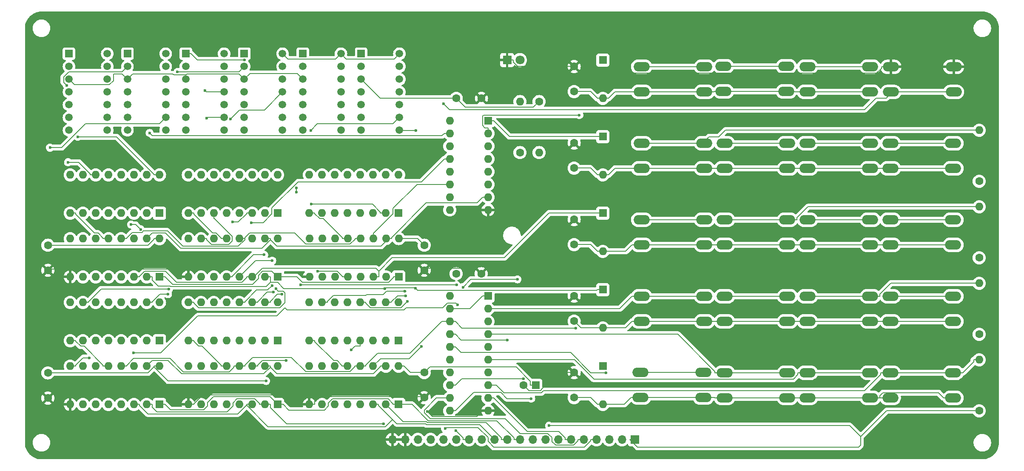
<source format=gtl>
G04 #@! TF.GenerationSoftware,KiCad,Pcbnew,8.0.9-8.0.9-0~ubuntu22.04.1*
G04 #@! TF.CreationDate,2025-05-11T08:50:37+10:00*
G04 #@! TF.ProjectId,Generic_Front_Panel,47656e65-7269-4635-9f46-726f6e745f50,rev?*
G04 #@! TF.SameCoordinates,Original*
G04 #@! TF.FileFunction,Copper,L1,Top*
G04 #@! TF.FilePolarity,Positive*
%FSLAX46Y46*%
G04 Gerber Fmt 4.6, Leading zero omitted, Abs format (unit mm)*
G04 Created by KiCad (PCBNEW 8.0.9-8.0.9-0~ubuntu22.04.1) date 2025-05-11 08:50:37*
%MOMM*%
%LPD*%
G01*
G04 APERTURE LIST*
G04 #@! TA.AperFunction,ComponentPad*
%ADD10O,3.200000X1.900000*%
G04 #@! TD*
G04 #@! TA.AperFunction,ComponentPad*
%ADD11R,1.500000X1.500000*%
G04 #@! TD*
G04 #@! TA.AperFunction,ComponentPad*
%ADD12C,1.500000*%
G04 #@! TD*
G04 #@! TA.AperFunction,ComponentPad*
%ADD13R,1.800000X1.800000*%
G04 #@! TD*
G04 #@! TA.AperFunction,ComponentPad*
%ADD14C,1.800000*%
G04 #@! TD*
G04 #@! TA.AperFunction,ComponentPad*
%ADD15R,1.600000X1.600000*%
G04 #@! TD*
G04 #@! TA.AperFunction,ComponentPad*
%ADD16O,1.600000X1.600000*%
G04 #@! TD*
G04 #@! TA.AperFunction,ComponentPad*
%ADD17C,1.600000*%
G04 #@! TD*
G04 #@! TA.AperFunction,ComponentPad*
%ADD18R,1.700000X1.700000*%
G04 #@! TD*
G04 #@! TA.AperFunction,ComponentPad*
%ADD19O,1.700000X1.700000*%
G04 #@! TD*
G04 #@! TA.AperFunction,ViaPad*
%ADD20C,0.600000*%
G04 #@! TD*
G04 #@! TA.AperFunction,Conductor*
%ADD21C,0.200000*%
G04 #@! TD*
G04 APERTURE END LIST*
D10*
G04 #@! TO.P,SW4,1,1*
G04 #@! TO.N,Net-(U14-I0a)*
X171550000Y-83860000D03*
X184050000Y-83860000D03*
G04 #@! TO.P,SW4,2,2*
G04 #@! TO.N,Net-(D4-A)*
X171550000Y-88860000D03*
X184050000Y-88860000D03*
G04 #@! TD*
G04 #@! TO.P,SW19,1,1*
G04 #@! TO.N,Net-(U14-I3a)*
X221080000Y-83860000D03*
X233580000Y-83860000D03*
G04 #@! TO.P,SW19,2,2*
G04 #@! TO.N,Net-(D4-A)*
X221080000Y-88860000D03*
X233580000Y-88860000D03*
G04 #@! TD*
D11*
G04 #@! TO.P,U11,1,A*
G04 #@! TO.N,Net-(RN5-R1.2)*
X104077500Y-50800000D03*
D12*
G04 #@! TO.P,U11,2,F*
G04 #@! TO.N,Net-(RN5-R6.2)*
X104077500Y-53340000D03*
G04 #@! TO.P,U11,3,CA*
G04 #@! TO.N,+5V*
X104077500Y-55880000D03*
G04 #@! TO.P,U11,4,NC*
G04 #@! TO.N,unconnected-(U11-NC-Pad4)*
X104077500Y-58420000D03*
G04 #@! TO.P,U11,5,NC*
G04 #@! TO.N,unconnected-(U11-NC-Pad5)*
X104077500Y-60960000D03*
G04 #@! TO.P,U11,6,NC*
G04 #@! TO.N,unconnected-(U11-NC-Pad6)*
X104077500Y-63500000D03*
G04 #@! TO.P,U11,7,E*
G04 #@! TO.N,Net-(RN5-R5.2)*
X104077500Y-66040000D03*
G04 #@! TO.P,U11,8,D*
G04 #@! TO.N,Net-(RN5-R4.2)*
X111697500Y-66040000D03*
G04 #@! TO.P,U11,9,D.P.*
G04 #@! TO.N,Net-(RN5-R8.2)*
X111697500Y-63500000D03*
G04 #@! TO.P,U11,10,C*
G04 #@! TO.N,Net-(RN5-R3.2)*
X111697500Y-60960000D03*
G04 #@! TO.P,U11,11,G*
G04 #@! TO.N,Net-(RN5-R7.2)*
X111697500Y-58420000D03*
G04 #@! TO.P,U11,12,NC*
G04 #@! TO.N,unconnected-(U11-NC-Pad12)*
X111697500Y-55880000D03*
G04 #@! TO.P,U11,13,B*
G04 #@! TO.N,Net-(RN5-R2.2)*
X111697500Y-53340000D03*
G04 #@! TO.P,U11,14,CA*
G04 #@! TO.N,+5V*
X111697500Y-50800000D03*
G04 #@! TD*
D10*
G04 #@! TO.P,SW18,1,1*
G04 #@! TO.N,Net-(U14-I3a)*
X221080000Y-99100000D03*
X233580000Y-99100000D03*
G04 #@! TO.P,SW18,2,2*
G04 #@! TO.N,Net-(D3-A)*
X221080000Y-104100000D03*
X233580000Y-104100000D03*
G04 #@! TD*
G04 #@! TO.P,SW15,1,1*
G04 #@! TO.N,Net-(U14-I2a)*
X204570000Y-68620000D03*
X217070000Y-68620000D03*
G04 #@! TO.P,SW15,2,2*
G04 #@! TO.N,Net-(D5-A)*
X204570000Y-73620000D03*
X217070000Y-73620000D03*
G04 #@! TD*
G04 #@! TO.P,SW14,1,1*
G04 #@! TO.N,Net-(U14-I2a)*
X204570000Y-83860000D03*
X217070000Y-83860000D03*
G04 #@! TO.P,SW14,2,2*
G04 #@! TO.N,Net-(D4-A)*
X204570000Y-88860000D03*
X217070000Y-88860000D03*
G04 #@! TD*
G04 #@! TO.P,SW8,1,1*
G04 #@! TO.N,Net-(U14-I1a)*
X188060000Y-99100000D03*
X200560000Y-99100000D03*
G04 #@! TO.P,SW8,2,2*
G04 #@! TO.N,Net-(D3-A)*
X188060000Y-104100000D03*
X200560000Y-104100000D03*
G04 #@! TD*
D11*
G04 #@! TO.P,U10,1,A*
G04 #@! TO.N,Net-(RN4-R1.2)*
X92442500Y-50800000D03*
D12*
G04 #@! TO.P,U10,2,F*
G04 #@! TO.N,Net-(RN4-R6.2)*
X92442500Y-53340000D03*
G04 #@! TO.P,U10,3,CA*
G04 #@! TO.N,+5V*
X92442500Y-55880000D03*
G04 #@! TO.P,U10,4,NC*
G04 #@! TO.N,unconnected-(U10-NC-Pad4)*
X92442500Y-58420000D03*
G04 #@! TO.P,U10,5,NC*
G04 #@! TO.N,unconnected-(U10-NC-Pad5)*
X92442500Y-60960000D03*
G04 #@! TO.P,U10,6,NC*
G04 #@! TO.N,unconnected-(U10-NC-Pad6)*
X92442500Y-63500000D03*
G04 #@! TO.P,U10,7,E*
G04 #@! TO.N,Net-(RN4-R5.2)*
X92442500Y-66040000D03*
G04 #@! TO.P,U10,8,D*
G04 #@! TO.N,Net-(RN4-R4.2)*
X100062500Y-66040000D03*
G04 #@! TO.P,U10,9,D.P.*
G04 #@! TO.N,Net-(RN4-R8.2)*
X100062500Y-63500000D03*
G04 #@! TO.P,U10,10,C*
G04 #@! TO.N,Net-(RN4-R3.2)*
X100062500Y-60960000D03*
G04 #@! TO.P,U10,11,G*
G04 #@! TO.N,Net-(RN4-R7.2)*
X100062500Y-58420000D03*
G04 #@! TO.P,U10,12,NC*
G04 #@! TO.N,unconnected-(U10-NC-Pad12)*
X100062500Y-55880000D03*
G04 #@! TO.P,U10,13,B*
G04 #@! TO.N,Net-(RN4-R2.2)*
X100062500Y-53340000D03*
G04 #@! TO.P,U10,14,CA*
G04 #@! TO.N,+5V*
X100062500Y-50800000D03*
G04 #@! TD*
D10*
G04 #@! TO.P,SW13,1,1*
G04 #@! TO.N,Net-(U14-I2a)*
X204570000Y-99100000D03*
X217070000Y-99100000D03*
G04 #@! TO.P,SW13,2,2*
G04 #@! TO.N,Net-(D3-A)*
X204570000Y-104100000D03*
X217070000Y-104100000D03*
G04 #@! TD*
D13*
G04 #@! TO.P,D1,1,K*
G04 #@! TO.N,GND*
X144775000Y-52070000D03*
D14*
G04 #@! TO.P,D1,2,A*
G04 #@! TO.N,Net-(D1-A)*
X147315000Y-52070000D03*
G04 #@! TD*
D10*
G04 #@! TO.P,SW11,1,1*
G04 #@! TO.N,Net-(U14-I1a)*
X187860000Y-53300000D03*
X200360000Y-53300000D03*
G04 #@! TO.P,SW11,2,2*
G04 #@! TO.N,Net-(D6-A)*
X187860000Y-58300000D03*
X200360000Y-58300000D03*
G04 #@! TD*
G04 #@! TO.P,SW17,1,1*
G04 #@! TO.N,Net-(U14-I3a)*
X221080000Y-114340000D03*
X233580000Y-114340000D03*
G04 #@! TO.P,SW17,2,2*
G04 #@! TO.N,Net-(D2-A)*
X221080000Y-119340000D03*
X233580000Y-119340000D03*
G04 #@! TD*
G04 #@! TO.P,SW2,1,1*
G04 #@! TO.N,Net-(U14-I0a)*
X171350000Y-114260000D03*
X183850000Y-114260000D03*
G04 #@! TO.P,SW2,2,2*
G04 #@! TO.N,Net-(D2-A)*
X171350000Y-119260000D03*
X183850000Y-119260000D03*
G04 #@! TD*
G04 #@! TO.P,SW1,1,1*
G04 #@! TO.N,GND*
X221180000Y-53420000D03*
X233680000Y-53420000D03*
G04 #@! TO.P,SW1,2,2*
G04 #@! TO.N,~{RESET}*
X221180000Y-58420000D03*
X233680000Y-58420000D03*
G04 #@! TD*
D11*
G04 #@! TO.P,U5,1,A*
G04 #@! TO.N,Net-(RN2-R1.2)*
X69172500Y-50800000D03*
D12*
G04 #@! TO.P,U5,2,F*
G04 #@! TO.N,Net-(RN2-R6.2)*
X69172500Y-53340000D03*
G04 #@! TO.P,U5,3,CA*
G04 #@! TO.N,+5V*
X69172500Y-55880000D03*
G04 #@! TO.P,U5,4,NC*
G04 #@! TO.N,unconnected-(U5-NC-Pad4)*
X69172500Y-58420000D03*
G04 #@! TO.P,U5,5,NC*
G04 #@! TO.N,unconnected-(U5-NC-Pad5)*
X69172500Y-60960000D03*
G04 #@! TO.P,U5,6,NC*
G04 #@! TO.N,unconnected-(U5-NC-Pad6)*
X69172500Y-63500000D03*
G04 #@! TO.P,U5,7,E*
G04 #@! TO.N,Net-(RN2-R5.2)*
X69172500Y-66040000D03*
G04 #@! TO.P,U5,8,D*
G04 #@! TO.N,Net-(RN2-R4.2)*
X76792500Y-66040000D03*
G04 #@! TO.P,U5,9,D.P.*
G04 #@! TO.N,Net-(RN2-R8.2)*
X76792500Y-63500000D03*
G04 #@! TO.P,U5,10,C*
G04 #@! TO.N,Net-(RN2-R3.2)*
X76792500Y-60960000D03*
G04 #@! TO.P,U5,11,G*
G04 #@! TO.N,Net-(RN2-R7.2)*
X76792500Y-58420000D03*
G04 #@! TO.P,U5,12,NC*
G04 #@! TO.N,unconnected-(U5-NC-Pad12)*
X76792500Y-55880000D03*
G04 #@! TO.P,U5,13,B*
G04 #@! TO.N,Net-(RN2-R2.2)*
X76792500Y-53340000D03*
G04 #@! TO.P,U5,14,CA*
G04 #@! TO.N,+5V*
X76792500Y-50800000D03*
G04 #@! TD*
D10*
G04 #@! TO.P,SW7,1,1*
G04 #@! TO.N,Net-(U14-I1a)*
X188060000Y-114340000D03*
X200560000Y-114340000D03*
G04 #@! TO.P,SW7,2,2*
G04 #@! TO.N,Net-(D2-A)*
X188060000Y-119340000D03*
X200560000Y-119340000D03*
G04 #@! TD*
G04 #@! TO.P,SW6,1,1*
G04 #@! TO.N,Net-(U14-I0a)*
X171550000Y-53380000D03*
X184050000Y-53380000D03*
G04 #@! TO.P,SW6,2,2*
G04 #@! TO.N,Net-(D6-A)*
X171550000Y-58380000D03*
X184050000Y-58380000D03*
G04 #@! TD*
G04 #@! TO.P,SW10,1,1*
G04 #@! TO.N,Net-(U14-I1a)*
X188060000Y-68620000D03*
X200560000Y-68620000D03*
G04 #@! TO.P,SW10,2,2*
G04 #@! TO.N,Net-(D5-A)*
X188060000Y-73620000D03*
X200560000Y-73620000D03*
G04 #@! TD*
G04 #@! TO.P,SW9,1,1*
G04 #@! TO.N,Net-(U14-I1a)*
X188060000Y-83860000D03*
X200560000Y-83860000D03*
G04 #@! TO.P,SW9,2,2*
G04 #@! TO.N,Net-(D4-A)*
X188060000Y-88860000D03*
X200560000Y-88860000D03*
G04 #@! TD*
D11*
G04 #@! TO.P,U12,1,A*
G04 #@! TO.N,Net-(RN6-R1.2)*
X115712500Y-50800000D03*
D12*
G04 #@! TO.P,U12,2,F*
G04 #@! TO.N,Net-(RN6-R6.2)*
X115712500Y-53340000D03*
G04 #@! TO.P,U12,3,CA*
G04 #@! TO.N,+5V*
X115712500Y-55880000D03*
G04 #@! TO.P,U12,4,NC*
G04 #@! TO.N,unconnected-(U12-NC-Pad4)*
X115712500Y-58420000D03*
G04 #@! TO.P,U12,5,NC*
G04 #@! TO.N,unconnected-(U12-NC-Pad5)*
X115712500Y-60960000D03*
G04 #@! TO.P,U12,6,NC*
G04 #@! TO.N,unconnected-(U12-NC-Pad6)*
X115712500Y-63500000D03*
G04 #@! TO.P,U12,7,E*
G04 #@! TO.N,Net-(RN6-R5.2)*
X115712500Y-66040000D03*
G04 #@! TO.P,U12,8,D*
G04 #@! TO.N,Net-(RN6-R4.2)*
X123332500Y-66040000D03*
G04 #@! TO.P,U12,9,D.P.*
G04 #@! TO.N,Net-(RN6-R8.2)*
X123332500Y-63500000D03*
G04 #@! TO.P,U12,10,C*
G04 #@! TO.N,Net-(RN6-R3.2)*
X123332500Y-60960000D03*
G04 #@! TO.P,U12,11,G*
G04 #@! TO.N,Net-(RN6-R7.2)*
X123332500Y-58420000D03*
G04 #@! TO.P,U12,12,NC*
G04 #@! TO.N,unconnected-(U12-NC-Pad12)*
X123332500Y-55880000D03*
G04 #@! TO.P,U12,13,B*
G04 #@! TO.N,Net-(RN6-R2.2)*
X123332500Y-53340000D03*
G04 #@! TO.P,U12,14,CA*
G04 #@! TO.N,+5V*
X123332500Y-50800000D03*
G04 #@! TD*
D10*
G04 #@! TO.P,SW5,1,1*
G04 #@! TO.N,Net-(U14-I0a)*
X171550000Y-68620000D03*
X184050000Y-68620000D03*
G04 #@! TO.P,SW5,2,2*
G04 #@! TO.N,Net-(D5-A)*
X171550000Y-73620000D03*
X184050000Y-73620000D03*
G04 #@! TD*
G04 #@! TO.P,SW16,1,1*
G04 #@! TO.N,Net-(U14-I2a)*
X204570000Y-53380000D03*
X217070000Y-53380000D03*
G04 #@! TO.P,SW16,2,2*
G04 #@! TO.N,Net-(D6-A)*
X204570000Y-58380000D03*
X217070000Y-58380000D03*
G04 #@! TD*
D11*
G04 #@! TO.P,U4,1,A*
G04 #@! TO.N,Net-(RN1-R1.2)*
X57537500Y-50800000D03*
D12*
G04 #@! TO.P,U4,2,F*
G04 #@! TO.N,Net-(RN1-R6.2)*
X57537500Y-53340000D03*
G04 #@! TO.P,U4,3,CA*
G04 #@! TO.N,+5V*
X57537500Y-55880000D03*
G04 #@! TO.P,U4,4,NC*
G04 #@! TO.N,unconnected-(U4-NC-Pad4)*
X57537500Y-58420000D03*
G04 #@! TO.P,U4,5,NC*
G04 #@! TO.N,unconnected-(U4-NC-Pad5)*
X57537500Y-60960000D03*
G04 #@! TO.P,U4,6,NC*
G04 #@! TO.N,unconnected-(U4-NC-Pad6)*
X57537500Y-63500000D03*
G04 #@! TO.P,U4,7,E*
G04 #@! TO.N,Net-(RN1-R5.2)*
X57537500Y-66040000D03*
G04 #@! TO.P,U4,8,D*
G04 #@! TO.N,Net-(RN1-R4.2)*
X65157500Y-66040000D03*
G04 #@! TO.P,U4,9,D.P.*
G04 #@! TO.N,Net-(RN1-R8.2)*
X65157500Y-63500000D03*
G04 #@! TO.P,U4,10,C*
G04 #@! TO.N,Net-(RN1-R3.2)*
X65157500Y-60960000D03*
G04 #@! TO.P,U4,11,G*
G04 #@! TO.N,Net-(RN1-R7.2)*
X65157500Y-58420000D03*
G04 #@! TO.P,U4,12,NC*
G04 #@! TO.N,unconnected-(U4-NC-Pad12)*
X65157500Y-55880000D03*
G04 #@! TO.P,U4,13,B*
G04 #@! TO.N,Net-(RN1-R2.2)*
X65157500Y-53340000D03*
G04 #@! TO.P,U4,14,CA*
G04 #@! TO.N,+5V*
X65157500Y-50800000D03*
G04 #@! TD*
D10*
G04 #@! TO.P,SW3,1,1*
G04 #@! TO.N,Net-(U14-I0a)*
X171550000Y-99100000D03*
X184050000Y-99100000D03*
G04 #@! TO.P,SW3,2,2*
G04 #@! TO.N,Net-(D3-A)*
X171550000Y-104100000D03*
X184050000Y-104100000D03*
G04 #@! TD*
G04 #@! TO.P,SW20,1,1*
G04 #@! TO.N,Net-(U14-I3a)*
X221080000Y-68620000D03*
X233580000Y-68620000D03*
G04 #@! TO.P,SW20,2,2*
G04 #@! TO.N,Net-(D5-A)*
X221080000Y-73620000D03*
X233580000Y-73620000D03*
G04 #@! TD*
D11*
G04 #@! TO.P,U6,1,A*
G04 #@! TO.N,Net-(RN3-R1.2)*
X80807500Y-50800000D03*
D12*
G04 #@! TO.P,U6,2,F*
G04 #@! TO.N,Net-(RN3-R6.2)*
X80807500Y-53340000D03*
G04 #@! TO.P,U6,3,CA*
G04 #@! TO.N,+5V*
X80807500Y-55880000D03*
G04 #@! TO.P,U6,4,NC*
G04 #@! TO.N,unconnected-(U6-NC-Pad4)*
X80807500Y-58420000D03*
G04 #@! TO.P,U6,5,NC*
G04 #@! TO.N,unconnected-(U6-NC-Pad5)*
X80807500Y-60960000D03*
G04 #@! TO.P,U6,6,NC*
G04 #@! TO.N,unconnected-(U6-NC-Pad6)*
X80807500Y-63500000D03*
G04 #@! TO.P,U6,7,E*
G04 #@! TO.N,Net-(RN3-R5.2)*
X80807500Y-66040000D03*
G04 #@! TO.P,U6,8,D*
G04 #@! TO.N,Net-(RN3-R4.2)*
X88427500Y-66040000D03*
G04 #@! TO.P,U6,9,D.P.*
G04 #@! TO.N,Net-(RN3-R8.2)*
X88427500Y-63500000D03*
G04 #@! TO.P,U6,10,C*
G04 #@! TO.N,Net-(RN3-R3.2)*
X88427500Y-60960000D03*
G04 #@! TO.P,U6,11,G*
G04 #@! TO.N,Net-(RN3-R7.2)*
X88427500Y-58420000D03*
G04 #@! TO.P,U6,12,NC*
G04 #@! TO.N,unconnected-(U6-NC-Pad12)*
X88427500Y-55880000D03*
G04 #@! TO.P,U6,13,B*
G04 #@! TO.N,Net-(RN3-R2.2)*
X88427500Y-53340000D03*
G04 #@! TO.P,U6,14,CA*
G04 #@! TO.N,+5V*
X88427500Y-50800000D03*
G04 #@! TD*
D10*
G04 #@! TO.P,SW12,1,1*
G04 #@! TO.N,Net-(U14-I2a)*
X204570000Y-114340000D03*
X217070000Y-114340000D03*
G04 #@! TO.P,SW12,2,2*
G04 #@! TO.N,Net-(D2-A)*
X204570000Y-119340000D03*
X217070000Y-119340000D03*
G04 #@! TD*
D15*
G04 #@! TO.P,RN6,1,R1.1*
G04 #@! TO.N,Net-(RN6-R1.1)*
X123175000Y-107950000D03*
D16*
G04 #@! TO.P,RN6,2,R2.1*
G04 #@! TO.N,Net-(RN6-R2.1)*
X120635000Y-107950000D03*
G04 #@! TO.P,RN6,3,R3.1*
G04 #@! TO.N,Net-(RN6-R3.1)*
X118095000Y-107950000D03*
G04 #@! TO.P,RN6,4,R4.1*
G04 #@! TO.N,Net-(RN6-R4.1)*
X115555000Y-107950000D03*
G04 #@! TO.P,RN6,5,R5.1*
G04 #@! TO.N,Net-(RN6-R5.1)*
X113015000Y-107950000D03*
G04 #@! TO.P,RN6,6,R6.1*
G04 #@! TO.N,Net-(RN6-R6.1)*
X110475000Y-107950000D03*
G04 #@! TO.P,RN6,7,R7.1*
G04 #@! TO.N,Net-(RN6-R7.1)*
X107935000Y-107950000D03*
G04 #@! TO.P,RN6,8,R8.1*
G04 #@! TO.N,Net-(RN6-R8.1)*
X105395000Y-107950000D03*
G04 #@! TO.P,RN6,9,R8.2*
G04 #@! TO.N,Net-(RN6-R8.2)*
X105395000Y-100330000D03*
G04 #@! TO.P,RN6,10,R7.2*
G04 #@! TO.N,Net-(RN6-R7.2)*
X107935000Y-100330000D03*
G04 #@! TO.P,RN6,11,R6.2*
G04 #@! TO.N,Net-(RN6-R6.2)*
X110475000Y-100330000D03*
G04 #@! TO.P,RN6,12,R5.2*
G04 #@! TO.N,Net-(RN6-R5.2)*
X113015000Y-100330000D03*
G04 #@! TO.P,RN6,13,R4.2*
G04 #@! TO.N,Net-(RN6-R4.2)*
X115555000Y-100330000D03*
G04 #@! TO.P,RN6,14,R3.2*
G04 #@! TO.N,Net-(RN6-R3.2)*
X118095000Y-100330000D03*
G04 #@! TO.P,RN6,15,R2.2*
G04 #@! TO.N,Net-(RN6-R2.2)*
X120635000Y-100330000D03*
G04 #@! TO.P,RN6,16,R1.2*
G04 #@! TO.N,Net-(RN6-R1.2)*
X123175000Y-100330000D03*
G04 #@! TD*
D15*
G04 #@! TO.P,U2,1,A0*
G04 #@! TO.N,A0*
X75565000Y-120650000D03*
D16*
G04 #@! TO.P,U2,2,A1*
G04 #@! TO.N,A1*
X73025000Y-120650000D03*
G04 #@! TO.P,U2,3,A2*
G04 #@! TO.N,A2*
X70485000Y-120650000D03*
G04 #@! TO.P,U2,4,Q0*
G04 #@! TO.N,Net-(RN2-R1.1)*
X67945000Y-120650000D03*
G04 #@! TO.P,U2,5,Q1*
G04 #@! TO.N,Net-(RN2-R2.1)*
X65405000Y-120650000D03*
G04 #@! TO.P,U2,6,Q2*
G04 #@! TO.N,Net-(RN2-R3.1)*
X62865000Y-120650000D03*
G04 #@! TO.P,U2,7,Q3*
G04 #@! TO.N,Net-(RN2-R4.1)*
X60325000Y-120650000D03*
G04 #@! TO.P,U2,8,GND*
G04 #@! TO.N,GND*
X57785000Y-120650000D03*
G04 #@! TO.P,U2,9,Q4*
G04 #@! TO.N,Net-(RN2-R5.1)*
X57785000Y-113030000D03*
G04 #@! TO.P,U2,10,Q5*
G04 #@! TO.N,Net-(RN2-R6.1)*
X60325000Y-113030000D03*
G04 #@! TO.P,U2,11,Q6*
G04 #@! TO.N,Net-(RN2-R7.1)*
X62865000Y-113030000D03*
G04 #@! TO.P,U2,12,Q7*
G04 #@! TO.N,Net-(RN2-R8.1)*
X65405000Y-113030000D03*
G04 #@! TO.P,U2,13,D*
G04 #@! TO.N,D0*
X67945000Y-113030000D03*
G04 #@! TO.P,U2,14,E*
G04 #@! TO.N,~{DISP2}*
X70485000Y-113030000D03*
G04 #@! TO.P,U2,15,Clr*
G04 #@! TO.N,~{SET_ALL}*
X73025000Y-113030000D03*
G04 #@! TO.P,U2,16,VCC*
G04 #@! TO.N,+5V*
X75565000Y-113030000D03*
G04 #@! TD*
D17*
G04 #@! TO.P,C7,1*
G04 #@! TO.N,Net-(D3-A)*
X158115000Y-104060000D03*
G04 #@! TO.P,C7,2*
G04 #@! TO.N,GND*
X158115000Y-99060000D03*
G04 #@! TD*
D15*
G04 #@! TO.P,RN2,1,R1.1*
G04 #@! TO.N,Net-(RN2-R1.1)*
X75565000Y-107950000D03*
D16*
G04 #@! TO.P,RN2,2,R2.1*
G04 #@! TO.N,Net-(RN2-R2.1)*
X73025000Y-107950000D03*
G04 #@! TO.P,RN2,3,R3.1*
G04 #@! TO.N,Net-(RN2-R3.1)*
X70485000Y-107950000D03*
G04 #@! TO.P,RN2,4,R4.1*
G04 #@! TO.N,Net-(RN2-R4.1)*
X67945000Y-107950000D03*
G04 #@! TO.P,RN2,5,R5.1*
G04 #@! TO.N,Net-(RN2-R5.1)*
X65405000Y-107950000D03*
G04 #@! TO.P,RN2,6,R6.1*
G04 #@! TO.N,Net-(RN2-R6.1)*
X62865000Y-107950000D03*
G04 #@! TO.P,RN2,7,R7.1*
G04 #@! TO.N,Net-(RN2-R7.1)*
X60325000Y-107950000D03*
G04 #@! TO.P,RN2,8,R8.1*
G04 #@! TO.N,Net-(RN2-R8.1)*
X57785000Y-107950000D03*
G04 #@! TO.P,RN2,9,R8.2*
G04 #@! TO.N,Net-(RN2-R8.2)*
X57785000Y-100330000D03*
G04 #@! TO.P,RN2,10,R7.2*
G04 #@! TO.N,Net-(RN2-R7.2)*
X60325000Y-100330000D03*
G04 #@! TO.P,RN2,11,R6.2*
G04 #@! TO.N,Net-(RN2-R6.2)*
X62865000Y-100330000D03*
G04 #@! TO.P,RN2,12,R5.2*
G04 #@! TO.N,Net-(RN2-R5.2)*
X65405000Y-100330000D03*
G04 #@! TO.P,RN2,13,R4.2*
G04 #@! TO.N,Net-(RN2-R4.2)*
X67945000Y-100330000D03*
G04 #@! TO.P,RN2,14,R3.2*
G04 #@! TO.N,Net-(RN2-R3.2)*
X70485000Y-100330000D03*
G04 #@! TO.P,RN2,15,R2.2*
G04 #@! TO.N,Net-(RN2-R2.2)*
X73025000Y-100330000D03*
G04 #@! TO.P,RN2,16,R1.2*
G04 #@! TO.N,Net-(RN2-R1.2)*
X75565000Y-100330000D03*
G04 #@! TD*
D15*
G04 #@! TO.P,U9,1,A0*
G04 #@! TO.N,A0*
X123175000Y-120650000D03*
D16*
G04 #@! TO.P,U9,2,A1*
G04 #@! TO.N,A1*
X120635000Y-120650000D03*
G04 #@! TO.P,U9,3,A2*
G04 #@! TO.N,A2*
X118095000Y-120650000D03*
G04 #@! TO.P,U9,4,Q0*
G04 #@! TO.N,Net-(RN6-R1.1)*
X115555000Y-120650000D03*
G04 #@! TO.P,U9,5,Q1*
G04 #@! TO.N,Net-(RN6-R2.1)*
X113015000Y-120650000D03*
G04 #@! TO.P,U9,6,Q2*
G04 #@! TO.N,Net-(RN6-R3.1)*
X110475000Y-120650000D03*
G04 #@! TO.P,U9,7,Q3*
G04 #@! TO.N,Net-(RN6-R4.1)*
X107935000Y-120650000D03*
G04 #@! TO.P,U9,8,GND*
G04 #@! TO.N,GND*
X105395000Y-120650000D03*
G04 #@! TO.P,U9,9,Q4*
G04 #@! TO.N,Net-(RN6-R5.1)*
X105395000Y-113030000D03*
G04 #@! TO.P,U9,10,Q5*
G04 #@! TO.N,Net-(RN6-R6.1)*
X107935000Y-113030000D03*
G04 #@! TO.P,U9,11,Q6*
G04 #@! TO.N,Net-(RN6-R7.1)*
X110475000Y-113030000D03*
G04 #@! TO.P,U9,12,Q7*
G04 #@! TO.N,Net-(RN6-R8.1)*
X113015000Y-113030000D03*
G04 #@! TO.P,U9,13,D*
G04 #@! TO.N,D0*
X115555000Y-113030000D03*
G04 #@! TO.P,U9,14,E*
G04 #@! TO.N,~{DISP6}*
X118095000Y-113030000D03*
G04 #@! TO.P,U9,15,Clr*
G04 #@! TO.N,~{SET_ALL}*
X120635000Y-113030000D03*
G04 #@! TO.P,U9,16,VCC*
G04 #@! TO.N,+5V*
X123175000Y-113030000D03*
G04 #@! TD*
D17*
G04 #@! TO.P,C3,1*
G04 #@! TO.N,+5V*
X128270000Y-88940000D03*
G04 #@! TO.P,C3,2*
G04 #@! TO.N,GND*
X128270000Y-93940000D03*
G04 #@! TD*
D15*
G04 #@! TO.P,D6,1,K*
G04 #@! TO.N,A4*
X163830000Y-52070000D03*
D16*
G04 #@! TO.P,D6,2,A*
G04 #@! TO.N,Net-(D6-A)*
X163830000Y-59690000D03*
G04 #@! TD*
D18*
G04 #@! TO.P,J1,1,Pin_1*
G04 #@! TO.N,+5V*
X170180000Y-127635000D03*
D19*
G04 #@! TO.P,J1,2,Pin_2*
G04 #@! TO.N,D0*
X167640000Y-127635000D03*
G04 #@! TO.P,J1,3,Pin_3*
G04 #@! TO.N,D1*
X165100000Y-127635000D03*
G04 #@! TO.P,J1,4,Pin_4*
G04 #@! TO.N,D2*
X162560000Y-127635000D03*
G04 #@! TO.P,J1,5,Pin_5*
G04 #@! TO.N,D3*
X160020000Y-127635000D03*
G04 #@! TO.P,J1,6,Pin_6*
G04 #@! TO.N,D4*
X157480000Y-127635000D03*
G04 #@! TO.P,J1,7,Pin_7*
G04 #@! TO.N,D5*
X154940000Y-127635000D03*
G04 #@! TO.P,J1,8,Pin_8*
G04 #@! TO.N,D6*
X152400000Y-127635000D03*
G04 #@! TO.P,J1,9,Pin_9*
G04 #@! TO.N,D7*
X149860000Y-127635000D03*
G04 #@! TO.P,J1,10,Pin_10*
G04 #@! TO.N,A0*
X147320000Y-127635000D03*
G04 #@! TO.P,J1,11,Pin_11*
G04 #@! TO.N,A1*
X144780000Y-127635000D03*
G04 #@! TO.P,J1,12,Pin_12*
G04 #@! TO.N,A2*
X142240000Y-127635000D03*
G04 #@! TO.P,J1,13,Pin_13*
G04 #@! TO.N,A3*
X139700000Y-127635000D03*
G04 #@! TO.P,J1,14,Pin_14*
G04 #@! TO.N,A4*
X137160000Y-127635000D03*
G04 #@! TO.P,J1,15,Pin_15*
G04 #@! TO.N,A5*
X134620000Y-127635000D03*
G04 #@! TO.P,J1,16,Pin_16*
G04 #@! TO.N,~{SEL_DISPLAY}*
X132080000Y-127635000D03*
G04 #@! TO.P,J1,17,Pin_17*
G04 #@! TO.N,~{SEL_KEYPAD}*
X129540000Y-127635000D03*
G04 #@! TO.P,J1,18,Pin_18*
G04 #@! TO.N,~{RESET}*
X127000000Y-127635000D03*
G04 #@! TO.P,J1,19,Pin_19*
G04 #@! TO.N,GND*
X124460000Y-127635000D03*
G04 #@! TO.P,J1,20,Pin_20*
X121920000Y-127635000D03*
G04 #@! TD*
D15*
G04 #@! TO.P,U8,1,A0*
G04 #@! TO.N,A0*
X123190000Y-95240000D03*
D16*
G04 #@! TO.P,U8,2,A1*
G04 #@! TO.N,A1*
X120650000Y-95240000D03*
G04 #@! TO.P,U8,3,A2*
G04 #@! TO.N,A2*
X118110000Y-95240000D03*
G04 #@! TO.P,U8,4,Q0*
G04 #@! TO.N,Net-(RN5-R1.1)*
X115570000Y-95240000D03*
G04 #@! TO.P,U8,5,Q1*
G04 #@! TO.N,Net-(RN5-R2.1)*
X113030000Y-95240000D03*
G04 #@! TO.P,U8,6,Q2*
G04 #@! TO.N,Net-(RN5-R3.1)*
X110490000Y-95240000D03*
G04 #@! TO.P,U8,7,Q3*
G04 #@! TO.N,Net-(RN5-R4.1)*
X107950000Y-95240000D03*
G04 #@! TO.P,U8,8,GND*
G04 #@! TO.N,GND*
X105410000Y-95240000D03*
G04 #@! TO.P,U8,9,Q4*
G04 #@! TO.N,Net-(RN5-R5.1)*
X105410000Y-87620000D03*
G04 #@! TO.P,U8,10,Q5*
G04 #@! TO.N,Net-(RN5-R6.1)*
X107950000Y-87620000D03*
G04 #@! TO.P,U8,11,Q6*
G04 #@! TO.N,Net-(RN5-R7.1)*
X110490000Y-87620000D03*
G04 #@! TO.P,U8,12,Q7*
G04 #@! TO.N,Net-(RN5-R8.1)*
X113030000Y-87620000D03*
G04 #@! TO.P,U8,13,D*
G04 #@! TO.N,D0*
X115570000Y-87620000D03*
G04 #@! TO.P,U8,14,E*
G04 #@! TO.N,~{DISP5}*
X118110000Y-87620000D03*
G04 #@! TO.P,U8,15,Clr*
G04 #@! TO.N,~{SET_ALL}*
X120650000Y-87620000D03*
G04 #@! TO.P,U8,16,VCC*
G04 #@! TO.N,+5V*
X123190000Y-87620000D03*
G04 #@! TD*
D15*
G04 #@! TO.P,RN1,1,R1.1*
G04 #@! TO.N,Net-(RN1-R1.1)*
X75565000Y-82550000D03*
D16*
G04 #@! TO.P,RN1,2,R2.1*
G04 #@! TO.N,Net-(RN1-R2.1)*
X73025000Y-82550000D03*
G04 #@! TO.P,RN1,3,R3.1*
G04 #@! TO.N,Net-(RN1-R3.1)*
X70485000Y-82550000D03*
G04 #@! TO.P,RN1,4,R4.1*
G04 #@! TO.N,Net-(RN1-R4.1)*
X67945000Y-82550000D03*
G04 #@! TO.P,RN1,5,R5.1*
G04 #@! TO.N,Net-(RN1-R5.1)*
X65405000Y-82550000D03*
G04 #@! TO.P,RN1,6,R6.1*
G04 #@! TO.N,Net-(RN1-R6.1)*
X62865000Y-82550000D03*
G04 #@! TO.P,RN1,7,R7.1*
G04 #@! TO.N,Net-(RN1-R7.1)*
X60325000Y-82550000D03*
G04 #@! TO.P,RN1,8,R8.1*
G04 #@! TO.N,Net-(RN1-R8.1)*
X57785000Y-82550000D03*
G04 #@! TO.P,RN1,9,R8.2*
G04 #@! TO.N,Net-(RN1-R8.2)*
X57785000Y-74930000D03*
G04 #@! TO.P,RN1,10,R7.2*
G04 #@! TO.N,Net-(RN1-R7.2)*
X60325000Y-74930000D03*
G04 #@! TO.P,RN1,11,R6.2*
G04 #@! TO.N,Net-(RN1-R6.2)*
X62865000Y-74930000D03*
G04 #@! TO.P,RN1,12,R5.2*
G04 #@! TO.N,Net-(RN1-R5.2)*
X65405000Y-74930000D03*
G04 #@! TO.P,RN1,13,R4.2*
G04 #@! TO.N,Net-(RN1-R4.2)*
X67945000Y-74930000D03*
G04 #@! TO.P,RN1,14,R3.2*
G04 #@! TO.N,Net-(RN1-R3.2)*
X70485000Y-74930000D03*
G04 #@! TO.P,RN1,15,R2.2*
G04 #@! TO.N,Net-(RN1-R2.2)*
X73025000Y-74930000D03*
G04 #@! TO.P,RN1,16,R1.2*
G04 #@! TO.N,Net-(RN1-R1.2)*
X75565000Y-74930000D03*
G04 #@! TD*
D17*
G04 #@! TO.P,C10,1*
G04 #@! TO.N,Net-(D6-A)*
X158115000Y-58340000D03*
G04 #@! TO.P,C10,2*
G04 #@! TO.N,GND*
X158115000Y-53340000D03*
G04 #@! TD*
D15*
G04 #@! TO.P,U7,1,A0*
G04 #@! TO.N,A0*
X99060000Y-120650000D03*
D16*
G04 #@! TO.P,U7,2,A1*
G04 #@! TO.N,A1*
X96520000Y-120650000D03*
G04 #@! TO.P,U7,3,A2*
G04 #@! TO.N,A2*
X93980000Y-120650000D03*
G04 #@! TO.P,U7,4,Q0*
G04 #@! TO.N,Net-(RN4-R1.1)*
X91440000Y-120650000D03*
G04 #@! TO.P,U7,5,Q1*
G04 #@! TO.N,Net-(RN4-R2.1)*
X88900000Y-120650000D03*
G04 #@! TO.P,U7,6,Q2*
G04 #@! TO.N,Net-(RN4-R3.1)*
X86360000Y-120650000D03*
G04 #@! TO.P,U7,7,Q3*
G04 #@! TO.N,Net-(RN4-R4.1)*
X83820000Y-120650000D03*
G04 #@! TO.P,U7,8,GND*
G04 #@! TO.N,GND*
X81280000Y-120650000D03*
G04 #@! TO.P,U7,9,Q4*
G04 #@! TO.N,Net-(RN4-R5.1)*
X81280000Y-113030000D03*
G04 #@! TO.P,U7,10,Q5*
G04 #@! TO.N,Net-(RN4-R6.1)*
X83820000Y-113030000D03*
G04 #@! TO.P,U7,11,Q6*
G04 #@! TO.N,Net-(RN4-R7.1)*
X86360000Y-113030000D03*
G04 #@! TO.P,U7,12,Q7*
G04 #@! TO.N,Net-(RN4-R8.1)*
X88900000Y-113030000D03*
G04 #@! TO.P,U7,13,D*
G04 #@! TO.N,D0*
X91440000Y-113030000D03*
G04 #@! TO.P,U7,14,E*
G04 #@! TO.N,~{DISP4}*
X93980000Y-113030000D03*
G04 #@! TO.P,U7,15,Clr*
G04 #@! TO.N,~{SET_ALL}*
X96520000Y-113030000D03*
G04 #@! TO.P,U7,16,VCC*
G04 #@! TO.N,+5V*
X99060000Y-113030000D03*
G04 #@! TD*
D15*
G04 #@! TO.P,U14,1,OEa*
G04 #@! TO.N,~{SEL_KEYPAD}*
X140970000Y-99060000D03*
D16*
G04 #@! TO.P,U14,2,I0a*
G04 #@! TO.N,Net-(U14-I0a)*
X140970000Y-101600000D03*
G04 #@! TO.P,U14,3,O3b*
G04 #@! TO.N,D7*
X140970000Y-104140000D03*
G04 #@! TO.P,U14,4,I1a*
G04 #@! TO.N,Net-(U14-I1a)*
X140970000Y-106680000D03*
G04 #@! TO.P,U14,5,O2b*
G04 #@! TO.N,D6*
X140970000Y-109220000D03*
G04 #@! TO.P,U14,6,I2a*
G04 #@! TO.N,Net-(U14-I2a)*
X140970000Y-111760000D03*
G04 #@! TO.P,U14,7,O1b*
G04 #@! TO.N,D5*
X140970000Y-114300000D03*
G04 #@! TO.P,U14,8,I3a*
G04 #@! TO.N,Net-(U14-I3a)*
X140970000Y-116840000D03*
G04 #@! TO.P,U14,9,O0b*
G04 #@! TO.N,D4*
X140970000Y-119380000D03*
G04 #@! TO.P,U14,10,GND*
G04 #@! TO.N,GND*
X140970000Y-121920000D03*
G04 #@! TO.P,U14,11,I0b*
G04 #@! TO.N,Net-(JP1-B)*
X133350000Y-121920000D03*
G04 #@! TO.P,U14,12,O3a*
G04 #@! TO.N,D3*
X133350000Y-119380000D03*
G04 #@! TO.P,U14,13,I1b*
G04 #@! TO.N,Net-(JP2-B)*
X133350000Y-116840000D03*
G04 #@! TO.P,U14,14,O2a*
G04 #@! TO.N,D2*
X133350000Y-114300000D03*
G04 #@! TO.P,U14,15,I2b*
G04 #@! TO.N,Net-(JP3-B)*
X133350000Y-111760000D03*
G04 #@! TO.P,U14,16,O1a*
G04 #@! TO.N,D1*
X133350000Y-109220000D03*
G04 #@! TO.P,U14,17,I3b*
G04 #@! TO.N,Net-(JP4-B)*
X133350000Y-106680000D03*
G04 #@! TO.P,U14,18,O0a*
G04 #@! TO.N,D0*
X133350000Y-104140000D03*
G04 #@! TO.P,U14,19,OEb*
G04 #@! TO.N,~{SEL_KEYPAD}*
X133350000Y-101600000D03*
G04 #@! TO.P,U14,20,VCC*
G04 #@! TO.N,+5V*
X133350000Y-99060000D03*
G04 #@! TD*
D17*
G04 #@! TO.P,R4,1*
G04 #@! TO.N,+5V*
X238760000Y-106680000D03*
D16*
G04 #@! TO.P,R4,2*
G04 #@! TO.N,Net-(U14-I2a)*
X238760000Y-96520000D03*
G04 #@! TD*
D17*
G04 #@! TO.P,C11,1*
G04 #@! TO.N,+5V*
X134620000Y-94615000D03*
G04 #@! TO.P,C11,2*
G04 #@! TO.N,GND*
X139620000Y-94615000D03*
G04 #@! TD*
D15*
G04 #@! TO.P,D2,1,K*
G04 #@! TO.N,A0*
X163830000Y-113030000D03*
D16*
G04 #@! TO.P,D2,2,A*
G04 #@! TO.N,Net-(D2-A)*
X163830000Y-120650000D03*
G04 #@! TD*
D15*
G04 #@! TO.P,D5,1,K*
G04 #@! TO.N,A3*
X163830000Y-67310000D03*
D16*
G04 #@! TO.P,D5,2,A*
G04 #@! TO.N,Net-(D5-A)*
X163830000Y-74930000D03*
G04 #@! TD*
D17*
G04 #@! TO.P,R6,1*
G04 #@! TO.N,+5V*
X151130000Y-60325000D03*
D16*
G04 #@! TO.P,R6,2*
G04 #@! TO.N,Net-(JP1-A)*
X151130000Y-70485000D03*
G04 #@! TD*
D17*
G04 #@! TO.P,C2,1*
G04 #@! TO.N,+5V*
X53340000Y-114380000D03*
G04 #@! TO.P,C2,2*
G04 #@! TO.N,GND*
X53340000Y-119380000D03*
G04 #@! TD*
D15*
G04 #@! TO.P,D4,1,K*
G04 #@! TO.N,A2*
X163830000Y-82550000D03*
D16*
G04 #@! TO.P,D4,2,A*
G04 #@! TO.N,Net-(D4-A)*
X163830000Y-90170000D03*
G04 #@! TD*
D17*
G04 #@! TO.P,C5,1*
G04 #@! TO.N,+5V*
X134660000Y-59690000D03*
G04 #@! TO.P,C5,2*
G04 #@! TO.N,GND*
X139660000Y-59690000D03*
G04 #@! TD*
D15*
G04 #@! TO.P,U1,1,A0*
G04 #@! TO.N,A0*
X75565000Y-95250000D03*
D16*
G04 #@! TO.P,U1,2,A1*
G04 #@! TO.N,A1*
X73025000Y-95250000D03*
G04 #@! TO.P,U1,3,A2*
G04 #@! TO.N,A2*
X70485000Y-95250000D03*
G04 #@! TO.P,U1,4,Q0*
G04 #@! TO.N,Net-(RN1-R1.1)*
X67945000Y-95250000D03*
G04 #@! TO.P,U1,5,Q1*
G04 #@! TO.N,Net-(RN1-R2.1)*
X65405000Y-95250000D03*
G04 #@! TO.P,U1,6,Q2*
G04 #@! TO.N,Net-(RN1-R3.1)*
X62865000Y-95250000D03*
G04 #@! TO.P,U1,7,Q3*
G04 #@! TO.N,Net-(RN1-R4.1)*
X60325000Y-95250000D03*
G04 #@! TO.P,U1,8,GND*
G04 #@! TO.N,GND*
X57785000Y-95250000D03*
G04 #@! TO.P,U1,9,Q4*
G04 #@! TO.N,Net-(RN1-R5.1)*
X57785000Y-87630000D03*
G04 #@! TO.P,U1,10,Q5*
G04 #@! TO.N,Net-(RN1-R6.1)*
X60325000Y-87630000D03*
G04 #@! TO.P,U1,11,Q6*
G04 #@! TO.N,Net-(RN1-R7.1)*
X62865000Y-87630000D03*
G04 #@! TO.P,U1,12,Q7*
G04 #@! TO.N,Net-(RN1-R8.1)*
X65405000Y-87630000D03*
G04 #@! TO.P,U1,13,D*
G04 #@! TO.N,D0*
X67945000Y-87630000D03*
G04 #@! TO.P,U1,14,E*
G04 #@! TO.N,~{DISP1}*
X70485000Y-87630000D03*
G04 #@! TO.P,U1,15,Clr*
G04 #@! TO.N,~{SET_ALL}*
X73025000Y-87630000D03*
G04 #@! TO.P,U1,16,VCC*
G04 #@! TO.N,+5V*
X75565000Y-87630000D03*
G04 #@! TD*
D15*
G04 #@! TO.P,RN3,1,R1.1*
G04 #@! TO.N,Net-(RN3-R1.1)*
X99075000Y-82550000D03*
D16*
G04 #@! TO.P,RN3,2,R2.1*
G04 #@! TO.N,Net-(RN3-R2.1)*
X96535000Y-82550000D03*
G04 #@! TO.P,RN3,3,R3.1*
G04 #@! TO.N,Net-(RN3-R3.1)*
X93995000Y-82550000D03*
G04 #@! TO.P,RN3,4,R4.1*
G04 #@! TO.N,Net-(RN3-R4.1)*
X91455000Y-82550000D03*
G04 #@! TO.P,RN3,5,R5.1*
G04 #@! TO.N,Net-(RN3-R5.1)*
X88915000Y-82550000D03*
G04 #@! TO.P,RN3,6,R6.1*
G04 #@! TO.N,Net-(RN3-R6.1)*
X86375000Y-82550000D03*
G04 #@! TO.P,RN3,7,R7.1*
G04 #@! TO.N,Net-(RN3-R7.1)*
X83835000Y-82550000D03*
G04 #@! TO.P,RN3,8,R8.1*
G04 #@! TO.N,Net-(RN3-R8.1)*
X81295000Y-82550000D03*
G04 #@! TO.P,RN3,9,R8.2*
G04 #@! TO.N,Net-(RN3-R8.2)*
X81295000Y-74930000D03*
G04 #@! TO.P,RN3,10,R7.2*
G04 #@! TO.N,Net-(RN3-R7.2)*
X83835000Y-74930000D03*
G04 #@! TO.P,RN3,11,R6.2*
G04 #@! TO.N,Net-(RN3-R6.2)*
X86375000Y-74930000D03*
G04 #@! TO.P,RN3,12,R5.2*
G04 #@! TO.N,Net-(RN3-R5.2)*
X88915000Y-74930000D03*
G04 #@! TO.P,RN3,13,R4.2*
G04 #@! TO.N,Net-(RN3-R4.2)*
X91455000Y-74930000D03*
G04 #@! TO.P,RN3,14,R3.2*
G04 #@! TO.N,Net-(RN3-R3.2)*
X93995000Y-74930000D03*
G04 #@! TO.P,RN3,15,R2.2*
G04 #@! TO.N,Net-(RN3-R2.2)*
X96535000Y-74930000D03*
G04 #@! TO.P,RN3,16,R1.2*
G04 #@! TO.N,Net-(RN3-R1.2)*
X99075000Y-74930000D03*
G04 #@! TD*
D17*
G04 #@! TO.P,C4,1*
G04 #@! TO.N,+5V*
X128270000Y-114300000D03*
G04 #@! TO.P,C4,2*
G04 #@! TO.N,GND*
X128270000Y-119300000D03*
G04 #@! TD*
G04 #@! TO.P,C6,1*
G04 #@! TO.N,Net-(D2-A)*
X158115000Y-119300000D03*
G04 #@! TO.P,C6,2*
G04 #@! TO.N,GND*
X158115000Y-114300000D03*
G04 #@! TD*
D15*
G04 #@! TO.P,C12,1*
G04 #@! TO.N,+5V*
X150495000Y-116840000D03*
D17*
G04 #@! TO.P,C12,2*
G04 #@! TO.N,GND*
X147995000Y-116840000D03*
G04 #@! TD*
D15*
G04 #@! TO.P,U13,1,A0*
G04 #@! TO.N,A3*
X140970000Y-64135000D03*
D16*
G04 #@! TO.P,U13,2,A1*
G04 #@! TO.N,A4*
X140970000Y-66675000D03*
G04 #@! TO.P,U13,3,A2*
G04 #@! TO.N,A5*
X140970000Y-69215000D03*
G04 #@! TO.P,U13,4,E1*
G04 #@! TO.N,~{SEL_DISPLAY}*
X140970000Y-71755000D03*
G04 #@! TO.P,U13,5,E2*
X140970000Y-74295000D03*
G04 #@! TO.P,U13,6,E3*
G04 #@! TO.N,+5V*
X140970000Y-76835000D03*
G04 #@! TO.P,U13,7,O7*
G04 #@! TO.N,~{SET_ALL}*
X140970000Y-79375000D03*
G04 #@! TO.P,U13,8,GND*
G04 #@! TO.N,GND*
X140970000Y-81915000D03*
G04 #@! TO.P,U13,9,O6*
G04 #@! TO.N,unconnected-(U13-O6-Pad9)*
X133350000Y-81915000D03*
G04 #@! TO.P,U13,10,O5*
G04 #@! TO.N,~{DISP6}*
X133350000Y-79375000D03*
G04 #@! TO.P,U13,11,O4*
G04 #@! TO.N,~{DISP5}*
X133350000Y-76835000D03*
G04 #@! TO.P,U13,12,O3*
G04 #@! TO.N,~{DISP4}*
X133350000Y-74295000D03*
G04 #@! TO.P,U13,13,O2*
G04 #@! TO.N,~{DISP3}*
X133350000Y-71755000D03*
G04 #@! TO.P,U13,14,O1*
G04 #@! TO.N,~{DISP2}*
X133350000Y-69215000D03*
G04 #@! TO.P,U13,15,O0*
G04 #@! TO.N,~{DISP1}*
X133350000Y-66675000D03*
G04 #@! TO.P,U13,16,VCC*
G04 #@! TO.N,+5V*
X133350000Y-64135000D03*
G04 #@! TD*
D17*
G04 #@! TO.P,C1,1*
G04 #@! TO.N,+5V*
X53340000Y-88940000D03*
G04 #@! TO.P,C1,2*
G04 #@! TO.N,GND*
X53340000Y-93940000D03*
G04 #@! TD*
G04 #@! TO.P,R5,1*
G04 #@! TO.N,+5V*
X238760000Y-121920000D03*
D16*
G04 #@! TO.P,R5,2*
G04 #@! TO.N,Net-(U14-I3a)*
X238760000Y-111760000D03*
G04 #@! TD*
D17*
G04 #@! TO.P,C8,1*
G04 #@! TO.N,Net-(D4-A)*
X158115000Y-88820000D03*
G04 #@! TO.P,C8,2*
G04 #@! TO.N,GND*
X158115000Y-83820000D03*
G04 #@! TD*
G04 #@! TO.P,R3,1*
G04 #@! TO.N,+5V*
X238760000Y-91440000D03*
D16*
G04 #@! TO.P,R3,2*
G04 #@! TO.N,Net-(U14-I1a)*
X238760000Y-81280000D03*
G04 #@! TD*
D15*
G04 #@! TO.P,U3,1,A0*
G04 #@! TO.N,A0*
X99060000Y-95250000D03*
D16*
G04 #@! TO.P,U3,2,A1*
G04 #@! TO.N,A1*
X96520000Y-95250000D03*
G04 #@! TO.P,U3,3,A2*
G04 #@! TO.N,A2*
X93980000Y-95250000D03*
G04 #@! TO.P,U3,4,Q0*
G04 #@! TO.N,Net-(RN3-R1.1)*
X91440000Y-95250000D03*
G04 #@! TO.P,U3,5,Q1*
G04 #@! TO.N,Net-(RN3-R2.1)*
X88900000Y-95250000D03*
G04 #@! TO.P,U3,6,Q2*
G04 #@! TO.N,Net-(RN3-R3.1)*
X86360000Y-95250000D03*
G04 #@! TO.P,U3,7,Q3*
G04 #@! TO.N,Net-(RN3-R4.1)*
X83820000Y-95250000D03*
G04 #@! TO.P,U3,8,GND*
G04 #@! TO.N,GND*
X81280000Y-95250000D03*
G04 #@! TO.P,U3,9,Q4*
G04 #@! TO.N,Net-(RN3-R5.1)*
X81280000Y-87630000D03*
G04 #@! TO.P,U3,10,Q5*
G04 #@! TO.N,Net-(RN3-R6.1)*
X83820000Y-87630000D03*
G04 #@! TO.P,U3,11,Q6*
G04 #@! TO.N,Net-(RN3-R7.1)*
X86360000Y-87630000D03*
G04 #@! TO.P,U3,12,Q7*
G04 #@! TO.N,Net-(RN3-R8.1)*
X88900000Y-87630000D03*
G04 #@! TO.P,U3,13,D*
G04 #@! TO.N,D0*
X91440000Y-87630000D03*
G04 #@! TO.P,U3,14,E*
G04 #@! TO.N,~{DISP3}*
X93980000Y-87630000D03*
G04 #@! TO.P,U3,15,Clr*
G04 #@! TO.N,~{SET_ALL}*
X96520000Y-87630000D03*
G04 #@! TO.P,U3,16,VCC*
G04 #@! TO.N,+5V*
X99060000Y-87630000D03*
G04 #@! TD*
D15*
G04 #@! TO.P,D3,1,K*
G04 #@! TO.N,A1*
X163830000Y-97790000D03*
D16*
G04 #@! TO.P,D3,2,A*
G04 #@! TO.N,Net-(D3-A)*
X163830000Y-105410000D03*
G04 #@! TD*
D15*
G04 #@! TO.P,RN4,1,R1.1*
G04 #@! TO.N,Net-(RN4-R1.1)*
X99060000Y-107950000D03*
D16*
G04 #@! TO.P,RN4,2,R2.1*
G04 #@! TO.N,Net-(RN4-R2.1)*
X96520000Y-107950000D03*
G04 #@! TO.P,RN4,3,R3.1*
G04 #@! TO.N,Net-(RN4-R3.1)*
X93980000Y-107950000D03*
G04 #@! TO.P,RN4,4,R4.1*
G04 #@! TO.N,Net-(RN4-R4.1)*
X91440000Y-107950000D03*
G04 #@! TO.P,RN4,5,R5.1*
G04 #@! TO.N,Net-(RN4-R5.1)*
X88900000Y-107950000D03*
G04 #@! TO.P,RN4,6,R6.1*
G04 #@! TO.N,Net-(RN4-R6.1)*
X86360000Y-107950000D03*
G04 #@! TO.P,RN4,7,R7.1*
G04 #@! TO.N,Net-(RN4-R7.1)*
X83820000Y-107950000D03*
G04 #@! TO.P,RN4,8,R8.1*
G04 #@! TO.N,Net-(RN4-R8.1)*
X81280000Y-107950000D03*
G04 #@! TO.P,RN4,9,R8.2*
G04 #@! TO.N,Net-(RN4-R8.2)*
X81280000Y-100330000D03*
G04 #@! TO.P,RN4,10,R7.2*
G04 #@! TO.N,Net-(RN4-R7.2)*
X83820000Y-100330000D03*
G04 #@! TO.P,RN4,11,R6.2*
G04 #@! TO.N,Net-(RN4-R6.2)*
X86360000Y-100330000D03*
G04 #@! TO.P,RN4,12,R5.2*
G04 #@! TO.N,Net-(RN4-R5.2)*
X88900000Y-100330000D03*
G04 #@! TO.P,RN4,13,R4.2*
G04 #@! TO.N,Net-(RN4-R4.2)*
X91440000Y-100330000D03*
G04 #@! TO.P,RN4,14,R3.2*
G04 #@! TO.N,Net-(RN4-R3.2)*
X93980000Y-100330000D03*
G04 #@! TO.P,RN4,15,R2.2*
G04 #@! TO.N,Net-(RN4-R2.2)*
X96520000Y-100330000D03*
G04 #@! TO.P,RN4,16,R1.2*
G04 #@! TO.N,Net-(RN4-R1.2)*
X99060000Y-100330000D03*
G04 #@! TD*
D17*
G04 #@! TO.P,C9,1*
G04 #@! TO.N,Net-(D5-A)*
X158115000Y-73580000D03*
G04 #@! TO.P,C9,2*
G04 #@! TO.N,GND*
X158115000Y-68580000D03*
G04 #@! TD*
G04 #@! TO.P,R1,1*
G04 #@! TO.N,+5V*
X147320000Y-70485000D03*
D16*
G04 #@! TO.P,R1,2*
G04 #@! TO.N,Net-(D1-A)*
X147320000Y-60325000D03*
G04 #@! TD*
D15*
G04 #@! TO.P,RN5,1,R1.1*
G04 #@! TO.N,Net-(RN5-R1.1)*
X123175000Y-82550000D03*
D16*
G04 #@! TO.P,RN5,2,R2.1*
G04 #@! TO.N,Net-(RN5-R2.1)*
X120635000Y-82550000D03*
G04 #@! TO.P,RN5,3,R3.1*
G04 #@! TO.N,Net-(RN5-R3.1)*
X118095000Y-82550000D03*
G04 #@! TO.P,RN5,4,R4.1*
G04 #@! TO.N,Net-(RN5-R4.1)*
X115555000Y-82550000D03*
G04 #@! TO.P,RN5,5,R5.1*
G04 #@! TO.N,Net-(RN5-R5.1)*
X113015000Y-82550000D03*
G04 #@! TO.P,RN5,6,R6.1*
G04 #@! TO.N,Net-(RN5-R6.1)*
X110475000Y-82550000D03*
G04 #@! TO.P,RN5,7,R7.1*
G04 #@! TO.N,Net-(RN5-R7.1)*
X107935000Y-82550000D03*
G04 #@! TO.P,RN5,8,R8.1*
G04 #@! TO.N,Net-(RN5-R8.1)*
X105395000Y-82550000D03*
G04 #@! TO.P,RN5,9,R8.2*
G04 #@! TO.N,Net-(RN5-R8.2)*
X105395000Y-74930000D03*
G04 #@! TO.P,RN5,10,R7.2*
G04 #@! TO.N,Net-(RN5-R7.2)*
X107935000Y-74930000D03*
G04 #@! TO.P,RN5,11,R6.2*
G04 #@! TO.N,Net-(RN5-R6.2)*
X110475000Y-74930000D03*
G04 #@! TO.P,RN5,12,R5.2*
G04 #@! TO.N,Net-(RN5-R5.2)*
X113015000Y-74930000D03*
G04 #@! TO.P,RN5,13,R4.2*
G04 #@! TO.N,Net-(RN5-R4.2)*
X115555000Y-74930000D03*
G04 #@! TO.P,RN5,14,R3.2*
G04 #@! TO.N,Net-(RN5-R3.2)*
X118095000Y-74930000D03*
G04 #@! TO.P,RN5,15,R2.2*
G04 #@! TO.N,Net-(RN5-R2.2)*
X120635000Y-74930000D03*
G04 #@! TO.P,RN5,16,R1.2*
G04 #@! TO.N,Net-(RN5-R1.2)*
X123175000Y-74930000D03*
G04 #@! TD*
D17*
G04 #@! TO.P,R2,1*
G04 #@! TO.N,+5V*
X238760000Y-76200000D03*
D16*
G04 #@! TO.P,R2,2*
G04 #@! TO.N,Net-(U14-I0a)*
X238760000Y-66040000D03*
G04 #@! TD*
D20*
G04 #@! TO.N,GND*
X128920500Y-122033900D03*
G04 #@! TO.N,+5V*
X153126400Y-124892000D03*
X96776900Y-115976100D03*
G04 #@! TO.N,A1*
X120413200Y-97601600D03*
X126551300Y-97533000D03*
X120192000Y-124482400D03*
G04 #@! TO.N,A4*
X159143000Y-63033300D03*
X134553600Y-125859800D03*
G04 #@! TO.N,Net-(RN1-R6.2)*
X57357700Y-72424200D03*
G04 #@! TO.N,Net-(RN1-R1.2)*
X59284800Y-67334800D03*
G04 #@! TO.N,Net-(RN2-R8.2)*
X53756800Y-69503200D03*
G04 #@! TO.N,Net-(RN2-R7.2)*
X77437700Y-97663100D03*
G04 #@! TO.N,Net-(RN2-R2.2)*
X77247400Y-98687000D03*
G04 #@! TO.N,Net-(RN2-R5.2)*
X71830300Y-85793200D03*
X69892400Y-84815500D03*
G04 #@! TO.N,Net-(RN2-R6.2)*
X57121500Y-57150000D03*
G04 #@! TO.N,Net-(RN2-R5.1)*
X61623500Y-111353800D03*
G04 #@! TO.N,Net-(RN3-R1.1)*
X98002200Y-92035700D03*
G04 #@! TO.N,Net-(RN3-R8.2)*
X84958300Y-63672800D03*
G04 #@! TO.N,Net-(RN3-R1.2)*
X92456600Y-52070000D03*
G04 #@! TO.N,Net-(RN3-R3.1)*
X90125500Y-84322000D03*
G04 #@! TO.N,Net-(RN3-R2.1)*
X96402600Y-90858500D03*
G04 #@! TO.N,Net-(RN3-R7.2)*
X84637800Y-58162900D03*
G04 #@! TO.N,Net-(RN4-R4.2)*
X97954700Y-96978300D03*
G04 #@! TO.N,Net-(RN4-R6.2)*
X79154200Y-54445500D03*
G04 #@! TO.N,Net-(RN4-R8.2)*
X98728300Y-97602600D03*
G04 #@! TO.N,Net-(RN4-R3.2)*
X98237100Y-98275000D03*
G04 #@! TO.N,Net-(RN4-R7.2)*
X89686300Y-63840100D03*
G04 #@! TO.N,Net-(RN4-R2.2)*
X102779100Y-77553300D03*
X99950900Y-98672200D03*
X102820500Y-78363200D03*
G04 #@! TO.N,Net-(RN5-R2.1)*
X105817600Y-80728200D03*
X107059400Y-94138300D03*
G04 #@! TO.N,Net-(RN6-R4.1)*
X113781500Y-109792500D03*
G04 #@! TO.N,Net-(RN6-R7.2)*
X124433200Y-98073600D03*
G04 #@! TO.N,Net-(RN6-R8.2)*
X105696300Y-66072000D03*
G04 #@! TO.N,Net-(RN6-R2.2)*
X124556300Y-99001400D03*
G04 #@! TO.N,Net-(RN6-R4.2)*
X124943000Y-100143000D03*
X126598400Y-66072000D03*
G04 #@! TO.N,~{DISP1}*
X73593100Y-66588000D03*
G04 #@! TO.N,D0*
X158411400Y-105482800D03*
G04 #@! TO.N,~{DISP2}*
X134910900Y-100806400D03*
X70353200Y-110414900D03*
G04 #@! TO.N,~{DISP3}*
X93862400Y-84443400D03*
G04 #@! TO.N,~{DISP4}*
X103629900Y-96819900D03*
X100822100Y-111871600D03*
X134698900Y-96869200D03*
G04 #@! TO.N,~{DISP6}*
X127680500Y-109111700D03*
G04 #@! TO.N,~{RESET}*
X132100200Y-60757600D03*
G04 #@! TO.N,D1*
X164452200Y-114365800D03*
G04 #@! TO.N,D2*
X132428800Y-125466000D03*
G04 #@! TO.N,Net-(JP1-B)*
X149565500Y-119481300D03*
G04 #@! TO.N,Net-(JP2-B)*
X148023300Y-115520200D03*
G04 #@! TO.N,Net-(JP3-B)*
X135971100Y-97315300D03*
X146828900Y-95740000D03*
G04 #@! TO.N,Net-(JP4-B)*
X144816100Y-107819200D03*
G04 #@! TD*
D21*
G04 #@! TO.N,GND*
X138505800Y-93500800D02*
X139620000Y-94615000D01*
X81280000Y-95250000D02*
X80178300Y-95250000D01*
X233680000Y-53420000D02*
X221180000Y-53420000D01*
X151596700Y-117765000D02*
X151596700Y-117652500D01*
X218327600Y-54650000D02*
X159425000Y-54650000D01*
X128920500Y-122033900D02*
X129924700Y-123038100D01*
X78643100Y-93714800D02*
X53565200Y-93714800D01*
X105395000Y-120650000D02*
X106496700Y-120650000D01*
X159425000Y-54650000D02*
X158115000Y-53340000D01*
X146871200Y-53340000D02*
X145976700Y-52445500D01*
X128709200Y-93500800D02*
X138505800Y-93500800D01*
X128270000Y-93940000D02*
X128709200Y-93500800D01*
X106665600Y-119131100D02*
X106496700Y-119300000D01*
X154949200Y-114300000D02*
X158115000Y-114300000D01*
X147995000Y-116840000D02*
X149096700Y-117941700D01*
X80178300Y-95250000D02*
X78643100Y-93714800D01*
X145976700Y-52445500D02*
X145976700Y-52070000D01*
X81280000Y-120650000D02*
X82381700Y-120650000D01*
X53565200Y-93714800D02*
X53340000Y-93940000D01*
X54610000Y-120650000D02*
X53340000Y-119380000D01*
X144775000Y-52070000D02*
X145976700Y-52070000D01*
X219278300Y-53699300D02*
X218327600Y-54650000D01*
X140970000Y-121920000D02*
X139868300Y-121920000D01*
X105920600Y-118723900D02*
X84170100Y-118723900D01*
X82381700Y-120512300D02*
X82381700Y-120650000D01*
X106496700Y-120650000D02*
X106496700Y-119300000D01*
X149096700Y-117941700D02*
X151420000Y-117941700D01*
X128101100Y-119131100D02*
X106665600Y-119131100D01*
X121920000Y-127635000D02*
X124460000Y-127635000D01*
X219278300Y-53420000D02*
X219278300Y-53699300D01*
X106496700Y-119300000D02*
X105920600Y-118723900D01*
X221180000Y-53420000D02*
X219278300Y-53420000D01*
X84170100Y-118723900D02*
X82381700Y-120512300D01*
X151596700Y-117652500D02*
X154949200Y-114300000D01*
X128270000Y-119300000D02*
X128101100Y-119131100D01*
X158115000Y-53340000D02*
X146871200Y-53340000D01*
X138750200Y-123038100D02*
X139868300Y-121920000D01*
X129924700Y-123038100D02*
X138750200Y-123038100D01*
X54650000Y-95250000D02*
X53340000Y-93940000D01*
X57785000Y-120650000D02*
X54610000Y-120650000D01*
X57785000Y-95250000D02*
X54650000Y-95250000D01*
X151420000Y-117941700D02*
X151596700Y-117765000D01*
G04 #@! TO.N,+5V*
X70224200Y-54828300D02*
X78185100Y-54828300D01*
X136432500Y-61462500D02*
X134660000Y-59690000D01*
X93553800Y-54768700D02*
X92442500Y-55880000D01*
X77271700Y-115976100D02*
X96776900Y-115976100D01*
X80807500Y-55880000D02*
X80807500Y-55047200D01*
X169194600Y-127635000D02*
X170746500Y-129186900D01*
X75565000Y-87630000D02*
X74463300Y-87630000D01*
X170180000Y-127635000D02*
X169194600Y-127635000D01*
X74463300Y-113030000D02*
X74463300Y-113167700D01*
X78185100Y-54828300D02*
X78404000Y-55047200D01*
X80807500Y-55047200D02*
X81026400Y-54828300D01*
X115712500Y-55880000D02*
X119522500Y-59690000D01*
X119522500Y-59690000D02*
X134660000Y-59690000D01*
X57537500Y-55880000D02*
X58589200Y-56931700D01*
X100062500Y-50800000D02*
X101114200Y-51851700D01*
X128270000Y-114300000D02*
X125546700Y-114300000D01*
X78404000Y-55047200D02*
X80807500Y-55047200D01*
X104077500Y-55880000D02*
X102966200Y-54768700D01*
X150495000Y-116840000D02*
X149393300Y-116840000D01*
X215150200Y-128768700D02*
X215150200Y-127067000D01*
X149992500Y-61462500D02*
X136432500Y-61462500D01*
X123332500Y-50800000D02*
X122274600Y-51857900D01*
X73291000Y-88940000D02*
X53340000Y-88940000D01*
X68122300Y-54829800D02*
X69172500Y-55880000D01*
X126950000Y-87620000D02*
X128270000Y-88940000D01*
X215150200Y-127067000D02*
X212975200Y-124892000D01*
X214732000Y-129186900D02*
X215150200Y-128768700D01*
X146568300Y-113188700D02*
X149393300Y-116013700D01*
X170746500Y-129186900D02*
X214732000Y-129186900D01*
X81026400Y-54828300D02*
X91390800Y-54828300D01*
X74463300Y-113167700D02*
X77271700Y-115976100D01*
X128270000Y-114300000D02*
X129381300Y-113188700D01*
X123190000Y-87620000D02*
X126950000Y-87620000D01*
X149393300Y-116013700D02*
X149393300Y-116840000D01*
X66373900Y-56151000D02*
X66373900Y-54829800D01*
X122274600Y-51857900D02*
X112755400Y-51857900D01*
X212975200Y-124892000D02*
X153126400Y-124892000D01*
X91390800Y-54828300D02*
X92442500Y-55880000D01*
X75565000Y-113030000D02*
X74463300Y-113030000D01*
X129381300Y-113188700D02*
X146568300Y-113188700D01*
X151130000Y-60325000D02*
X149992500Y-61462500D01*
X58589200Y-56931700D02*
X65593200Y-56931700D01*
X69172500Y-55880000D02*
X70224200Y-54828300D01*
X112755400Y-51857900D02*
X111697500Y-50800000D01*
X74463300Y-113167700D02*
X73251000Y-114380000D01*
X74463300Y-87630000D02*
X74463300Y-87767700D01*
X74463300Y-87767700D02*
X73291000Y-88940000D01*
X65593200Y-56931700D02*
X66373900Y-56151000D01*
X101114200Y-51851700D02*
X110645800Y-51851700D01*
X220297200Y-121920000D02*
X215150200Y-127067000D01*
X66373900Y-54829800D02*
X68122300Y-54829800D01*
X238760000Y-121920000D02*
X220297200Y-121920000D01*
X125546700Y-114300000D02*
X124276700Y-113030000D01*
X123175000Y-113030000D02*
X124276700Y-113030000D01*
X73251000Y-114380000D02*
X53340000Y-114380000D01*
X102966200Y-54768700D02*
X93553800Y-54768700D01*
X110645800Y-51851700D02*
X111697500Y-50800000D01*
G04 #@! TO.N,Net-(D2-A)*
X188060000Y-119340000D02*
X186158300Y-119340000D01*
X217070000Y-119340000D02*
X204570000Y-119340000D01*
X163830000Y-120650000D02*
X168058300Y-120650000D01*
X168058300Y-120650000D02*
X169448300Y-119260000D01*
X219580800Y-118341900D02*
X218971700Y-118951000D01*
X186078300Y-119260000D02*
X186158300Y-119340000D01*
X217070000Y-119340000D02*
X218971700Y-119340000D01*
X163830000Y-120650000D02*
X162728300Y-120650000D01*
X204570000Y-119340000D02*
X200560000Y-119340000D01*
X218971700Y-118951000D02*
X218971700Y-119340000D01*
X158115000Y-119300000D02*
X161378300Y-119300000D01*
X171350000Y-119260000D02*
X169448300Y-119260000D01*
X231678300Y-119340000D02*
X230680200Y-118341900D01*
X171350000Y-119260000D02*
X183850000Y-119260000D01*
X188060000Y-119340000D02*
X200560000Y-119340000D01*
X161378300Y-119300000D02*
X162728300Y-120650000D01*
X230680200Y-118341900D02*
X219580800Y-118341900D01*
X183850000Y-119260000D02*
X186078300Y-119260000D01*
X221080000Y-119340000D02*
X218971700Y-119340000D01*
X233580000Y-119340000D02*
X231678300Y-119340000D01*
G04 #@! TO.N,Net-(D3-A)*
X184050000Y-104100000D02*
X188060000Y-104100000D01*
X217070000Y-104100000D02*
X221080000Y-104100000D01*
X159465000Y-105410000D02*
X163830000Y-105410000D01*
X171550000Y-104100000D02*
X184050000Y-104100000D01*
X163830000Y-105410000D02*
X168338300Y-105410000D01*
X188060000Y-104100000D02*
X200560000Y-104100000D01*
X168338300Y-105410000D02*
X169648300Y-104100000D01*
X204570000Y-104100000D02*
X200560000Y-104100000D01*
X217070000Y-104100000D02*
X204570000Y-104100000D01*
X158115000Y-104060000D02*
X159465000Y-105410000D01*
X170599200Y-104100000D02*
X171550000Y-104100000D01*
X170599200Y-104100000D02*
X169648300Y-104100000D01*
X233580000Y-104100000D02*
X221080000Y-104100000D01*
G04 #@! TO.N,Net-(D4-A)*
X158115000Y-88820000D02*
X161378300Y-88820000D01*
X161378300Y-88820000D02*
X162728300Y-90170000D01*
X184050000Y-88860000D02*
X188060000Y-88860000D01*
X163279200Y-90170000D02*
X163830000Y-90170000D01*
X217070000Y-88860000D02*
X221080000Y-88860000D01*
X233580000Y-88860000D02*
X221080000Y-88860000D01*
X171550000Y-88860000D02*
X169648300Y-88860000D01*
X200560000Y-88860000D02*
X204570000Y-88860000D01*
X184050000Y-88860000D02*
X171550000Y-88860000D01*
X200560000Y-88860000D02*
X188060000Y-88860000D01*
X168338300Y-90170000D02*
X169648300Y-88860000D01*
X217070000Y-88860000D02*
X204570000Y-88860000D01*
X163830000Y-90170000D02*
X168338300Y-90170000D01*
X163279200Y-90170000D02*
X162728300Y-90170000D01*
G04 #@! TO.N,Net-(D5-A)*
X218502600Y-73620000D02*
X217070000Y-73620000D01*
X218502600Y-73620000D02*
X204570000Y-73620000D01*
X233580000Y-73620000D02*
X221080000Y-73620000D01*
X163830000Y-74930000D02*
X164931700Y-74930000D01*
X163830000Y-74930000D02*
X162728300Y-74930000D01*
X161378300Y-73580000D02*
X162728300Y-74930000D01*
X204570000Y-73620000D02*
X200560000Y-73620000D01*
X158115000Y-73580000D02*
X161378300Y-73580000D01*
X200560000Y-73620000D02*
X188060000Y-73620000D01*
X184050000Y-73620000D02*
X188060000Y-73620000D01*
X166241700Y-73620000D02*
X164931700Y-74930000D01*
X184050000Y-73620000D02*
X171550000Y-73620000D01*
X221080000Y-73620000D02*
X218502600Y-73620000D01*
X171550000Y-73620000D02*
X166241700Y-73620000D01*
G04 #@! TO.N,A0*
X77768400Y-121751700D02*
X76666700Y-120650000D01*
X104003100Y-96342200D02*
X102910900Y-95250000D01*
X85090000Y-120982900D02*
X84321200Y-121751700D01*
X109984800Y-119548300D02*
X121109400Y-119548300D01*
X146168300Y-127347100D02*
X146168300Y-127635000D01*
X129100100Y-123891400D02*
X142712600Y-123891400D01*
X122088300Y-95240000D02*
X122088300Y-95423800D01*
X95250000Y-94955100D02*
X96076100Y-94129000D01*
X85090000Y-120305600D02*
X85090000Y-120982900D01*
X95250000Y-95565500D02*
X95250000Y-94955100D01*
X99610900Y-95250000D02*
X100161700Y-95250000D01*
X101292300Y-121780600D02*
X108369500Y-121780600D01*
X142712600Y-123891400D02*
X146168300Y-127347100D01*
X99060000Y-120650000D02*
X97535600Y-119125600D01*
X97939000Y-94129000D02*
X99060000Y-95250000D01*
X86270000Y-119125600D02*
X85090000Y-120305600D01*
X121169900Y-96342200D02*
X104003100Y-96342200D01*
X122088300Y-95423800D02*
X121169900Y-96342200D01*
X78176200Y-96759500D02*
X94056000Y-96759500D01*
X124276700Y-120650000D02*
X125858700Y-120650000D01*
X125858700Y-120650000D02*
X129100100Y-123891400D01*
X123190000Y-95240000D02*
X122088300Y-95240000D01*
X108369500Y-121780600D02*
X109205000Y-120945100D01*
X97535600Y-119125600D02*
X86270000Y-119125600D01*
X123175000Y-120650000D02*
X124276700Y-120650000D01*
X121109400Y-119548300D02*
X122073300Y-120512200D01*
X76666700Y-95250000D02*
X78176200Y-96759500D01*
X109205000Y-120328100D02*
X109984800Y-119548300D01*
X99060000Y-120650000D02*
X100161700Y-120650000D01*
X100161700Y-120650000D02*
X101292300Y-121780600D01*
X94056000Y-96759500D02*
X95250000Y-95565500D01*
X122073300Y-120512200D02*
X122073300Y-120650000D01*
X75565000Y-120650000D02*
X76666700Y-120650000D01*
X102910900Y-95250000D02*
X100161700Y-95250000D01*
X147320000Y-127635000D02*
X146168300Y-127635000D01*
X99610900Y-95250000D02*
X99060000Y-95250000D01*
X75565000Y-95250000D02*
X76666700Y-95250000D01*
X84321200Y-121751700D02*
X77768400Y-121751700D01*
X109205000Y-120945100D02*
X109205000Y-120328100D01*
X123175000Y-120650000D02*
X122073300Y-120650000D01*
X96076100Y-94129000D02*
X97939000Y-94129000D01*
G04 #@! TO.N,A1*
X144780000Y-127635000D02*
X143628300Y-127635000D01*
X90170000Y-120342700D02*
X90985400Y-119527300D01*
X95418300Y-120421700D02*
X95418300Y-120650000D01*
X90170000Y-120977000D02*
X90170000Y-120342700D01*
X77786700Y-97161200D02*
X77686900Y-97061400D01*
X96520000Y-120650000D02*
X95418300Y-120650000D01*
X126935300Y-97917000D02*
X162601300Y-97917000D01*
X75320200Y-97061400D02*
X74126700Y-95867900D01*
X120635000Y-120650000D02*
X124067200Y-124082200D01*
X120563000Y-97451800D02*
X120413200Y-97601600D01*
X90985400Y-119527300D02*
X94523900Y-119527300D01*
X128722900Y-124082200D02*
X128933800Y-124293100D01*
X99055400Y-96357800D02*
X97621700Y-96357800D01*
X97621700Y-96357800D02*
X96818300Y-97161200D01*
X96520000Y-120650000D02*
X97621700Y-120650000D01*
X128933800Y-124293100D02*
X140574300Y-124293100D01*
X126551300Y-97533000D02*
X126470100Y-97451800D01*
X77686900Y-97061400D02*
X75320200Y-97061400D01*
X74126700Y-121252500D02*
X75028600Y-122154400D01*
X162601300Y-97917000D02*
X162728300Y-97790000D01*
X163830000Y-97790000D02*
X162728300Y-97790000D01*
X140574300Y-124293100D02*
X143628300Y-127347100D01*
X97621700Y-120650000D02*
X97621700Y-121267900D01*
X74126700Y-95867900D02*
X74126700Y-95250000D01*
X73025000Y-120650000D02*
X74126700Y-120650000D01*
X100836200Y-124482400D02*
X120192000Y-124482400D01*
X126470100Y-97451800D02*
X120563000Y-97451800D01*
X94523900Y-119527300D02*
X95418300Y-120421700D01*
X143628300Y-127347100D02*
X143628300Y-127635000D01*
X75028600Y-122154400D02*
X88992600Y-122154400D01*
X124067200Y-124082200D02*
X128722900Y-124082200D01*
X100299200Y-97601600D02*
X99055400Y-96357800D01*
X96520000Y-95250000D02*
X97621700Y-95250000D01*
X73025000Y-95250000D02*
X74126700Y-95250000D01*
X97621700Y-121267900D02*
X100836200Y-124482400D01*
X97621700Y-95250000D02*
X97621700Y-96357800D01*
X120413200Y-97601600D02*
X100299200Y-97601600D01*
X126551300Y-97533000D02*
X126935300Y-97917000D01*
X96818300Y-97161200D02*
X77786700Y-97161200D01*
X88992600Y-122154400D02*
X90170000Y-120977000D01*
X74126700Y-120650000D02*
X74126700Y-121252500D01*
G04 #@! TO.N,A2*
X163830000Y-82550000D02*
X153079100Y-82550000D01*
X118110000Y-95240000D02*
X119211700Y-95240000D01*
X97184300Y-125093700D02*
X120502400Y-125093700D01*
X92878300Y-120787700D02*
X92878300Y-120650000D01*
X93980000Y-120650000D02*
X92878300Y-120650000D01*
X139299800Y-124694800D02*
X142240000Y-127635000D01*
X73264500Y-122556100D02*
X91109900Y-122556100D01*
X119196700Y-120878300D02*
X121957300Y-123638800D01*
X70485000Y-120650000D02*
X71586700Y-120650000D01*
X120502400Y-125093700D02*
X121957300Y-123638800D01*
X72576800Y-94140100D02*
X71586700Y-95130200D01*
X91943700Y-96357200D02*
X78963700Y-96357200D01*
X93980000Y-95250000D02*
X92878300Y-95250000D01*
X96017600Y-93527900D02*
X94530900Y-95014600D01*
X121957300Y-123638800D02*
X122802300Y-124483900D01*
X71586700Y-120878300D02*
X73264500Y-122556100D01*
X122802300Y-124483900D02*
X128556600Y-124483900D01*
X119211700Y-94127500D02*
X118612100Y-93527900D01*
X91109900Y-122556100D02*
X92878300Y-120787700D01*
X119211700Y-94127500D02*
X119211700Y-95240000D01*
X92878300Y-95422600D02*
X91943700Y-96357200D01*
X144199100Y-91430000D02*
X121909200Y-91430000D01*
X118612100Y-93527900D02*
X96017600Y-93527900D01*
X76746600Y-94140100D02*
X72576800Y-94140100D01*
X119196700Y-120650000D02*
X119196700Y-120878300D01*
X128767500Y-124694800D02*
X139299800Y-124694800D01*
X71586700Y-95130200D02*
X71586700Y-95250000D01*
X128556600Y-124483900D02*
X128767500Y-124694800D01*
X94530900Y-95014600D02*
X94530900Y-95250000D01*
X94255500Y-95250000D02*
X93980000Y-95250000D01*
X121909200Y-91430000D02*
X119211700Y-94127500D01*
X94255500Y-95250000D02*
X94530900Y-95250000D01*
X71586700Y-120650000D02*
X71586700Y-120878300D01*
X78963700Y-96357200D02*
X76746600Y-94140100D01*
X118095000Y-120650000D02*
X119196700Y-120650000D01*
X92878300Y-95250000D02*
X92878300Y-95422600D01*
X92878300Y-120787700D02*
X97184300Y-125093700D01*
X153079100Y-82550000D02*
X144199100Y-91430000D01*
X70485000Y-95250000D02*
X71586700Y-95250000D01*
G04 #@! TO.N,A3*
X145246700Y-67310000D02*
X142071700Y-64135000D01*
X140970000Y-64135000D02*
X142071700Y-64135000D01*
X163830000Y-67310000D02*
X145246700Y-67310000D01*
G04 #@! TO.N,A4*
X136008300Y-127635000D02*
X136008300Y-127314500D01*
X140970000Y-66675000D02*
X140970000Y-65573300D01*
X136008300Y-127314500D02*
X134553600Y-125859800D01*
X159143000Y-63033300D02*
X140045000Y-63033300D01*
X139868300Y-63210000D02*
X139868300Y-65089500D01*
X137160000Y-127635000D02*
X136008300Y-127635000D01*
X140352100Y-65573300D02*
X140970000Y-65573300D01*
X140045000Y-63033300D02*
X139868300Y-63210000D01*
X139868300Y-65089500D02*
X140352100Y-65573300D01*
G04 #@! TO.N,Net-(RN1-R6.2)*
X62865000Y-74930000D02*
X61763300Y-74930000D01*
X57357700Y-72424200D02*
X59485800Y-72424200D01*
X61763300Y-74701700D02*
X61763300Y-74930000D01*
X59485800Y-72424200D02*
X61763300Y-74701700D01*
G04 #@! TO.N,Net-(RN1-R8.1)*
X65405000Y-87630000D02*
X64303300Y-87630000D01*
X57785000Y-82550000D02*
X58886700Y-82550000D01*
X58886700Y-82778300D02*
X58886700Y-82550000D01*
X64303300Y-87630000D02*
X64303300Y-87492200D01*
X64303300Y-87492200D02*
X63339400Y-86528300D01*
X62636700Y-86528300D02*
X58886700Y-82778300D01*
X63339400Y-86528300D02*
X62636700Y-86528300D01*
G04 #@! TO.N,Net-(RN1-R1.2)*
X74463300Y-74792300D02*
X67005800Y-67334800D01*
X75565000Y-74930000D02*
X74463300Y-74930000D01*
X67005800Y-67334800D02*
X59284800Y-67334800D01*
X74463300Y-74930000D02*
X74463300Y-74792300D01*
G04 #@! TO.N,Net-(RN2-R8.2)*
X60812400Y-64770000D02*
X56079200Y-69503200D01*
X75522500Y-64770000D02*
X60812400Y-64770000D01*
X56079200Y-69503200D02*
X53756800Y-69503200D01*
X76792500Y-63500000D02*
X75522500Y-64770000D01*
G04 #@! TO.N,Net-(RN2-R7.2)*
X63955900Y-97663100D02*
X77437700Y-97663100D01*
X61426700Y-100330000D02*
X61426700Y-100192300D01*
X60325000Y-100330000D02*
X61426700Y-100330000D01*
X61426700Y-100192300D02*
X63955900Y-97663100D01*
G04 #@! TO.N,Net-(RN2-R2.2)*
X74126700Y-100192300D02*
X75632000Y-98687000D01*
X74126700Y-100330000D02*
X74126700Y-100192300D01*
X73025000Y-100330000D02*
X74126700Y-100330000D01*
X75632000Y-98687000D02*
X77247400Y-98687000D01*
G04 #@! TO.N,Net-(RN2-R5.2)*
X70852600Y-84815500D02*
X69892400Y-84815500D01*
X71830300Y-85793200D02*
X70852600Y-84815500D01*
G04 #@! TO.N,Net-(RN2-R8.1)*
X60553300Y-109051700D02*
X64303300Y-112801700D01*
X64303300Y-112801700D02*
X64303300Y-113030000D01*
X57785000Y-107950000D02*
X58886700Y-107950000D01*
X58886700Y-107950000D02*
X58886700Y-108087800D01*
X65405000Y-113030000D02*
X64303300Y-113030000D01*
X59850600Y-109051700D02*
X60553300Y-109051700D01*
X58886700Y-108087800D02*
X59850600Y-109051700D01*
G04 #@! TO.N,Net-(RN2-R6.2)*
X56464500Y-55441700D02*
X57497000Y-54409200D01*
X56464500Y-56493000D02*
X56464500Y-55441700D01*
X57497000Y-54409200D02*
X68103300Y-54409200D01*
X57121500Y-57150000D02*
X56464500Y-56493000D01*
X68103300Y-54409200D02*
X69172500Y-53340000D01*
G04 #@! TO.N,Net-(RN2-R5.1)*
X57785000Y-113030000D02*
X58886700Y-113030000D01*
X60334600Y-111353800D02*
X58886700Y-112801700D01*
X61623500Y-111353800D02*
X60334600Y-111353800D01*
X58886700Y-112801700D02*
X58886700Y-113030000D01*
G04 #@! TO.N,Net-(RN3-R1.1)*
X94654300Y-92035700D02*
X98002200Y-92035700D01*
X91440000Y-95250000D02*
X94654300Y-92035700D01*
G04 #@! TO.N,Net-(RN3-R8.2)*
X85131100Y-63500000D02*
X84958300Y-63672800D01*
X88427500Y-63500000D02*
X85131100Y-63500000D01*
G04 #@! TO.N,Net-(RN3-R1.2)*
X83129200Y-52070000D02*
X81859200Y-50800000D01*
X80807500Y-50800000D02*
X81859200Y-50800000D01*
X92456600Y-52070000D02*
X83129200Y-52070000D01*
G04 #@! TO.N,Net-(RN3-R3.1)*
X93995000Y-82550000D02*
X92893300Y-82550000D01*
X92893300Y-82687700D02*
X91259000Y-84322000D01*
X91259000Y-84322000D02*
X90125500Y-84322000D01*
X92893300Y-82550000D02*
X92893300Y-82687700D01*
G04 #@! TO.N,Net-(RN3-R8.1)*
X88900000Y-87630000D02*
X87798300Y-87630000D01*
X87798300Y-87630000D02*
X87798300Y-87492200D01*
X86834400Y-86528300D02*
X86146700Y-86528300D01*
X87798300Y-87492200D02*
X86834400Y-86528300D01*
X82396700Y-82778300D02*
X82396700Y-82550000D01*
X81295000Y-82550000D02*
X82396700Y-82550000D01*
X86146700Y-86528300D02*
X82396700Y-82778300D01*
G04 #@! TO.N,Net-(RN3-R2.1)*
X90001700Y-95250000D02*
X90001700Y-95112300D01*
X90001700Y-95112300D02*
X94255500Y-90858500D01*
X94255500Y-90858500D02*
X96402600Y-90858500D01*
X88900000Y-95250000D02*
X90001700Y-95250000D01*
G04 #@! TO.N,Net-(RN3-R6.1)*
X89381300Y-88751600D02*
X85851700Y-88751600D01*
X90013000Y-87152000D02*
X90013000Y-88119900D01*
X86375000Y-83651700D02*
X86512700Y-83651700D01*
X83820000Y-87630000D02*
X84921700Y-87630000D01*
X86375000Y-82550000D02*
X86375000Y-83651700D01*
X86512700Y-83651700D02*
X90013000Y-87152000D01*
X90013000Y-88119900D02*
X89381300Y-88751600D01*
X85851700Y-88751600D02*
X84921700Y-87821600D01*
X84921700Y-87821600D02*
X84921700Y-87630000D01*
G04 #@! TO.N,Net-(RN3-R7.2)*
X84894900Y-58420000D02*
X84637800Y-58162900D01*
X88427500Y-58420000D02*
X84894900Y-58420000D01*
G04 #@! TO.N,Net-(RN4-R4.2)*
X94859200Y-97874800D02*
X97058200Y-97874800D01*
X92541700Y-100330000D02*
X92541700Y-100192300D01*
X97058200Y-97874800D02*
X97954700Y-96978300D01*
X92541700Y-100192300D02*
X94859200Y-97874800D01*
X91440000Y-100330000D02*
X92541700Y-100330000D01*
G04 #@! TO.N,Net-(RN4-R6.2)*
X79190600Y-54409100D02*
X79154200Y-54445500D01*
X92442500Y-53340000D02*
X91373400Y-54409100D01*
X91373400Y-54409100D02*
X79190600Y-54409100D01*
G04 #@! TO.N,Net-(RN4-R8.2)*
X100552600Y-100406600D02*
X100552600Y-98423000D01*
X81280000Y-100330000D02*
X82381700Y-100330000D01*
X99525300Y-101433900D02*
X100552600Y-100406600D01*
X82381700Y-100467700D02*
X83347900Y-101433900D01*
X83347900Y-101433900D02*
X99525300Y-101433900D01*
X99196200Y-98070500D02*
X98728300Y-97602600D01*
X100200100Y-98070500D02*
X99196200Y-98070500D01*
X82381700Y-100330000D02*
X82381700Y-100467700D01*
X100552600Y-98423000D02*
X100200100Y-98070500D01*
G04 #@! TO.N,Net-(RN4-R3.2)*
X95081700Y-100330000D02*
X95081700Y-100192300D01*
X93980000Y-100330000D02*
X95081700Y-100330000D01*
X95081700Y-100192300D02*
X96997500Y-98276500D01*
X98235600Y-98276500D02*
X98237100Y-98275000D01*
X96997500Y-98276500D02*
X98235600Y-98276500D01*
G04 #@! TO.N,Net-(RN4-R8.1)*
X82381700Y-107950000D02*
X82381700Y-108087800D01*
X83345600Y-109051700D02*
X84048300Y-109051700D01*
X82381700Y-108087800D02*
X83345600Y-109051700D01*
X81280000Y-107950000D02*
X82381700Y-107950000D01*
X84048300Y-109051700D02*
X87798300Y-112801700D01*
X87798300Y-112801700D02*
X87798300Y-113030000D01*
X88900000Y-113030000D02*
X87798300Y-113030000D01*
G04 #@! TO.N,Net-(RN4-R7.2)*
X100062500Y-58420000D02*
X96470800Y-62011700D01*
X91514700Y-62011700D02*
X89686300Y-63840100D01*
X96470800Y-62011700D02*
X91514700Y-62011700D01*
G04 #@! TO.N,Net-(RN4-R2.2)*
X102779100Y-77553300D02*
X102820500Y-77594700D01*
X96520000Y-100330000D02*
X97621700Y-100330000D01*
X97621700Y-100101700D02*
X97621700Y-100330000D01*
X99950900Y-98672200D02*
X99051200Y-98672200D01*
X102820500Y-77594700D02*
X102820500Y-78363200D01*
X99051200Y-98672200D02*
X97621700Y-100101700D01*
G04 #@! TO.N,Net-(RN5-R2.1)*
X113030000Y-95240000D02*
X111928300Y-95240000D01*
X105817600Y-80728200D02*
X117939800Y-80728200D01*
X111928300Y-95102200D02*
X110964400Y-94138300D01*
X117939800Y-80728200D02*
X119533300Y-82321700D01*
X120635000Y-82550000D02*
X119533300Y-82550000D01*
X111928300Y-95240000D02*
X111928300Y-95102200D01*
X110964400Y-94138300D02*
X107059400Y-94138300D01*
X119533300Y-82321700D02*
X119533300Y-82550000D01*
G04 #@! TO.N,Net-(RN5-R8.1)*
X106496700Y-82550000D02*
X106496700Y-82687800D01*
X113030000Y-87620000D02*
X111928300Y-87620000D01*
X111928300Y-87391700D02*
X111928300Y-87620000D01*
X108188300Y-83651700D02*
X111928300Y-87391700D01*
X105395000Y-82550000D02*
X106496700Y-82550000D01*
X107460600Y-83651700D02*
X108188300Y-83651700D01*
X106496700Y-82687800D02*
X107460600Y-83651700D01*
G04 #@! TO.N,Net-(RN6-R8.1)*
X111913300Y-113030000D02*
X111913300Y-112892200D01*
X111913300Y-112892200D02*
X110949400Y-111928300D01*
X110246700Y-111928300D02*
X106496700Y-108178300D01*
X105395000Y-107950000D02*
X106496700Y-107950000D01*
X106496700Y-108178300D02*
X106496700Y-107950000D01*
X110949400Y-111928300D02*
X110246700Y-111928300D01*
X113015000Y-113030000D02*
X111913300Y-113030000D01*
G04 #@! TO.N,Net-(RN6-R4.1)*
X115555000Y-107950000D02*
X115555000Y-109051700D01*
X114522300Y-109051700D02*
X115555000Y-109051700D01*
X113781500Y-109792500D02*
X114522300Y-109051700D01*
G04 #@! TO.N,Net-(RN6-R7.2)*
X120731200Y-98134700D02*
X120097100Y-98768800D01*
X124513500Y-98073600D02*
X124433200Y-98073600D01*
X124705000Y-98134700D02*
X120731200Y-98134700D01*
X116628300Y-98933600D02*
X110204800Y-98933600D01*
X107935000Y-100330000D02*
X109036700Y-100330000D01*
X116793100Y-98768800D02*
X116628300Y-98933600D01*
X109036700Y-100101700D02*
X109036700Y-100330000D01*
X110204800Y-98933600D02*
X109036700Y-100101700D01*
X120097100Y-98768800D02*
X116793100Y-98768800D01*
X124433200Y-98073600D02*
X124332000Y-97972400D01*
X116793100Y-98768800D02*
X116628300Y-98933600D01*
X124574600Y-98134700D02*
X124513500Y-98073600D01*
X124332000Y-97972400D02*
X124433200Y-98073600D01*
X124705000Y-98134700D02*
X124574600Y-98134700D01*
G04 #@! TO.N,Net-(RN6-R8.2)*
X122062500Y-64770000D02*
X123332500Y-63500000D01*
X106998300Y-64770000D02*
X122062500Y-64770000D01*
X105696300Y-66072000D02*
X106998300Y-64770000D01*
G04 #@! TO.N,Net-(RN6-R2.2)*
X121736700Y-100330000D02*
X121736700Y-100192300D01*
X124556300Y-99001400D02*
X124722100Y-99001400D01*
X124722100Y-99001400D02*
X124556300Y-99001400D01*
X121736700Y-100192300D02*
X122927600Y-99001400D01*
X120635000Y-100330000D02*
X121736700Y-100330000D01*
X122927600Y-99001400D02*
X124556300Y-99001400D01*
G04 #@! TO.N,Net-(RN6-R4.2)*
X123652100Y-101433900D02*
X124943000Y-100143000D01*
X126598400Y-66072000D02*
X123364500Y-66072000D01*
X116656700Y-100502600D02*
X117588000Y-101433900D01*
X123364500Y-66072000D02*
X123332500Y-66040000D01*
X115555000Y-100330000D02*
X116656700Y-100330000D01*
X116656700Y-100330000D02*
X116656700Y-100502600D01*
X117588000Y-101433900D02*
X123652100Y-101433900D01*
G04 #@! TO.N,Net-(U14-I0a)*
X177800000Y-68620000D02*
X183704300Y-68620000D01*
X183704300Y-68620000D02*
X184954500Y-67369800D01*
X184954500Y-67369800D02*
X186890000Y-67369800D01*
X140970000Y-101600000D02*
X167148300Y-101600000D01*
X171350000Y-114260000D02*
X183850000Y-114260000D01*
X188219800Y-66040000D02*
X238760000Y-66040000D01*
X167148300Y-101600000D02*
X169648300Y-99100000D01*
X184050000Y-53380000D02*
X171550000Y-53380000D01*
X184050000Y-68620000D02*
X177800000Y-68620000D01*
X171550000Y-99100000D02*
X184050000Y-99100000D01*
X186890000Y-67369800D02*
X188219800Y-66040000D01*
X171550000Y-83860000D02*
X184050000Y-83860000D01*
X171550000Y-99100000D02*
X169648300Y-99100000D01*
X177800000Y-68620000D02*
X171550000Y-68620000D01*
G04 #@! TO.N,Net-(U14-I1a)*
X238760000Y-81280000D02*
X204652700Y-81280000D01*
X178757600Y-106680000D02*
X186158300Y-114080700D01*
X200560000Y-68620000D02*
X188060000Y-68620000D01*
X186158300Y-114080700D02*
X186158300Y-114340000D01*
X200560000Y-114340000D02*
X188060000Y-114340000D01*
X188060000Y-114340000D02*
X186158300Y-114340000D01*
X200560000Y-83860000D02*
X202461700Y-83860000D01*
X202461700Y-83471000D02*
X202461700Y-83860000D01*
X187860000Y-53300000D02*
X200360000Y-53300000D01*
X204652700Y-81280000D02*
X202461700Y-83471000D01*
X140970000Y-106680000D02*
X178757600Y-106680000D01*
X188060000Y-83860000D02*
X200560000Y-83860000D01*
X188060000Y-99100000D02*
X200560000Y-99100000D01*
G04 #@! TO.N,Net-(U14-I2a)*
X218971700Y-98711000D02*
X218971700Y-99100000D01*
X238760000Y-96520000D02*
X221162700Y-96520000D01*
X202668300Y-114727100D02*
X202668300Y-114340000D01*
X221162700Y-96520000D02*
X218971700Y-98711000D01*
X217070000Y-53380000D02*
X204570000Y-53380000D01*
X204570000Y-114340000D02*
X202668300Y-114340000D01*
X217070000Y-99100000D02*
X204570000Y-99100000D01*
X140970000Y-111760000D02*
X158193700Y-111760000D01*
X217070000Y-99100000D02*
X218971700Y-99100000D01*
X217070000Y-68620000D02*
X204570000Y-68620000D01*
X158193700Y-111760000D02*
X162069400Y-115635700D01*
X204570000Y-83860000D02*
X217070000Y-83860000D01*
X217070000Y-114340000D02*
X204570000Y-114340000D01*
X162069400Y-115635700D02*
X201759700Y-115635700D01*
X201759700Y-115635700D02*
X202668300Y-114727100D01*
G04 #@! TO.N,Net-(U14-I3a)*
X221080000Y-68620000D02*
X233580000Y-68620000D01*
X221080000Y-114340000D02*
X219178300Y-114340000D01*
X151988000Y-117941700D02*
X215965600Y-117941700D01*
X237658300Y-112163400D02*
X235481700Y-114340000D01*
X221080000Y-99100000D02*
X233580000Y-99100000D01*
X151821700Y-118108000D02*
X151586300Y-118343400D01*
X221080000Y-83860000D02*
X233580000Y-83860000D01*
X221080000Y-114340000D02*
X233580000Y-114340000D01*
X151821700Y-118108000D02*
X151988000Y-117941700D01*
X238760000Y-111760000D02*
X237658300Y-111760000D01*
X233580000Y-114340000D02*
X235481700Y-114340000D01*
X151586300Y-118343400D02*
X144143200Y-118343400D01*
X237658300Y-111760000D02*
X237658300Y-112163400D01*
X142639800Y-116840000D02*
X142071700Y-116840000D01*
X140970000Y-116840000D02*
X142071700Y-116840000D01*
X144143200Y-118343400D02*
X142639800Y-116840000D01*
X151821700Y-118108000D02*
X151988000Y-117941700D01*
X219178300Y-114729000D02*
X219178300Y-114340000D01*
X215965600Y-117941700D02*
X219178300Y-114729000D01*
G04 #@! TO.N,~{SET_ALL}*
X74139300Y-111915700D02*
X77275000Y-111915700D01*
X73025000Y-113030000D02*
X74139300Y-111915700D01*
X97621700Y-113258300D02*
X97621700Y-113030000D01*
X119685900Y-89135000D02*
X121200900Y-87620000D01*
X96318700Y-114561300D02*
X97621700Y-113258300D01*
X77275000Y-111915700D02*
X79920600Y-114561300D01*
X121200900Y-87620000D02*
X121751700Y-87620000D01*
X128666700Y-80476700D02*
X121751700Y-87391700D01*
X97621700Y-87858300D02*
X97621700Y-87630000D01*
X73025000Y-87630000D02*
X74135500Y-86519500D01*
X98898400Y-89135000D02*
X119685900Y-89135000D01*
X121751700Y-87391700D02*
X121751700Y-87620000D01*
X76773300Y-86519500D02*
X79808800Y-89555000D01*
X138766600Y-80476700D02*
X128666700Y-80476700D01*
X118158200Y-114542800D02*
X119533300Y-113167700D01*
X96520000Y-113030000D02*
X97621700Y-113030000D01*
X97621700Y-87858300D02*
X98898400Y-89135000D01*
X79808800Y-89555000D02*
X95925000Y-89555000D01*
X139868300Y-79375000D02*
X138766600Y-80476700D01*
X120650000Y-87620000D02*
X121200900Y-87620000D01*
X98906200Y-114542800D02*
X118158200Y-114542800D01*
X95925000Y-89555000D02*
X97621700Y-87858300D01*
X119533300Y-113167700D02*
X119533300Y-113030000D01*
X74135500Y-86519500D02*
X76773300Y-86519500D01*
X140970000Y-79375000D02*
X139868300Y-79375000D01*
X79920600Y-114561300D02*
X96318700Y-114561300D01*
X97621700Y-113258300D02*
X98906200Y-114542800D01*
X96520000Y-87630000D02*
X97621700Y-87630000D01*
X120635000Y-113030000D02*
X119533300Y-113030000D01*
G04 #@! TO.N,~{DISP1}*
X74118700Y-67113600D02*
X73593100Y-66588000D01*
X133350000Y-66675000D02*
X132248300Y-66675000D01*
X131809700Y-67113600D02*
X74118700Y-67113600D01*
X132248300Y-66675000D02*
X131809700Y-67113600D01*
G04 #@! TO.N,D0*
X91440000Y-113030000D02*
X92541700Y-113030000D01*
X132248300Y-104140000D02*
X131801400Y-104140000D01*
X80175100Y-89153300D02*
X91246700Y-89153300D01*
X101823800Y-111269900D02*
X94073500Y-111269900D01*
X113527600Y-88733300D02*
X104695000Y-88733300D01*
X125451400Y-110490000D02*
X118968400Y-110490000D01*
X69046700Y-112892300D02*
X70425000Y-111514000D01*
X135794500Y-105482800D02*
X134451700Y-104140000D01*
X114468300Y-87620000D02*
X114468300Y-87792600D01*
X131801400Y-104140000D02*
X125451400Y-110490000D01*
X113514800Y-114141100D02*
X104695000Y-114141100D01*
X91246700Y-89153300D02*
X92541700Y-87858300D01*
X104695000Y-88733300D02*
X102439700Y-86478000D01*
X116105900Y-113030000D02*
X115555000Y-113030000D01*
X67945000Y-87630000D02*
X69046700Y-87630000D01*
X72079500Y-86394900D02*
X72356600Y-86117800D01*
X92541700Y-87401700D02*
X92541700Y-87630000D01*
X80316400Y-114159600D02*
X89404300Y-114159600D01*
X67945000Y-113030000D02*
X69046700Y-113030000D01*
X116656700Y-112801700D02*
X116656700Y-113030000D01*
X91440000Y-87630000D02*
X92541700Y-87630000D01*
X114453300Y-113030000D02*
X114453300Y-113202600D01*
X90338300Y-113225600D02*
X90338300Y-113030000D01*
X92541700Y-87858300D02*
X92541700Y-87630000D01*
X77670800Y-111514000D02*
X80316400Y-114159600D01*
X89404300Y-114159600D02*
X90338300Y-113225600D01*
X92541700Y-112801700D02*
X92541700Y-113030000D01*
X70425000Y-111514000D02*
X77670800Y-111514000D01*
X118968400Y-110490000D02*
X116656700Y-112801700D01*
X69046700Y-113030000D02*
X69046700Y-112892300D01*
X104695000Y-114141100D02*
X101823800Y-111269900D01*
X133350000Y-104140000D02*
X132248300Y-104140000D01*
X116105900Y-113030000D02*
X116656700Y-113030000D01*
X158411400Y-105482800D02*
X135794500Y-105482800D01*
X102439700Y-86478000D02*
X93465400Y-86478000D01*
X115570000Y-87620000D02*
X114468300Y-87620000D01*
X93465400Y-86478000D02*
X92541700Y-87401700D01*
X69046700Y-87630000D02*
X69046700Y-87492300D01*
X133350000Y-104140000D02*
X134451700Y-104140000D01*
X114468300Y-87792600D02*
X113527600Y-88733300D01*
X77139600Y-86117800D02*
X80175100Y-89153300D01*
X70144100Y-86394900D02*
X72079500Y-86394900D01*
X94073500Y-111269900D02*
X92541700Y-112801700D01*
X91440000Y-113030000D02*
X90338300Y-113030000D01*
X115555000Y-113030000D02*
X114453300Y-113030000D01*
X72356600Y-86117800D02*
X77139600Y-86117800D01*
X69046700Y-87492300D02*
X70144100Y-86394900D01*
X114453300Y-113202600D02*
X113514800Y-114141100D01*
G04 #@! TO.N,~{DISP2}*
X100528200Y-101433900D02*
X100929900Y-101835600D01*
X132893600Y-100498300D02*
X134602800Y-100498300D01*
X100361900Y-101600200D02*
X100528200Y-101433900D01*
X100929900Y-101835600D02*
X124241500Y-101835600D01*
X124476900Y-101600200D02*
X124643200Y-101433900D01*
X98917800Y-103044300D02*
X100361900Y-101600200D01*
X83165200Y-103044300D02*
X98917800Y-103044300D01*
X134602800Y-100498300D02*
X134910900Y-100806400D01*
X124643200Y-101433900D02*
X131958000Y-101433900D01*
X70353200Y-110414900D02*
X75794600Y-110414900D01*
X75794600Y-110414900D02*
X83165200Y-103044300D01*
X124241500Y-101835600D02*
X124476900Y-101600200D01*
X100361900Y-101600200D02*
X100528200Y-101433900D01*
X131958000Y-101433900D02*
X132893600Y-100498300D01*
X124476900Y-101600200D02*
X124643200Y-101433900D01*
G04 #@! TO.N,~{DISP3}*
X127689400Y-76313900D02*
X103167700Y-76313900D01*
X132248300Y-71755000D02*
X127689400Y-76313900D01*
X133350000Y-71755000D02*
X132248300Y-71755000D01*
X97946600Y-82698300D02*
X96201500Y-84443400D01*
X96201500Y-84443400D02*
X93862400Y-84443400D01*
X103167700Y-76313900D02*
X97946600Y-81535000D01*
X97946600Y-81535000D02*
X97946600Y-82698300D01*
G04 #@! TO.N,~{DISP4}*
X100822100Y-111871600D02*
X96011800Y-111871600D01*
X96011800Y-111871600D02*
X95081700Y-112801700D01*
X134649600Y-96819900D02*
X134698900Y-96869200D01*
X95081700Y-112801700D02*
X95081700Y-113030000D01*
X103629900Y-96819900D02*
X134649600Y-96819900D01*
X93980000Y-113030000D02*
X95081700Y-113030000D01*
G04 #@! TO.N,~{DISP5}*
X133350000Y-76835000D02*
X132248300Y-76835000D01*
X118247700Y-86518300D02*
X122046600Y-82719400D01*
X126826900Y-76835000D02*
X132248300Y-76835000D01*
X118110000Y-86518300D02*
X118247700Y-86518300D01*
X122046600Y-82719400D02*
X122046600Y-81615300D01*
X122046600Y-81615300D02*
X126826900Y-76835000D01*
X118110000Y-87620000D02*
X118110000Y-86518300D01*
G04 #@! TO.N,~{DISP6}*
X118095000Y-113030000D02*
X119573500Y-111551500D01*
X125240700Y-111551500D02*
X127680500Y-109111700D01*
X119573500Y-111551500D02*
X125240700Y-111551500D01*
G04 #@! TO.N,~{RESET}*
X233680000Y-58420000D02*
X227430000Y-58420000D01*
X133278600Y-61936000D02*
X132100200Y-60757600D01*
X220242800Y-59630200D02*
X218240000Y-59630200D01*
X221453000Y-58420000D02*
X220242800Y-59630200D01*
X227430000Y-58420000D02*
X221180000Y-58420000D01*
X215934200Y-61936000D02*
X133278600Y-61936000D01*
X218240000Y-59630200D02*
X215934200Y-61936000D01*
X227430000Y-58420000D02*
X221453000Y-58420000D01*
G04 #@! TO.N,D3*
X160020000Y-127635000D02*
X158868300Y-127635000D01*
X152888700Y-126483300D02*
X147391100Y-126483300D01*
X158004600Y-128786700D02*
X154426300Y-128786700D01*
X158868300Y-127635000D02*
X158868300Y-127923000D01*
X154426300Y-128786700D02*
X153670000Y-128030400D01*
X128263100Y-121821800D02*
X130704900Y-119380000D01*
X129466800Y-123489700D02*
X128263100Y-122286000D01*
X128263100Y-122286000D02*
X128263100Y-121821800D01*
X147391100Y-126483300D02*
X144397500Y-123489700D01*
X153670000Y-127264600D02*
X152888700Y-126483300D01*
X158868300Y-127923000D02*
X158004600Y-128786700D01*
X144397500Y-123489700D02*
X129466800Y-123489700D01*
X130704900Y-119380000D02*
X133350000Y-119380000D01*
X153670000Y-128030400D02*
X153670000Y-127264600D01*
G04 #@! TO.N,D1*
X133350000Y-109220000D02*
X134451700Y-109220000D01*
X157390600Y-110321700D02*
X161434700Y-114365800D01*
X161434700Y-114365800D02*
X164452200Y-114365800D01*
X134451700Y-109220000D02*
X135553400Y-110321700D01*
X135553400Y-110321700D02*
X157390600Y-110321700D01*
G04 #@! TO.N,D4*
X157480000Y-127635000D02*
X156328300Y-127635000D01*
X155062900Y-126081600D02*
X148773300Y-126081600D01*
X156328300Y-127347000D02*
X155062900Y-126081600D01*
X156328300Y-127635000D02*
X156328300Y-127347000D01*
X148773300Y-126081600D02*
X142071700Y-119380000D01*
X140970000Y-119380000D02*
X142071700Y-119380000D01*
G04 #@! TO.N,~{SEL_KEYPAD}*
X137328300Y-101600000D02*
X133350000Y-101600000D01*
X140970000Y-99060000D02*
X139868300Y-99060000D01*
X139868300Y-99060000D02*
X137328300Y-101600000D01*
G04 #@! TO.N,D2*
X132636700Y-125258100D02*
X132428800Y-125466000D01*
X161408300Y-127635000D02*
X161408300Y-127923000D01*
X162560000Y-127635000D02*
X161408300Y-127635000D01*
X142129300Y-129188400D02*
X140970000Y-128029100D01*
X160142900Y-129188400D02*
X142129300Y-129188400D01*
X161408300Y-127923000D02*
X160142900Y-129188400D01*
X138971100Y-125258100D02*
X132636700Y-125258100D01*
X140970000Y-127257000D02*
X138971100Y-125258100D01*
X140970000Y-128029100D02*
X140970000Y-127257000D01*
G04 #@! TO.N,Net-(D6-A)*
X204570000Y-58380000D02*
X200440000Y-58380000D01*
X200440000Y-58380000D02*
X200360000Y-58300000D01*
X163830000Y-59690000D02*
X162728300Y-59690000D01*
X184050000Y-58380000D02*
X185951700Y-58380000D01*
X185951700Y-58380000D02*
X185951700Y-58306600D01*
X158115000Y-58340000D02*
X161378300Y-58340000D01*
X217070000Y-58380000D02*
X204570000Y-58380000D01*
X166241700Y-58380000D02*
X164931700Y-59690000D01*
X171550000Y-58380000D02*
X184050000Y-58380000D01*
X185951700Y-58306600D02*
X185958300Y-58300000D01*
X163830000Y-59690000D02*
X164931700Y-59690000D01*
X171550000Y-58380000D02*
X166241700Y-58380000D01*
X187860000Y-58300000D02*
X200360000Y-58300000D01*
X187860000Y-58300000D02*
X185958300Y-58300000D01*
X161378300Y-58340000D02*
X162728300Y-59690000D01*
G04 #@! TO.N,Net-(JP1-B)*
X138093400Y-118278300D02*
X134451700Y-121920000D01*
X143510000Y-118278300D02*
X138093400Y-118278300D01*
X133350000Y-121920000D02*
X134451700Y-121920000D01*
X149565500Y-119481300D02*
X144713000Y-119481300D01*
X144713000Y-119481300D02*
X143510000Y-118278300D01*
G04 #@! TO.N,Net-(JP2-B)*
X135771500Y-115520200D02*
X148023300Y-115520200D01*
X134451700Y-116840000D02*
X135771500Y-115520200D01*
X133350000Y-116840000D02*
X134451700Y-116840000D01*
G04 #@! TO.N,Net-(JP3-B)*
X137546400Y-95740000D02*
X135971100Y-97315300D01*
X146828900Y-95740000D02*
X137546400Y-95740000D01*
G04 #@! TO.N,Net-(JP4-B)*
X133350000Y-106680000D02*
X134451700Y-106680000D01*
X135590900Y-107819200D02*
X144816100Y-107819200D01*
X134451700Y-106680000D02*
X135590900Y-107819200D01*
G04 #@! TD*
G04 #@! TA.AperFunction,Conductor*
G04 #@! TO.N,GND*
G36*
X123994075Y-127442007D02*
G01*
X123960000Y-127569174D01*
X123960000Y-127700826D01*
X123994075Y-127827993D01*
X124026988Y-127885000D01*
X122353012Y-127885000D01*
X122385925Y-127827993D01*
X122420000Y-127700826D01*
X122420000Y-127569174D01*
X122385925Y-127442007D01*
X122353012Y-127385000D01*
X124026988Y-127385000D01*
X123994075Y-127442007D01*
G37*
G04 #@! TD.AperFunction*
G04 #@! TA.AperFunction,Conductor*
G36*
X132185347Y-120000185D02*
G01*
X132219880Y-120033374D01*
X132293937Y-120139139D01*
X132349954Y-120219141D01*
X132510858Y-120380045D01*
X132510861Y-120380047D01*
X132697266Y-120510568D01*
X132755275Y-120537618D01*
X132807714Y-120583791D01*
X132826866Y-120650984D01*
X132806650Y-120717865D01*
X132755275Y-120762382D01*
X132697267Y-120789431D01*
X132697265Y-120789432D01*
X132510858Y-120919954D01*
X132349954Y-121080858D01*
X132219432Y-121267265D01*
X132219431Y-121267267D01*
X132123261Y-121473502D01*
X132123258Y-121473511D01*
X132064366Y-121693302D01*
X132064364Y-121693313D01*
X132044532Y-121919998D01*
X132044532Y-121920001D01*
X132064364Y-122146686D01*
X132064366Y-122146697D01*
X132123258Y-122366488D01*
X132123261Y-122366497D01*
X132219431Y-122572732D01*
X132219432Y-122572734D01*
X132304396Y-122694077D01*
X132326724Y-122760284D01*
X132309712Y-122828051D01*
X132258764Y-122875863D01*
X132202821Y-122889200D01*
X129766897Y-122889200D01*
X129699858Y-122869515D01*
X129679216Y-122852881D01*
X128967916Y-122141581D01*
X128934431Y-122080258D01*
X128939415Y-122010566D01*
X128967916Y-121966219D01*
X129919751Y-121014385D01*
X130917317Y-120016819D01*
X130978640Y-119983334D01*
X131004998Y-119980500D01*
X132118308Y-119980500D01*
X132185347Y-120000185D01*
G37*
G04 #@! TD.AperFunction*
G04 #@! TA.AperFunction,Conductor*
G36*
X139663358Y-118898485D02*
G01*
X139709113Y-118951289D01*
X139719057Y-119020447D01*
X139716094Y-119034893D01*
X139684366Y-119153302D01*
X139684364Y-119153313D01*
X139664532Y-119379998D01*
X139664532Y-119380001D01*
X139684364Y-119606686D01*
X139684366Y-119606697D01*
X139743258Y-119826488D01*
X139743261Y-119826497D01*
X139839431Y-120032732D01*
X139839432Y-120032734D01*
X139969954Y-120219141D01*
X140130858Y-120380045D01*
X140130861Y-120380047D01*
X140317266Y-120510568D01*
X140375865Y-120537893D01*
X140428305Y-120584065D01*
X140447457Y-120651258D01*
X140427242Y-120718139D01*
X140375867Y-120762657D01*
X140317515Y-120789867D01*
X140131179Y-120920342D01*
X139970342Y-121081179D01*
X139839865Y-121267517D01*
X139743734Y-121473673D01*
X139743730Y-121473682D01*
X139691127Y-121669999D01*
X139691128Y-121670000D01*
X140654314Y-121670000D01*
X140649920Y-121674394D01*
X140597259Y-121765606D01*
X140570000Y-121867339D01*
X140570000Y-121972661D01*
X140597259Y-122074394D01*
X140649920Y-122165606D01*
X140654314Y-122170000D01*
X139691128Y-122170000D01*
X139743730Y-122366317D01*
X139743734Y-122366326D01*
X139839866Y-122572482D01*
X139925007Y-122694076D01*
X139947334Y-122760282D01*
X139930324Y-122828050D01*
X139879376Y-122875863D01*
X139823432Y-122889200D01*
X134497179Y-122889200D01*
X134430140Y-122869515D01*
X134384385Y-122816711D01*
X134374441Y-122747553D01*
X134395604Y-122694077D01*
X134422581Y-122655547D01*
X134480568Y-122572734D01*
X134480576Y-122572716D01*
X134481372Y-122571339D01*
X134481890Y-122570844D01*
X134483673Y-122568299D01*
X134484184Y-122568657D01*
X134531935Y-122523120D01*
X134556660Y-122513560D01*
X134683485Y-122479577D01*
X134733604Y-122450639D01*
X134820416Y-122400520D01*
X134932220Y-122288716D01*
X134932220Y-122288714D01*
X134942428Y-122278507D01*
X134942429Y-122278504D01*
X138305817Y-118915119D01*
X138367140Y-118881634D01*
X138393498Y-118878800D01*
X139596319Y-118878800D01*
X139663358Y-118898485D01*
G37*
G04 #@! TD.AperFunction*
G04 #@! TA.AperFunction,Conductor*
G36*
X142059158Y-120232541D02*
G01*
X142103506Y-120261042D01*
X144519983Y-122677518D01*
X144553468Y-122738841D01*
X144548484Y-122808533D01*
X144506612Y-122864466D01*
X144441148Y-122888883D01*
X144432302Y-122889199D01*
X144310847Y-122889199D01*
X144310831Y-122889200D01*
X142116568Y-122889200D01*
X142049529Y-122869515D01*
X142003774Y-122816711D01*
X141993830Y-122747553D01*
X142014993Y-122694076D01*
X142100133Y-122572482D01*
X142196265Y-122366326D01*
X142196269Y-122366317D01*
X142248872Y-122170000D01*
X141285686Y-122170000D01*
X141290080Y-122165606D01*
X141342741Y-122074394D01*
X141370000Y-121972661D01*
X141370000Y-121867339D01*
X141342741Y-121765606D01*
X141290080Y-121674394D01*
X141285686Y-121670000D01*
X142248872Y-121670000D01*
X142248872Y-121669999D01*
X142196269Y-121473682D01*
X142196265Y-121473673D01*
X142100134Y-121267517D01*
X141969657Y-121081179D01*
X141808820Y-120920342D01*
X141622482Y-120789865D01*
X141564133Y-120762657D01*
X141511694Y-120716484D01*
X141492542Y-120649291D01*
X141512758Y-120582410D01*
X141564129Y-120537895D01*
X141622734Y-120510568D01*
X141809139Y-120380047D01*
X141928145Y-120261040D01*
X141989466Y-120227557D01*
X142059158Y-120232541D01*
G37*
G04 #@! TD.AperFunction*
G04 #@! TA.AperFunction,Conductor*
G36*
X157960642Y-112380185D02*
G01*
X157981284Y-112396819D01*
X158383131Y-112798666D01*
X158416616Y-112859989D01*
X158411632Y-112929681D01*
X158369760Y-112985614D01*
X158304296Y-113010031D01*
X158284643Y-113009875D01*
X158115002Y-112995034D01*
X158114998Y-112995034D01*
X157888400Y-113014858D01*
X157888389Y-113014860D01*
X157668682Y-113073730D01*
X157668673Y-113073734D01*
X157462516Y-113169866D01*
X157462512Y-113169868D01*
X157389526Y-113220973D01*
X157389526Y-113220974D01*
X158068554Y-113900000D01*
X158062339Y-113900000D01*
X157960606Y-113927259D01*
X157869394Y-113979920D01*
X157794920Y-114054394D01*
X157742259Y-114145606D01*
X157715000Y-114247339D01*
X157715000Y-114253552D01*
X157035974Y-113574526D01*
X157035973Y-113574526D01*
X156984868Y-113647512D01*
X156984866Y-113647516D01*
X156888734Y-113853673D01*
X156888730Y-113853682D01*
X156829860Y-114073389D01*
X156829858Y-114073400D01*
X156810034Y-114299997D01*
X156810034Y-114300002D01*
X156829858Y-114526599D01*
X156829860Y-114526610D01*
X156888730Y-114746317D01*
X156888735Y-114746331D01*
X156984863Y-114952478D01*
X157035974Y-115025472D01*
X157715000Y-114346446D01*
X157715000Y-114352661D01*
X157742259Y-114454394D01*
X157794920Y-114545606D01*
X157869394Y-114620080D01*
X157960606Y-114672741D01*
X158062339Y-114700000D01*
X158068553Y-114700000D01*
X157389526Y-115379025D01*
X157462513Y-115430132D01*
X157462521Y-115430136D01*
X157668668Y-115526264D01*
X157668682Y-115526269D01*
X157888389Y-115585139D01*
X157888400Y-115585141D01*
X158114998Y-115604966D01*
X158115002Y-115604966D01*
X158341599Y-115585141D01*
X158341610Y-115585139D01*
X158561317Y-115526269D01*
X158561331Y-115526264D01*
X158767478Y-115430136D01*
X158840471Y-115379024D01*
X158161447Y-114700000D01*
X158167661Y-114700000D01*
X158269394Y-114672741D01*
X158360606Y-114620080D01*
X158435080Y-114545606D01*
X158487741Y-114454394D01*
X158515000Y-114352661D01*
X158515000Y-114346446D01*
X159194024Y-115025471D01*
X159245136Y-114952478D01*
X159341264Y-114746331D01*
X159341269Y-114746317D01*
X159400139Y-114526610D01*
X159400141Y-114526599D01*
X159419966Y-114300002D01*
X159419966Y-114299999D01*
X159405124Y-114130358D01*
X159418891Y-114061858D01*
X159467506Y-114011674D01*
X159535534Y-113995741D01*
X159601378Y-114019116D01*
X159616333Y-114031869D01*
X159831803Y-114247339D01*
X161700684Y-116116220D01*
X161700686Y-116116221D01*
X161700690Y-116116224D01*
X161790457Y-116168050D01*
X161837616Y-116195277D01*
X161990343Y-116236201D01*
X161990345Y-116236201D01*
X162156054Y-116236201D01*
X162156070Y-116236200D01*
X201673031Y-116236200D01*
X201673047Y-116236201D01*
X201680643Y-116236201D01*
X201838754Y-116236201D01*
X201838757Y-116236201D01*
X201991485Y-116195277D01*
X202041604Y-116166339D01*
X202128416Y-116116220D01*
X202240220Y-116004416D01*
X202240220Y-116004414D01*
X202250428Y-115994207D01*
X202250430Y-115994204D01*
X202798978Y-115445656D01*
X202860301Y-115412171D01*
X202929993Y-115417155D01*
X202971069Y-115443554D01*
X202971359Y-115443215D01*
X202973843Y-115445336D01*
X202974340Y-115445656D01*
X202975063Y-115446379D01*
X203159772Y-115580579D01*
X203250046Y-115626576D01*
X203363196Y-115684229D01*
X203363198Y-115684229D01*
X203363201Y-115684231D01*
X203479592Y-115722049D01*
X203580339Y-115754784D01*
X203805838Y-115790500D01*
X203805843Y-115790500D01*
X205334162Y-115790500D01*
X205559660Y-115754784D01*
X205776799Y-115684231D01*
X205780291Y-115682452D01*
X205813296Y-115665635D01*
X205980228Y-115580579D01*
X206164937Y-115446379D01*
X206326379Y-115284937D01*
X206460579Y-115100228D01*
X206507467Y-115008205D01*
X206555442Y-114957409D01*
X206617952Y-114940500D01*
X215022048Y-114940500D01*
X215089087Y-114960185D01*
X215132533Y-115008205D01*
X215145030Y-115032732D01*
X215179421Y-115100228D01*
X215313621Y-115284937D01*
X215475063Y-115446379D01*
X215659772Y-115580579D01*
X215750046Y-115626576D01*
X215863196Y-115684229D01*
X215863198Y-115684229D01*
X215863201Y-115684231D01*
X215979592Y-115722049D01*
X216080339Y-115754784D01*
X216305838Y-115790500D01*
X216305843Y-115790500D01*
X216968203Y-115790500D01*
X217035242Y-115810185D01*
X217080997Y-115862989D01*
X217090941Y-115932147D01*
X217061916Y-115995703D01*
X217055884Y-116002181D01*
X215753184Y-117304881D01*
X215691861Y-117338366D01*
X215665503Y-117341200D01*
X152074670Y-117341200D01*
X152074654Y-117341199D01*
X152067058Y-117341199D01*
X151919499Y-117341199D01*
X151852460Y-117321514D01*
X151806705Y-117268710D01*
X151795499Y-117217199D01*
X151795499Y-115992129D01*
X151795498Y-115992123D01*
X151793775Y-115976096D01*
X151789091Y-115932517D01*
X151754567Y-115839954D01*
X151738797Y-115797671D01*
X151738793Y-115797664D01*
X151652547Y-115682455D01*
X151652544Y-115682452D01*
X151537335Y-115596206D01*
X151537328Y-115596202D01*
X151402482Y-115545908D01*
X151402483Y-115545908D01*
X151342883Y-115539501D01*
X151342881Y-115539500D01*
X151342873Y-115539500D01*
X151342865Y-115539500D01*
X149819697Y-115539500D01*
X149752658Y-115519815D01*
X149732016Y-115503181D01*
X147055890Y-112827055D01*
X147055888Y-112827052D01*
X146937017Y-112708181D01*
X146937009Y-112708175D01*
X146848313Y-112656967D01*
X146848312Y-112656967D01*
X146827929Y-112645199D01*
X146800085Y-112629123D01*
X146707348Y-112604273D01*
X146647690Y-112567910D01*
X146617161Y-112505063D01*
X146625456Y-112435687D01*
X146669941Y-112381809D01*
X146736493Y-112360535D01*
X146739444Y-112360500D01*
X157893603Y-112360500D01*
X157960642Y-112380185D01*
G37*
G04 #@! TD.AperFunction*
G04 #@! TA.AperFunction,Conductor*
G36*
X104450799Y-94148085D02*
G01*
X104496554Y-94200889D01*
X104506498Y-94270047D01*
X104477473Y-94333603D01*
X104471441Y-94340081D01*
X104410342Y-94401179D01*
X104279865Y-94587517D01*
X104183734Y-94793673D01*
X104183730Y-94793682D01*
X104131127Y-94989999D01*
X104131128Y-94990000D01*
X105094314Y-94990000D01*
X105089920Y-94994394D01*
X105037259Y-95085606D01*
X105010000Y-95187339D01*
X105010000Y-95292661D01*
X105037259Y-95394394D01*
X105089920Y-95485606D01*
X105094314Y-95490000D01*
X104108211Y-95490000D01*
X104103902Y-95493146D01*
X104034155Y-95497301D01*
X103974273Y-95464138D01*
X103398490Y-94888355D01*
X103398488Y-94888352D01*
X103279617Y-94769481D01*
X103279616Y-94769480D01*
X103192804Y-94719360D01*
X103192804Y-94719359D01*
X103192800Y-94719358D01*
X103142685Y-94690423D01*
X102989957Y-94649499D01*
X102831843Y-94649499D01*
X102824247Y-94649499D01*
X102824231Y-94649500D01*
X100484499Y-94649500D01*
X100417460Y-94629815D01*
X100371705Y-94577011D01*
X100360499Y-94525500D01*
X100360499Y-94402129D01*
X100360498Y-94402123D01*
X100360362Y-94400861D01*
X100354091Y-94342517D01*
X100353182Y-94340081D01*
X100336642Y-94295733D01*
X100331658Y-94226041D01*
X100365143Y-94164718D01*
X100426467Y-94131234D01*
X100452824Y-94128400D01*
X104383760Y-94128400D01*
X104450799Y-94148085D01*
G37*
G04 #@! TD.AperFunction*
G04 #@! TA.AperFunction,Conductor*
G36*
X239398243Y-42410669D02*
G01*
X239734450Y-42428290D01*
X239747358Y-42429647D01*
X240076677Y-42481806D01*
X240089342Y-42484497D01*
X240411422Y-42570798D01*
X240423749Y-42574803D01*
X240735038Y-42694296D01*
X240746873Y-42699565D01*
X241043976Y-42850947D01*
X241055191Y-42857423D01*
X241334832Y-43039023D01*
X241345313Y-43046638D01*
X241604441Y-43256475D01*
X241614086Y-43265160D01*
X241849839Y-43500913D01*
X241858524Y-43510558D01*
X242068359Y-43769683D01*
X242075978Y-43780171D01*
X242257573Y-44059802D01*
X242264055Y-44071029D01*
X242302590Y-44146656D01*
X242415429Y-44368115D01*
X242420708Y-44379972D01*
X242540193Y-44691241D01*
X242544204Y-44703586D01*
X242630498Y-45025642D01*
X242633196Y-45038337D01*
X242685352Y-45367641D01*
X242686709Y-45380549D01*
X242704330Y-45716756D01*
X242704500Y-45723246D01*
X242704500Y-128266753D01*
X242704330Y-128273243D01*
X242686709Y-128609450D01*
X242685352Y-128622358D01*
X242633196Y-128951662D01*
X242630498Y-128964357D01*
X242544204Y-129286413D01*
X242540193Y-129298758D01*
X242420708Y-129610027D01*
X242415429Y-129621884D01*
X242264059Y-129918964D01*
X242257569Y-129930204D01*
X242075983Y-130209822D01*
X242068354Y-130220323D01*
X241858524Y-130479441D01*
X241849839Y-130489086D01*
X241614086Y-130724839D01*
X241604441Y-130733524D01*
X241345323Y-130943354D01*
X241334822Y-130950983D01*
X241055204Y-131132569D01*
X241043964Y-131139059D01*
X240746884Y-131290429D01*
X240735027Y-131295708D01*
X240423758Y-131415193D01*
X240411413Y-131419204D01*
X240089357Y-131505498D01*
X240076662Y-131508196D01*
X239747358Y-131560352D01*
X239734450Y-131561709D01*
X239398244Y-131579330D01*
X239391754Y-131579500D01*
X52073246Y-131579500D01*
X52066756Y-131579330D01*
X51730549Y-131561709D01*
X51717641Y-131560352D01*
X51388337Y-131508196D01*
X51375642Y-131505498D01*
X51053586Y-131419204D01*
X51041241Y-131415193D01*
X50729972Y-131295708D01*
X50718115Y-131290429D01*
X50421029Y-131139055D01*
X50409802Y-131132573D01*
X50130171Y-130950978D01*
X50119683Y-130943359D01*
X49860558Y-130733524D01*
X49850913Y-130724839D01*
X49615160Y-130489086D01*
X49606475Y-130479441D01*
X49517648Y-130369749D01*
X49396638Y-130220313D01*
X49389023Y-130209832D01*
X49207423Y-129930191D01*
X49200947Y-129918976D01*
X49049565Y-129621873D01*
X49044296Y-129610038D01*
X48924803Y-129298749D01*
X48920798Y-129286422D01*
X48834497Y-128964342D01*
X48831806Y-128951677D01*
X48779647Y-128622358D01*
X48778290Y-128609450D01*
X48760670Y-128273243D01*
X48760500Y-128266753D01*
X48760500Y-128155258D01*
X50319500Y-128155258D01*
X50319500Y-128384741D01*
X50337056Y-128518084D01*
X50349452Y-128612238D01*
X50380290Y-128727328D01*
X50408842Y-128833887D01*
X50496650Y-129045876D01*
X50496656Y-129045888D01*
X50611392Y-129244617D01*
X50751081Y-129426661D01*
X50751089Y-129426670D01*
X50913330Y-129588911D01*
X50913338Y-129588918D01*
X51095382Y-129728607D01*
X51095385Y-129728608D01*
X51095388Y-129728611D01*
X51294112Y-129843344D01*
X51294117Y-129843346D01*
X51294123Y-129843349D01*
X51385480Y-129881190D01*
X51506113Y-129931158D01*
X51727762Y-129990548D01*
X51955266Y-130020500D01*
X51955273Y-130020500D01*
X52184727Y-130020500D01*
X52184734Y-130020500D01*
X52412238Y-129990548D01*
X52633887Y-129931158D01*
X52845888Y-129843344D01*
X53044612Y-129728611D01*
X53226661Y-129588919D01*
X53226665Y-129588914D01*
X53226670Y-129588911D01*
X53388911Y-129426670D01*
X53388914Y-129426665D01*
X53388919Y-129426661D01*
X53528611Y-129244612D01*
X53643344Y-129045888D01*
X53731158Y-128833887D01*
X53790548Y-128612238D01*
X53820500Y-128384734D01*
X53820500Y-128155266D01*
X53790548Y-127927762D01*
X53731158Y-127706113D01*
X53643344Y-127494112D01*
X53528611Y-127295388D01*
X53528608Y-127295385D01*
X53528607Y-127295382D01*
X53388918Y-127113338D01*
X53388911Y-127113330D01*
X53226670Y-126951089D01*
X53226661Y-126951081D01*
X53044617Y-126811392D01*
X52845890Y-126696657D01*
X52845876Y-126696650D01*
X52633887Y-126608842D01*
X52614062Y-126603530D01*
X52412238Y-126549452D01*
X52374215Y-126544446D01*
X52184741Y-126519500D01*
X52184734Y-126519500D01*
X51955266Y-126519500D01*
X51955258Y-126519500D01*
X51738715Y-126548009D01*
X51727762Y-126549452D01*
X51634076Y-126574554D01*
X51506112Y-126608842D01*
X51294123Y-126696650D01*
X51294109Y-126696657D01*
X51095382Y-126811392D01*
X50913338Y-126951081D01*
X50751081Y-127113338D01*
X50611392Y-127295382D01*
X50496657Y-127494109D01*
X50496650Y-127494123D01*
X50408842Y-127706112D01*
X50349453Y-127927759D01*
X50349451Y-127927770D01*
X50319500Y-128155258D01*
X48760500Y-128155258D01*
X48760500Y-119379997D01*
X52035034Y-119379997D01*
X52035034Y-119380002D01*
X52054858Y-119606599D01*
X52054860Y-119606610D01*
X52113730Y-119826317D01*
X52113735Y-119826331D01*
X52209863Y-120032478D01*
X52260974Y-120105472D01*
X52940000Y-119426446D01*
X52940000Y-119432661D01*
X52967259Y-119534394D01*
X53019920Y-119625606D01*
X53094394Y-119700080D01*
X53185606Y-119752741D01*
X53287339Y-119780000D01*
X53293553Y-119780000D01*
X52614526Y-120459025D01*
X52687513Y-120510132D01*
X52687521Y-120510136D01*
X52893668Y-120606264D01*
X52893682Y-120606269D01*
X53113389Y-120665139D01*
X53113400Y-120665141D01*
X53339998Y-120684966D01*
X53340002Y-120684966D01*
X53566599Y-120665141D01*
X53566610Y-120665139D01*
X53786317Y-120606269D01*
X53786331Y-120606264D01*
X53992478Y-120510136D01*
X54065471Y-120459024D01*
X53386447Y-119780000D01*
X53392661Y-119780000D01*
X53494394Y-119752741D01*
X53585606Y-119700080D01*
X53660080Y-119625606D01*
X53712741Y-119534394D01*
X53740000Y-119432661D01*
X53740000Y-119426447D01*
X54419024Y-120105471D01*
X54470136Y-120032478D01*
X54566264Y-119826331D01*
X54566269Y-119826317D01*
X54625139Y-119606610D01*
X54625141Y-119606599D01*
X54644966Y-119380002D01*
X54644966Y-119379997D01*
X54625141Y-119153400D01*
X54625139Y-119153389D01*
X54566269Y-118933682D01*
X54566264Y-118933668D01*
X54470136Y-118727521D01*
X54470132Y-118727513D01*
X54419025Y-118654526D01*
X53740000Y-119333551D01*
X53740000Y-119327339D01*
X53712741Y-119225606D01*
X53660080Y-119134394D01*
X53585606Y-119059920D01*
X53494394Y-119007259D01*
X53392661Y-118980000D01*
X53386445Y-118980000D01*
X54065472Y-118300974D01*
X53992478Y-118249863D01*
X53786331Y-118153735D01*
X53786317Y-118153730D01*
X53566610Y-118094860D01*
X53566599Y-118094858D01*
X53340002Y-118075034D01*
X53339998Y-118075034D01*
X53113400Y-118094858D01*
X53113389Y-118094860D01*
X52893682Y-118153730D01*
X52893673Y-118153734D01*
X52687516Y-118249866D01*
X52687512Y-118249868D01*
X52614526Y-118300973D01*
X52614526Y-118300974D01*
X53293553Y-118980000D01*
X53287339Y-118980000D01*
X53185606Y-119007259D01*
X53094394Y-119059920D01*
X53019920Y-119134394D01*
X52967259Y-119225606D01*
X52940000Y-119327339D01*
X52940000Y-119333552D01*
X52260974Y-118654526D01*
X52260973Y-118654526D01*
X52209868Y-118727512D01*
X52209866Y-118727516D01*
X52113734Y-118933673D01*
X52113730Y-118933682D01*
X52054860Y-119153389D01*
X52054858Y-119153400D01*
X52035034Y-119379997D01*
X48760500Y-119379997D01*
X48760500Y-93939997D01*
X52035034Y-93939997D01*
X52035034Y-93940002D01*
X52054858Y-94166599D01*
X52054860Y-94166610D01*
X52113730Y-94386317D01*
X52113735Y-94386331D01*
X52209863Y-94592478D01*
X52260974Y-94665472D01*
X52940000Y-93986446D01*
X52940000Y-93992661D01*
X52967259Y-94094394D01*
X53019920Y-94185606D01*
X53094394Y-94260080D01*
X53185606Y-94312741D01*
X53287339Y-94340000D01*
X53293553Y-94340000D01*
X52614526Y-95019025D01*
X52687513Y-95070132D01*
X52687521Y-95070136D01*
X52893668Y-95166264D01*
X52893682Y-95166269D01*
X53113389Y-95225139D01*
X53113400Y-95225141D01*
X53339998Y-95244966D01*
X53340002Y-95244966D01*
X53566599Y-95225141D01*
X53566610Y-95225139D01*
X53786317Y-95166269D01*
X53786331Y-95166264D01*
X53992478Y-95070136D01*
X54065471Y-95019024D01*
X53386447Y-94340000D01*
X53392661Y-94340000D01*
X53494394Y-94312741D01*
X53585606Y-94260080D01*
X53660080Y-94185606D01*
X53712741Y-94094394D01*
X53740000Y-93992661D01*
X53740000Y-93986447D01*
X54419024Y-94665471D01*
X54470136Y-94592478D01*
X54566264Y-94386331D01*
X54566269Y-94386317D01*
X54625139Y-94166610D01*
X54625141Y-94166599D01*
X54644966Y-93940002D01*
X54644966Y-93939997D01*
X54625141Y-93713400D01*
X54625139Y-93713389D01*
X54566269Y-93493682D01*
X54566264Y-93493668D01*
X54470136Y-93287521D01*
X54470132Y-93287513D01*
X54419025Y-93214526D01*
X53740000Y-93893551D01*
X53740000Y-93887339D01*
X53712741Y-93785606D01*
X53660080Y-93694394D01*
X53585606Y-93619920D01*
X53494394Y-93567259D01*
X53392661Y-93540000D01*
X53386445Y-93540000D01*
X54065472Y-92860974D01*
X53992478Y-92809863D01*
X53786331Y-92713735D01*
X53786317Y-92713730D01*
X53566610Y-92654860D01*
X53566599Y-92654858D01*
X53340002Y-92635034D01*
X53339998Y-92635034D01*
X53113400Y-92654858D01*
X53113389Y-92654860D01*
X52893682Y-92713730D01*
X52893673Y-92713734D01*
X52687516Y-92809866D01*
X52687512Y-92809868D01*
X52614526Y-92860973D01*
X52614526Y-92860974D01*
X53293553Y-93540000D01*
X53287339Y-93540000D01*
X53185606Y-93567259D01*
X53094394Y-93619920D01*
X53019920Y-93694394D01*
X52967259Y-93785606D01*
X52940000Y-93887339D01*
X52940000Y-93893552D01*
X52260974Y-93214526D01*
X52260973Y-93214526D01*
X52209868Y-93287512D01*
X52209866Y-93287516D01*
X52113734Y-93493673D01*
X52113730Y-93493682D01*
X52054860Y-93713389D01*
X52054858Y-93713400D01*
X52035034Y-93939997D01*
X48760500Y-93939997D01*
X48760500Y-88939998D01*
X52034532Y-88939998D01*
X52034532Y-88940001D01*
X52054364Y-89166686D01*
X52054366Y-89166697D01*
X52113258Y-89386488D01*
X52113261Y-89386497D01*
X52209431Y-89592732D01*
X52209432Y-89592734D01*
X52339954Y-89779141D01*
X52500858Y-89940045D01*
X52500861Y-89940047D01*
X52687266Y-90070568D01*
X52893504Y-90166739D01*
X53113308Y-90225635D01*
X53275230Y-90239801D01*
X53339998Y-90245468D01*
X53340000Y-90245468D01*
X53340002Y-90245468D01*
X53396673Y-90240509D01*
X53566692Y-90225635D01*
X53786496Y-90166739D01*
X53992734Y-90070568D01*
X54179139Y-89940047D01*
X54340047Y-89779139D01*
X54470118Y-89593375D01*
X54524693Y-89549752D01*
X54571692Y-89540500D01*
X73204331Y-89540500D01*
X73204347Y-89540501D01*
X73211943Y-89540501D01*
X73370054Y-89540501D01*
X73370057Y-89540501D01*
X73522785Y-89499577D01*
X73590468Y-89460500D01*
X73659716Y-89420520D01*
X73771520Y-89308716D01*
X73771520Y-89308714D01*
X73781724Y-89298511D01*
X73781728Y-89298506D01*
X74500344Y-88579889D01*
X74561665Y-88546406D01*
X74631357Y-88551390D01*
X74675704Y-88579891D01*
X74725858Y-88630045D01*
X74725861Y-88630047D01*
X74912266Y-88760568D01*
X75118504Y-88856739D01*
X75338308Y-88915635D01*
X75500230Y-88929801D01*
X75564998Y-88935468D01*
X75565000Y-88935468D01*
X75565002Y-88935468D01*
X75621673Y-88930509D01*
X75791692Y-88915635D01*
X76011496Y-88856739D01*
X76217734Y-88760568D01*
X76404139Y-88630047D01*
X76565047Y-88469139D01*
X76695568Y-88282734D01*
X76791739Y-88076496D01*
X76850635Y-87856692D01*
X76860493Y-87744009D01*
X76885945Y-87678942D01*
X76942536Y-87637963D01*
X77012298Y-87634085D01*
X77071702Y-87667137D01*
X79323939Y-89919374D01*
X79323949Y-89919385D01*
X79328279Y-89923715D01*
X79328280Y-89923716D01*
X79440084Y-90035520D01*
X79519394Y-90081309D01*
X79577015Y-90114577D01*
X79729742Y-90155500D01*
X79729743Y-90155500D01*
X93811434Y-90155500D01*
X93878473Y-90175185D01*
X93924228Y-90227989D01*
X93934172Y-90297147D01*
X93905147Y-90360703D01*
X93886920Y-90377876D01*
X93886782Y-90377981D01*
X89964656Y-94300107D01*
X89903333Y-94333592D01*
X89833641Y-94328608D01*
X89789294Y-94300107D01*
X89739141Y-94249954D01*
X89552734Y-94119432D01*
X89552732Y-94119431D01*
X89346497Y-94023261D01*
X89346488Y-94023258D01*
X89126697Y-93964366D01*
X89126693Y-93964365D01*
X89126692Y-93964365D01*
X89126691Y-93964364D01*
X89126686Y-93964364D01*
X88900002Y-93944532D01*
X88899998Y-93944532D01*
X88673313Y-93964364D01*
X88673302Y-93964366D01*
X88453511Y-94023258D01*
X88453502Y-94023261D01*
X88247267Y-94119431D01*
X88247265Y-94119432D01*
X88060858Y-94249954D01*
X87899954Y-94410858D01*
X87769432Y-94597265D01*
X87769431Y-94597267D01*
X87742382Y-94655275D01*
X87696209Y-94707714D01*
X87629016Y-94726866D01*
X87562135Y-94706650D01*
X87517618Y-94655275D01*
X87505746Y-94629815D01*
X87490568Y-94597266D01*
X87360047Y-94410861D01*
X87360045Y-94410858D01*
X87199141Y-94249954D01*
X87012734Y-94119432D01*
X87012732Y-94119431D01*
X86806497Y-94023261D01*
X86806488Y-94023258D01*
X86586697Y-93964366D01*
X86586693Y-93964365D01*
X86586692Y-93964365D01*
X86586691Y-93964364D01*
X86586686Y-93964364D01*
X86360002Y-93944532D01*
X86359998Y-93944532D01*
X86133313Y-93964364D01*
X86133302Y-93964366D01*
X85913511Y-94023258D01*
X85913502Y-94023261D01*
X85707267Y-94119431D01*
X85707265Y-94119432D01*
X85520858Y-94249954D01*
X85359954Y-94410858D01*
X85229432Y-94597265D01*
X85229431Y-94597267D01*
X85202382Y-94655275D01*
X85156209Y-94707714D01*
X85089016Y-94726866D01*
X85022135Y-94706650D01*
X84977618Y-94655275D01*
X84965746Y-94629815D01*
X84950568Y-94597266D01*
X84820047Y-94410861D01*
X84820045Y-94410858D01*
X84659141Y-94249954D01*
X84472734Y-94119432D01*
X84472732Y-94119431D01*
X84266497Y-94023261D01*
X84266488Y-94023258D01*
X84046697Y-93964366D01*
X84046693Y-93964365D01*
X84046692Y-93964365D01*
X84046691Y-93964364D01*
X84046686Y-93964364D01*
X83820002Y-93944532D01*
X83819998Y-93944532D01*
X83593313Y-93964364D01*
X83593302Y-93964366D01*
X83373511Y-94023258D01*
X83373502Y-94023261D01*
X83167267Y-94119431D01*
X83167265Y-94119432D01*
X82980858Y-94249954D01*
X82819954Y-94410858D01*
X82689433Y-94597264D01*
X82689432Y-94597266D01*
X82681163Y-94615000D01*
X82662106Y-94655867D01*
X82615933Y-94708306D01*
X82548739Y-94727457D01*
X82481858Y-94707241D01*
X82437342Y-94655865D01*
X82410135Y-94597520D01*
X82410134Y-94597518D01*
X82279657Y-94411179D01*
X82118820Y-94250342D01*
X81932482Y-94119865D01*
X81726328Y-94023734D01*
X81530000Y-93971127D01*
X81530000Y-94934314D01*
X81525606Y-94929920D01*
X81434394Y-94877259D01*
X81332661Y-94850000D01*
X81227339Y-94850000D01*
X81125606Y-94877259D01*
X81034394Y-94929920D01*
X81030000Y-94934314D01*
X81030000Y-93971127D01*
X80833671Y-94023734D01*
X80627517Y-94119865D01*
X80441179Y-94250342D01*
X80280342Y-94411179D01*
X80149865Y-94597517D01*
X80053734Y-94803673D01*
X80053730Y-94803682D01*
X80001127Y-94999999D01*
X80001128Y-95000000D01*
X80964314Y-95000000D01*
X80959920Y-95004394D01*
X80907259Y-95095606D01*
X80880000Y-95197339D01*
X80880000Y-95302661D01*
X80907259Y-95404394D01*
X80959920Y-95495606D01*
X80964314Y-95500000D01*
X80001128Y-95500000D01*
X80028085Y-95600607D01*
X80026422Y-95670456D01*
X79987259Y-95728319D01*
X79923031Y-95755823D01*
X79908310Y-95756700D01*
X79263797Y-95756700D01*
X79196758Y-95737015D01*
X79176116Y-95720381D01*
X77234190Y-93778455D01*
X77234188Y-93778452D01*
X77115317Y-93659581D01*
X77115316Y-93659580D01*
X77024171Y-93606958D01*
X77024170Y-93606957D01*
X76978383Y-93580522D01*
X76922481Y-93565543D01*
X76825657Y-93539599D01*
X76667543Y-93539599D01*
X76659947Y-93539599D01*
X76659931Y-93539600D01*
X72663469Y-93539600D01*
X72663453Y-93539599D01*
X72655857Y-93539599D01*
X72497743Y-93539599D01*
X72417810Y-93561017D01*
X72345016Y-93580522D01*
X72299227Y-93606959D01*
X72299226Y-93606958D01*
X72208087Y-93659577D01*
X72208082Y-93659581D01*
X72096278Y-93771386D01*
X71558606Y-94309057D01*
X71497283Y-94342542D01*
X71427591Y-94337558D01*
X71383244Y-94309057D01*
X71324141Y-94249954D01*
X71137734Y-94119432D01*
X71137732Y-94119431D01*
X70931497Y-94023261D01*
X70931488Y-94023258D01*
X70711697Y-93964366D01*
X70711693Y-93964365D01*
X70711692Y-93964365D01*
X70711691Y-93964364D01*
X70711686Y-93964364D01*
X70485002Y-93944532D01*
X70484998Y-93944532D01*
X70258313Y-93964364D01*
X70258302Y-93964366D01*
X70038511Y-94023258D01*
X70038502Y-94023261D01*
X69832267Y-94119431D01*
X69832265Y-94119432D01*
X69645858Y-94249954D01*
X69484954Y-94410858D01*
X69354432Y-94597265D01*
X69354431Y-94597267D01*
X69327382Y-94655275D01*
X69281209Y-94707714D01*
X69214016Y-94726866D01*
X69147135Y-94706650D01*
X69102618Y-94655275D01*
X69090746Y-94629815D01*
X69075568Y-94597266D01*
X68945047Y-94410861D01*
X68945045Y-94410858D01*
X68784141Y-94249954D01*
X68597734Y-94119432D01*
X68597732Y-94119431D01*
X68391497Y-94023261D01*
X68391488Y-94023258D01*
X68171697Y-93964366D01*
X68171693Y-93964365D01*
X68171692Y-93964365D01*
X68171691Y-93964364D01*
X68171686Y-93964364D01*
X67945002Y-93944532D01*
X67944998Y-93944532D01*
X67718313Y-93964364D01*
X67718302Y-93964366D01*
X67498511Y-94023258D01*
X67498502Y-94023261D01*
X67292267Y-94119431D01*
X67292265Y-94119432D01*
X67105858Y-94249954D01*
X66944954Y-94410858D01*
X66814432Y-94597265D01*
X66814431Y-94597267D01*
X66787382Y-94655275D01*
X66741209Y-94707714D01*
X66674016Y-94726866D01*
X66607135Y-94706650D01*
X66562618Y-94655275D01*
X66550746Y-94629815D01*
X66535568Y-94597266D01*
X66405047Y-94410861D01*
X66405045Y-94410858D01*
X66244141Y-94249954D01*
X66057734Y-94119432D01*
X66057732Y-94119431D01*
X65851497Y-94023261D01*
X65851488Y-94023258D01*
X65631697Y-93964366D01*
X65631693Y-93964365D01*
X65631692Y-93964365D01*
X65631691Y-93964364D01*
X65631686Y-93964364D01*
X65405002Y-93944532D01*
X65404998Y-93944532D01*
X65178313Y-93964364D01*
X65178302Y-93964366D01*
X64958511Y-94023258D01*
X64958502Y-94023261D01*
X64752267Y-94119431D01*
X64752265Y-94119432D01*
X64565858Y-94249954D01*
X64404954Y-94410858D01*
X64274432Y-94597265D01*
X64274431Y-94597267D01*
X64247382Y-94655275D01*
X64201209Y-94707714D01*
X64134016Y-94726866D01*
X64067135Y-94706650D01*
X64022618Y-94655275D01*
X64010746Y-94629815D01*
X63995568Y-94597266D01*
X63865047Y-94410861D01*
X63865045Y-94410858D01*
X63704141Y-94249954D01*
X63517734Y-94119432D01*
X63517732Y-94119431D01*
X63311497Y-94023261D01*
X63311488Y-94023258D01*
X63091697Y-93964366D01*
X63091693Y-93964365D01*
X63091692Y-93964365D01*
X63091691Y-93964364D01*
X63091686Y-93964364D01*
X62865002Y-93944532D01*
X62864998Y-93944532D01*
X62638313Y-93964364D01*
X62638302Y-93964366D01*
X62418511Y-94023258D01*
X62418502Y-94023261D01*
X62212267Y-94119431D01*
X62212265Y-94119432D01*
X62025858Y-94249954D01*
X61864954Y-94410858D01*
X61734432Y-94597265D01*
X61734431Y-94597267D01*
X61707382Y-94655275D01*
X61661209Y-94707714D01*
X61594016Y-94726866D01*
X61527135Y-94706650D01*
X61482618Y-94655275D01*
X61470746Y-94629815D01*
X61455568Y-94597266D01*
X61325047Y-94410861D01*
X61325045Y-94410858D01*
X61164141Y-94249954D01*
X60977734Y-94119432D01*
X60977732Y-94119431D01*
X60771497Y-94023261D01*
X60771488Y-94023258D01*
X60551697Y-93964366D01*
X60551693Y-93964365D01*
X60551692Y-93964365D01*
X60551691Y-93964364D01*
X60551686Y-93964364D01*
X60325002Y-93944532D01*
X60324998Y-93944532D01*
X60098313Y-93964364D01*
X60098302Y-93964366D01*
X59878511Y-94023258D01*
X59878502Y-94023261D01*
X59672267Y-94119431D01*
X59672265Y-94119432D01*
X59485858Y-94249954D01*
X59324954Y-94410858D01*
X59194433Y-94597264D01*
X59194432Y-94597266D01*
X59186163Y-94615000D01*
X59167106Y-94655867D01*
X59120933Y-94708306D01*
X59053739Y-94727457D01*
X58986858Y-94707241D01*
X58942342Y-94655865D01*
X58915135Y-94597520D01*
X58915134Y-94597518D01*
X58784657Y-94411179D01*
X58623820Y-94250342D01*
X58437482Y-94119865D01*
X58231328Y-94023734D01*
X58035000Y-93971127D01*
X58035000Y-94934314D01*
X58030606Y-94929920D01*
X57939394Y-94877259D01*
X57837661Y-94850000D01*
X57732339Y-94850000D01*
X57630606Y-94877259D01*
X57539394Y-94929920D01*
X57535000Y-94934314D01*
X57535000Y-93971127D01*
X57338671Y-94023734D01*
X57132517Y-94119865D01*
X56946179Y-94250342D01*
X56785342Y-94411179D01*
X56654865Y-94597517D01*
X56558734Y-94803673D01*
X56558730Y-94803682D01*
X56506127Y-94999999D01*
X56506128Y-95000000D01*
X57469314Y-95000000D01*
X57464920Y-95004394D01*
X57412259Y-95095606D01*
X57385000Y-95197339D01*
X57385000Y-95302661D01*
X57412259Y-95404394D01*
X57464920Y-95495606D01*
X57469314Y-95500000D01*
X56506128Y-95500000D01*
X56558730Y-95696317D01*
X56558734Y-95696326D01*
X56654865Y-95902482D01*
X56785342Y-96088820D01*
X56946179Y-96249657D01*
X57132517Y-96380134D01*
X57338673Y-96476265D01*
X57338682Y-96476269D01*
X57534999Y-96528872D01*
X57535000Y-96528871D01*
X57535000Y-95565686D01*
X57539394Y-95570080D01*
X57630606Y-95622741D01*
X57732339Y-95650000D01*
X57837661Y-95650000D01*
X57939394Y-95622741D01*
X58030606Y-95570080D01*
X58035000Y-95565686D01*
X58035000Y-96528872D01*
X58231317Y-96476269D01*
X58231326Y-96476265D01*
X58437482Y-96380134D01*
X58623820Y-96249657D01*
X58784657Y-96088820D01*
X58915132Y-95902484D01*
X58942341Y-95844134D01*
X58988513Y-95791695D01*
X59055707Y-95772542D01*
X59122588Y-95792757D01*
X59167105Y-95844132D01*
X59177893Y-95867266D01*
X59194431Y-95902732D01*
X59194432Y-95902734D01*
X59324954Y-96089141D01*
X59485858Y-96250045D01*
X59485861Y-96250047D01*
X59672266Y-96380568D01*
X59878504Y-96476739D01*
X60098308Y-96535635D01*
X60260230Y-96549801D01*
X60324998Y-96555468D01*
X60325000Y-96555468D01*
X60325002Y-96555468D01*
X60385053Y-96550214D01*
X60551692Y-96535635D01*
X60771496Y-96476739D01*
X60977734Y-96380568D01*
X61164139Y-96250047D01*
X61325047Y-96089139D01*
X61455568Y-95902734D01*
X61482618Y-95844724D01*
X61528790Y-95792285D01*
X61595983Y-95773133D01*
X61662865Y-95793348D01*
X61707382Y-95844725D01*
X61734429Y-95902728D01*
X61734432Y-95902734D01*
X61864954Y-96089141D01*
X62025858Y-96250045D01*
X62025861Y-96250047D01*
X62212266Y-96380568D01*
X62418504Y-96476739D01*
X62638308Y-96535635D01*
X62800230Y-96549801D01*
X62864998Y-96555468D01*
X62865000Y-96555468D01*
X62865002Y-96555468D01*
X62925053Y-96550214D01*
X63091692Y-96535635D01*
X63311496Y-96476739D01*
X63517734Y-96380568D01*
X63704139Y-96250047D01*
X63865047Y-96089139D01*
X63995568Y-95902734D01*
X64022618Y-95844724D01*
X64068790Y-95792285D01*
X64135983Y-95773133D01*
X64202865Y-95793348D01*
X64247382Y-95844725D01*
X64274429Y-95902728D01*
X64274432Y-95902734D01*
X64404954Y-96089141D01*
X64565858Y-96250045D01*
X64565861Y-96250047D01*
X64752266Y-96380568D01*
X64958504Y-96476739D01*
X65178308Y-96535635D01*
X65340230Y-96549801D01*
X65404998Y-96555468D01*
X65405000Y-96555468D01*
X65405002Y-96555468D01*
X65465053Y-96550214D01*
X65631692Y-96535635D01*
X65851496Y-96476739D01*
X66057734Y-96380568D01*
X66244139Y-96250047D01*
X66405047Y-96089139D01*
X66535568Y-95902734D01*
X66562618Y-95844724D01*
X66608790Y-95792285D01*
X66675983Y-95773133D01*
X66742865Y-95793348D01*
X66787382Y-95844725D01*
X66814429Y-95902728D01*
X66814432Y-95902734D01*
X66944954Y-96089141D01*
X67105858Y-96250045D01*
X67105861Y-96250047D01*
X67292266Y-96380568D01*
X67498504Y-96476739D01*
X67718308Y-96535635D01*
X67880230Y-96549801D01*
X67944998Y-96555468D01*
X67945000Y-96555468D01*
X67945002Y-96555468D01*
X68005053Y-96550214D01*
X68171692Y-96535635D01*
X68391496Y-96476739D01*
X68597734Y-96380568D01*
X68784139Y-96250047D01*
X68945047Y-96089139D01*
X69075568Y-95902734D01*
X69102618Y-95844724D01*
X69148790Y-95792285D01*
X69215983Y-95773133D01*
X69282865Y-95793348D01*
X69327382Y-95844725D01*
X69354429Y-95902728D01*
X69354432Y-95902734D01*
X69484954Y-96089141D01*
X69645858Y-96250045D01*
X69645861Y-96250047D01*
X69832266Y-96380568D01*
X70038504Y-96476739D01*
X70258308Y-96535635D01*
X70420230Y-96549801D01*
X70484998Y-96555468D01*
X70485000Y-96555468D01*
X70485002Y-96555468D01*
X70545053Y-96550214D01*
X70711692Y-96535635D01*
X70931496Y-96476739D01*
X71137734Y-96380568D01*
X71324139Y-96250047D01*
X71485047Y-96089139D01*
X71615568Y-95902734D01*
X71615576Y-95902715D01*
X71616368Y-95901346D01*
X71616884Y-95900853D01*
X71618673Y-95898299D01*
X71619185Y-95898658D01*
X71666927Y-95853123D01*
X71691662Y-95843558D01*
X71746880Y-95828763D01*
X71816729Y-95830426D01*
X71874591Y-95869590D01*
X71891350Y-95896127D01*
X71894428Y-95902727D01*
X71894430Y-95902731D01*
X72024954Y-96089141D01*
X72185858Y-96250045D01*
X72185861Y-96250047D01*
X72372266Y-96380568D01*
X72578504Y-96476739D01*
X72798308Y-96535635D01*
X72960230Y-96549801D01*
X73024998Y-96555468D01*
X73025000Y-96555468D01*
X73025002Y-96555468D01*
X73085053Y-96550214D01*
X73251692Y-96535635D01*
X73471496Y-96476739D01*
X73675699Y-96381516D01*
X73744774Y-96371025D01*
X73808558Y-96399544D01*
X73815783Y-96406218D01*
X74260484Y-96850919D01*
X74293969Y-96912242D01*
X74288985Y-96981934D01*
X74247113Y-97037867D01*
X74181649Y-97062284D01*
X74172803Y-97062600D01*
X64042569Y-97062600D01*
X64042553Y-97062599D01*
X64034957Y-97062599D01*
X63876843Y-97062599D01*
X63796910Y-97084017D01*
X63724116Y-97103522D01*
X63693704Y-97121081D01*
X63693703Y-97121080D01*
X63587187Y-97182577D01*
X63587182Y-97182581D01*
X63475378Y-97294386D01*
X61389656Y-99380107D01*
X61328333Y-99413592D01*
X61258641Y-99408608D01*
X61214294Y-99380107D01*
X61164141Y-99329954D01*
X60977734Y-99199432D01*
X60977732Y-99199431D01*
X60771497Y-99103261D01*
X60771488Y-99103258D01*
X60551697Y-99044366D01*
X60551693Y-99044365D01*
X60551692Y-99044365D01*
X60551691Y-99044364D01*
X60551686Y-99044364D01*
X60325002Y-99024532D01*
X60324998Y-99024532D01*
X60098313Y-99044364D01*
X60098302Y-99044366D01*
X59878511Y-99103258D01*
X59878502Y-99103261D01*
X59672267Y-99199431D01*
X59672265Y-99199432D01*
X59485858Y-99329954D01*
X59324954Y-99490858D01*
X59194432Y-99677265D01*
X59194431Y-99677267D01*
X59167382Y-99735275D01*
X59121209Y-99787714D01*
X59054016Y-99806866D01*
X58987135Y-99786650D01*
X58942618Y-99735275D01*
X58939925Y-99729500D01*
X58915568Y-99677266D01*
X58785047Y-99490861D01*
X58785045Y-99490858D01*
X58624141Y-99329954D01*
X58437734Y-99199432D01*
X58437732Y-99199431D01*
X58231497Y-99103261D01*
X58231488Y-99103258D01*
X58011697Y-99044366D01*
X58011693Y-99044365D01*
X58011692Y-99044365D01*
X58011691Y-99044364D01*
X58011686Y-99044364D01*
X57785002Y-99024532D01*
X57784998Y-99024532D01*
X57558313Y-99044364D01*
X57558302Y-99044366D01*
X57338511Y-99103258D01*
X57338502Y-99103261D01*
X57132267Y-99199431D01*
X57132265Y-99199432D01*
X56945858Y-99329954D01*
X56784954Y-99490858D01*
X56654432Y-99677265D01*
X56654431Y-99677267D01*
X56558261Y-99883502D01*
X56558258Y-99883511D01*
X56499366Y-100103302D01*
X56499364Y-100103313D01*
X56479532Y-100329998D01*
X56479532Y-100330001D01*
X56499364Y-100556686D01*
X56499366Y-100556697D01*
X56558258Y-100776488D01*
X56558261Y-100776497D01*
X56654431Y-100982732D01*
X56654432Y-100982734D01*
X56784954Y-101169141D01*
X56945858Y-101330045D01*
X56945861Y-101330047D01*
X57132266Y-101460568D01*
X57338504Y-101556739D01*
X57558308Y-101615635D01*
X57720230Y-101629801D01*
X57784998Y-101635468D01*
X57785000Y-101635468D01*
X57785002Y-101635468D01*
X57841673Y-101630509D01*
X58011692Y-101615635D01*
X58231496Y-101556739D01*
X58437734Y-101460568D01*
X58624139Y-101330047D01*
X58785047Y-101169139D01*
X58915568Y-100982734D01*
X58942618Y-100924724D01*
X58988790Y-100872285D01*
X59055983Y-100853133D01*
X59122865Y-100873348D01*
X59167382Y-100924725D01*
X59194429Y-100982728D01*
X59194432Y-100982734D01*
X59324954Y-101169141D01*
X59485858Y-101330045D01*
X59485861Y-101330047D01*
X59672266Y-101460568D01*
X59878504Y-101556739D01*
X60098308Y-101615635D01*
X60260230Y-101629801D01*
X60324998Y-101635468D01*
X60325000Y-101635468D01*
X60325002Y-101635468D01*
X60381673Y-101630509D01*
X60551692Y-101615635D01*
X60771496Y-101556739D01*
X60977734Y-101460568D01*
X61164139Y-101330047D01*
X61325047Y-101169139D01*
X61455568Y-100982734D01*
X61455576Y-100982715D01*
X61456368Y-100981346D01*
X61456884Y-100980853D01*
X61458673Y-100978299D01*
X61459185Y-100978658D01*
X61506927Y-100933123D01*
X61531662Y-100923558D01*
X61586880Y-100908763D01*
X61656729Y-100910426D01*
X61714591Y-100949590D01*
X61731350Y-100976127D01*
X61734428Y-100982727D01*
X61734430Y-100982731D01*
X61864954Y-101169141D01*
X62025858Y-101330045D01*
X62025861Y-101330047D01*
X62212266Y-101460568D01*
X62418504Y-101556739D01*
X62638308Y-101615635D01*
X62800230Y-101629801D01*
X62864998Y-101635468D01*
X62865000Y-101635468D01*
X62865002Y-101635468D01*
X62921673Y-101630509D01*
X63091692Y-101615635D01*
X63311496Y-101556739D01*
X63517734Y-101460568D01*
X63704139Y-101330047D01*
X63865047Y-101169139D01*
X63995568Y-100982734D01*
X64022618Y-100924724D01*
X64068790Y-100872285D01*
X64135983Y-100853133D01*
X64202865Y-100873348D01*
X64247382Y-100924725D01*
X64274429Y-100982728D01*
X64274432Y-100982734D01*
X64404954Y-101169141D01*
X64565858Y-101330045D01*
X64565861Y-101330047D01*
X64752266Y-101460568D01*
X64958504Y-101556739D01*
X65178308Y-101615635D01*
X65340230Y-101629801D01*
X65404998Y-101635468D01*
X65405000Y-101635468D01*
X65405002Y-101635468D01*
X65461673Y-101630509D01*
X65631692Y-101615635D01*
X65851496Y-101556739D01*
X66057734Y-101460568D01*
X66244139Y-101330047D01*
X66405047Y-101169139D01*
X66535568Y-100982734D01*
X66562618Y-100924724D01*
X66608790Y-100872285D01*
X66675983Y-100853133D01*
X66742865Y-100873348D01*
X66787382Y-100924725D01*
X66814429Y-100982728D01*
X66814432Y-100982734D01*
X66944954Y-101169141D01*
X67105858Y-101330045D01*
X67105861Y-101330047D01*
X67292266Y-101460568D01*
X67498504Y-101556739D01*
X67718308Y-101615635D01*
X67880230Y-101629801D01*
X67944998Y-101635468D01*
X67945000Y-101635468D01*
X67945002Y-101635468D01*
X68001673Y-101630509D01*
X68171692Y-101615635D01*
X68391496Y-101556739D01*
X68597734Y-101460568D01*
X68784139Y-101330047D01*
X68945047Y-101169139D01*
X69075568Y-100982734D01*
X69102618Y-100924724D01*
X69148790Y-100872285D01*
X69215983Y-100853133D01*
X69282865Y-100873348D01*
X69327382Y-100924725D01*
X69354429Y-100982728D01*
X69354432Y-100982734D01*
X69484954Y-101169141D01*
X69645858Y-101330045D01*
X69645861Y-101330047D01*
X69832266Y-101460568D01*
X70038504Y-101556739D01*
X70258308Y-101615635D01*
X70420230Y-101629801D01*
X70484998Y-101635468D01*
X70485000Y-101635468D01*
X70485002Y-101635468D01*
X70541673Y-101630509D01*
X70711692Y-101615635D01*
X70931496Y-101556739D01*
X71137734Y-101460568D01*
X71324139Y-101330047D01*
X71485047Y-101169139D01*
X71615568Y-100982734D01*
X71642618Y-100924724D01*
X71688790Y-100872285D01*
X71755983Y-100853133D01*
X71822865Y-100873348D01*
X71867382Y-100924725D01*
X71894429Y-100982728D01*
X71894432Y-100982734D01*
X72024954Y-101169141D01*
X72185858Y-101330045D01*
X72185861Y-101330047D01*
X72372266Y-101460568D01*
X72578504Y-101556739D01*
X72798308Y-101615635D01*
X72960230Y-101629801D01*
X73024998Y-101635468D01*
X73025000Y-101635468D01*
X73025002Y-101635468D01*
X73081673Y-101630509D01*
X73251692Y-101615635D01*
X73471496Y-101556739D01*
X73677734Y-101460568D01*
X73864139Y-101330047D01*
X74025047Y-101169139D01*
X74155568Y-100982734D01*
X74155576Y-100982715D01*
X74156368Y-100981346D01*
X74156884Y-100980853D01*
X74158673Y-100978299D01*
X74159185Y-100978658D01*
X74206927Y-100933123D01*
X74231662Y-100923558D01*
X74286880Y-100908763D01*
X74356729Y-100910426D01*
X74414591Y-100949590D01*
X74431350Y-100976127D01*
X74434428Y-100982727D01*
X74434430Y-100982731D01*
X74564954Y-101169141D01*
X74725858Y-101330045D01*
X74725861Y-101330047D01*
X74912266Y-101460568D01*
X75118504Y-101556739D01*
X75338308Y-101615635D01*
X75500230Y-101629801D01*
X75564998Y-101635468D01*
X75565000Y-101635468D01*
X75565002Y-101635468D01*
X75621673Y-101630509D01*
X75791692Y-101615635D01*
X76011496Y-101556739D01*
X76217734Y-101460568D01*
X76404139Y-101330047D01*
X76565047Y-101169139D01*
X76695568Y-100982734D01*
X76791739Y-100776496D01*
X76850635Y-100556692D01*
X76868360Y-100354091D01*
X76870468Y-100330001D01*
X76870468Y-100329998D01*
X76864801Y-100265230D01*
X76850635Y-100103308D01*
X76791739Y-99883504D01*
X76695568Y-99677266D01*
X76580678Y-99513184D01*
X76561942Y-99486426D01*
X76562938Y-99485728D01*
X76537323Y-99427196D01*
X76548364Y-99358204D01*
X76594952Y-99306133D01*
X76660326Y-99287500D01*
X76664988Y-99287500D01*
X76732027Y-99307185D01*
X76742303Y-99314555D01*
X76745136Y-99316814D01*
X76745138Y-99316816D01*
X76897878Y-99412789D01*
X76939051Y-99427196D01*
X77068145Y-99472368D01*
X77068150Y-99472369D01*
X77247396Y-99492565D01*
X77247400Y-99492565D01*
X77247404Y-99492565D01*
X77426649Y-99472369D01*
X77426652Y-99472368D01*
X77426655Y-99472368D01*
X77596922Y-99412789D01*
X77749662Y-99316816D01*
X77877216Y-99189262D01*
X77973189Y-99036522D01*
X78032768Y-98866255D01*
X78032769Y-98866249D01*
X78052965Y-98687003D01*
X78052965Y-98686996D01*
X78032769Y-98507750D01*
X78032767Y-98507740D01*
X78000346Y-98415088D01*
X77978757Y-98353392D01*
X77975195Y-98283617D01*
X78008116Y-98224761D01*
X78067516Y-98165362D01*
X78163489Y-98012622D01*
X78222231Y-97844745D01*
X78262953Y-97787970D01*
X78327905Y-97762222D01*
X78339273Y-97761700D01*
X93823703Y-97761700D01*
X93890742Y-97781385D01*
X93936497Y-97834189D01*
X93946441Y-97903347D01*
X93917416Y-97966903D01*
X93911384Y-97973381D01*
X92504656Y-99380107D01*
X92443333Y-99413592D01*
X92373641Y-99408608D01*
X92329294Y-99380107D01*
X92279141Y-99329954D01*
X92092734Y-99199432D01*
X92092732Y-99199431D01*
X91886497Y-99103261D01*
X91886488Y-99103258D01*
X91666697Y-99044366D01*
X91666693Y-99044365D01*
X91666692Y-99044365D01*
X91666691Y-99044364D01*
X91666686Y-99044364D01*
X91440002Y-99024532D01*
X91439998Y-99024532D01*
X91213313Y-99044364D01*
X91213302Y-99044366D01*
X90993511Y-99103258D01*
X90993502Y-99103261D01*
X90787267Y-99199431D01*
X90787265Y-99199432D01*
X90600858Y-99329954D01*
X90439954Y-99490858D01*
X90309432Y-99677265D01*
X90309431Y-99677267D01*
X90282382Y-99735275D01*
X90236209Y-99787714D01*
X90169016Y-99806866D01*
X90102135Y-99786650D01*
X90057618Y-99735275D01*
X90054925Y-99729500D01*
X90030568Y-99677266D01*
X89900047Y-99490861D01*
X89900045Y-99490858D01*
X89739141Y-99329954D01*
X89552734Y-99199432D01*
X89552732Y-99199431D01*
X89346497Y-99103261D01*
X89346488Y-99103258D01*
X89126697Y-99044366D01*
X89126693Y-99044365D01*
X89126692Y-99044365D01*
X89126691Y-99044364D01*
X89126686Y-99044364D01*
X88900002Y-99024532D01*
X88899998Y-99024532D01*
X88673313Y-99044364D01*
X88673302Y-99044366D01*
X88453511Y-99103258D01*
X88453502Y-99103261D01*
X88247267Y-99199431D01*
X88247265Y-99199432D01*
X88060858Y-99329954D01*
X87899954Y-99490858D01*
X87769432Y-99677265D01*
X87769431Y-99677267D01*
X87742382Y-99735275D01*
X87696209Y-99787714D01*
X87629016Y-99806866D01*
X87562135Y-99786650D01*
X87517618Y-99735275D01*
X87514925Y-99729500D01*
X87490568Y-99677266D01*
X87360047Y-99490861D01*
X87360045Y-99490858D01*
X87199141Y-99329954D01*
X87012734Y-99199432D01*
X87012732Y-99199431D01*
X86806497Y-99103261D01*
X86806488Y-99103258D01*
X86586697Y-99044366D01*
X86586693Y-99044365D01*
X86586692Y-99044365D01*
X86586691Y-99044364D01*
X86586686Y-99044364D01*
X86360002Y-99024532D01*
X86359998Y-99024532D01*
X86133313Y-99044364D01*
X86133302Y-99044366D01*
X85913511Y-99103258D01*
X85913502Y-99103261D01*
X85707267Y-99199431D01*
X85707265Y-99199432D01*
X85520858Y-99329954D01*
X85359954Y-99490858D01*
X85229432Y-99677265D01*
X85229431Y-99677267D01*
X85202382Y-99735275D01*
X85156209Y-99787714D01*
X85089016Y-99806866D01*
X85022135Y-99786650D01*
X84977618Y-99735275D01*
X84974925Y-99729500D01*
X84950568Y-99677266D01*
X84820047Y-99490861D01*
X84820045Y-99490858D01*
X84659141Y-99329954D01*
X84472734Y-99199432D01*
X84472732Y-99199431D01*
X84266497Y-99103261D01*
X84266488Y-99103258D01*
X84046697Y-99044366D01*
X84046693Y-99044365D01*
X84046692Y-99044365D01*
X84046691Y-99044364D01*
X84046686Y-99044364D01*
X83820002Y-99024532D01*
X83819998Y-99024532D01*
X83593313Y-99044364D01*
X83593302Y-99044366D01*
X83373511Y-99103258D01*
X83373502Y-99103261D01*
X83167267Y-99199431D01*
X83167265Y-99199432D01*
X82980858Y-99329954D01*
X82819954Y-99490858D01*
X82689430Y-99677268D01*
X82689429Y-99677270D01*
X82686349Y-99683875D01*
X82640172Y-99736311D01*
X82572977Y-99755457D01*
X82541879Y-99751236D01*
X82486672Y-99736444D01*
X82427011Y-99700080D01*
X82411372Y-99678661D01*
X82410573Y-99677278D01*
X82410568Y-99677266D01*
X82280047Y-99490861D01*
X82280045Y-99490858D01*
X82119141Y-99329954D01*
X81932734Y-99199432D01*
X81932732Y-99199431D01*
X81726497Y-99103261D01*
X81726488Y-99103258D01*
X81506697Y-99044366D01*
X81506693Y-99044365D01*
X81506692Y-99044365D01*
X81506691Y-99044364D01*
X81506686Y-99044364D01*
X81280002Y-99024532D01*
X81279998Y-99024532D01*
X81053313Y-99044364D01*
X81053302Y-99044366D01*
X80833511Y-99103258D01*
X80833502Y-99103261D01*
X80627267Y-99199431D01*
X80627265Y-99199432D01*
X80440858Y-99329954D01*
X80279954Y-99490858D01*
X80149432Y-99677265D01*
X80149431Y-99677267D01*
X80053261Y-99883502D01*
X80053258Y-99883511D01*
X79994366Y-100103302D01*
X79994364Y-100103313D01*
X79974532Y-100329998D01*
X79974532Y-100330001D01*
X79994364Y-100556686D01*
X79994366Y-100556697D01*
X80053258Y-100776488D01*
X80053261Y-100776497D01*
X80149431Y-100982732D01*
X80149432Y-100982734D01*
X80279954Y-101169141D01*
X80440858Y-101330045D01*
X80440861Y-101330047D01*
X80627266Y-101460568D01*
X80833504Y-101556739D01*
X81053308Y-101615635D01*
X81215230Y-101629801D01*
X81279998Y-101635468D01*
X81280000Y-101635468D01*
X81280002Y-101635468D01*
X81336673Y-101630509D01*
X81506692Y-101615635D01*
X81726496Y-101556739D01*
X81932734Y-101460568D01*
X82119139Y-101330047D01*
X82169294Y-101279891D01*
X82230616Y-101246406D01*
X82300307Y-101251390D01*
X82344656Y-101279891D01*
X82863039Y-101798274D01*
X82863049Y-101798285D01*
X82867379Y-101802615D01*
X82867380Y-101802616D01*
X82979184Y-101914420D01*
X83055537Y-101958501D01*
X83065995Y-101964539D01*
X83065997Y-101964541D01*
X83104051Y-101986511D01*
X83116115Y-101993477D01*
X83268843Y-102034400D01*
X98779103Y-102034400D01*
X98846142Y-102054085D01*
X98891897Y-102106889D01*
X98901841Y-102176047D01*
X98872816Y-102239603D01*
X98866784Y-102246081D01*
X98705384Y-102407481D01*
X98644061Y-102440966D01*
X98617703Y-102443800D01*
X83086140Y-102443800D01*
X83045219Y-102454764D01*
X83045219Y-102454765D01*
X83007951Y-102464751D01*
X82933414Y-102484723D01*
X82933409Y-102484726D01*
X82796490Y-102563775D01*
X82796482Y-102563781D01*
X77077180Y-108283084D01*
X77015857Y-108316569D01*
X76946165Y-108311585D01*
X76890232Y-108269713D01*
X76865815Y-108204249D01*
X76865499Y-108195403D01*
X76865499Y-107102129D01*
X76865498Y-107102123D01*
X76859091Y-107042516D01*
X76808797Y-106907671D01*
X76808793Y-106907664D01*
X76722547Y-106792455D01*
X76722544Y-106792452D01*
X76607335Y-106706206D01*
X76607328Y-106706202D01*
X76472482Y-106655908D01*
X76472483Y-106655908D01*
X76412883Y-106649501D01*
X76412881Y-106649500D01*
X76412873Y-106649500D01*
X76412864Y-106649500D01*
X74717129Y-106649500D01*
X74717123Y-106649501D01*
X74657516Y-106655908D01*
X74522671Y-106706202D01*
X74522664Y-106706206D01*
X74407455Y-106792452D01*
X74407452Y-106792455D01*
X74321206Y-106907664D01*
X74321202Y-106907671D01*
X74270908Y-107042516D01*
X74267137Y-107077596D01*
X74240398Y-107142146D01*
X74183006Y-107181994D01*
X74113180Y-107184487D01*
X74053092Y-107148834D01*
X74042273Y-107135462D01*
X74025045Y-107110858D01*
X73864141Y-106949954D01*
X73677734Y-106819432D01*
X73677732Y-106819431D01*
X73471497Y-106723261D01*
X73471488Y-106723258D01*
X73251697Y-106664366D01*
X73251693Y-106664365D01*
X73251692Y-106664365D01*
X73251691Y-106664364D01*
X73251686Y-106664364D01*
X73025002Y-106644532D01*
X73024998Y-106644532D01*
X72798313Y-106664364D01*
X72798302Y-106664366D01*
X72578511Y-106723258D01*
X72578502Y-106723261D01*
X72372267Y-106819431D01*
X72372265Y-106819432D01*
X72185858Y-106949954D01*
X72024954Y-107110858D01*
X71894432Y-107297265D01*
X71894431Y-107297267D01*
X71867382Y-107355275D01*
X71821209Y-107407714D01*
X71754016Y-107426866D01*
X71687135Y-107406650D01*
X71642618Y-107355275D01*
X71624741Y-107316938D01*
X71615568Y-107297266D01*
X71485047Y-107110861D01*
X71485045Y-107110858D01*
X71324141Y-106949954D01*
X71137734Y-106819432D01*
X71137732Y-106819431D01*
X70931497Y-106723261D01*
X70931488Y-106723258D01*
X70711697Y-106664366D01*
X70711693Y-106664365D01*
X70711692Y-106664365D01*
X70711691Y-106664364D01*
X70711686Y-106664364D01*
X70485002Y-106644532D01*
X70484998Y-106644532D01*
X70258313Y-106664364D01*
X70258302Y-106664366D01*
X70038511Y-106723258D01*
X70038502Y-106723261D01*
X69832267Y-106819431D01*
X69832265Y-106819432D01*
X69645858Y-106949954D01*
X69484954Y-107110858D01*
X69354432Y-107297265D01*
X69354431Y-107297267D01*
X69327382Y-107355275D01*
X69281209Y-107407714D01*
X69214016Y-107426866D01*
X69147135Y-107406650D01*
X69102618Y-107355275D01*
X69084741Y-107316938D01*
X69075568Y-107297266D01*
X68945047Y-107110861D01*
X68945045Y-107110858D01*
X68784141Y-106949954D01*
X68597734Y-106819432D01*
X68597732Y-106819431D01*
X68391497Y-106723261D01*
X68391488Y-106723258D01*
X68171697Y-106664366D01*
X68171693Y-106664365D01*
X68171692Y-106664365D01*
X68171691Y-106664364D01*
X68171686Y-106664364D01*
X67945002Y-106644532D01*
X67944998Y-106644532D01*
X67718313Y-106664364D01*
X67718302Y-106664366D01*
X67498511Y-106723258D01*
X67498502Y-106723261D01*
X67292267Y-106819431D01*
X67292265Y-106819432D01*
X67105858Y-106949954D01*
X66944954Y-107110858D01*
X66814432Y-107297265D01*
X66814431Y-107297267D01*
X66787382Y-107355275D01*
X66741209Y-107407714D01*
X66674016Y-107426866D01*
X66607135Y-107406650D01*
X66562618Y-107355275D01*
X66544741Y-107316938D01*
X66535568Y-107297266D01*
X66405047Y-107110861D01*
X66405045Y-107110858D01*
X66244141Y-106949954D01*
X66057734Y-106819432D01*
X66057732Y-106819431D01*
X65851497Y-106723261D01*
X65851488Y-106723258D01*
X65631697Y-106664366D01*
X65631693Y-106664365D01*
X65631692Y-106664365D01*
X65631691Y-106664364D01*
X65631686Y-106664364D01*
X65405002Y-106644532D01*
X65404998Y-106644532D01*
X65178313Y-106664364D01*
X65178302Y-106664366D01*
X64958511Y-106723258D01*
X64958502Y-106723261D01*
X64752267Y-106819431D01*
X64752265Y-106819432D01*
X64565858Y-106949954D01*
X64404954Y-107110858D01*
X64274432Y-107297265D01*
X64274431Y-107297267D01*
X64247382Y-107355275D01*
X64201209Y-107407714D01*
X64134016Y-107426866D01*
X64067135Y-107406650D01*
X64022618Y-107355275D01*
X64004741Y-107316938D01*
X63995568Y-107297266D01*
X63865047Y-107110861D01*
X63865045Y-107110858D01*
X63704141Y-106949954D01*
X63517734Y-106819432D01*
X63517732Y-106819431D01*
X63311497Y-106723261D01*
X63311488Y-106723258D01*
X63091697Y-106664366D01*
X63091693Y-106664365D01*
X63091692Y-106664365D01*
X63091691Y-106664364D01*
X63091686Y-106664364D01*
X62865002Y-106644532D01*
X62864998Y-106644532D01*
X62638313Y-106664364D01*
X62638302Y-106664366D01*
X62418511Y-106723258D01*
X62418502Y-106723261D01*
X62212267Y-106819431D01*
X62212265Y-106819432D01*
X62025858Y-106949954D01*
X61864954Y-107110858D01*
X61734432Y-107297265D01*
X61734431Y-107297267D01*
X61707382Y-107355275D01*
X61661209Y-107407714D01*
X61594016Y-107426866D01*
X61527135Y-107406650D01*
X61482618Y-107355275D01*
X61464741Y-107316938D01*
X61455568Y-107297266D01*
X61325047Y-107110861D01*
X61325045Y-107110858D01*
X61164141Y-106949954D01*
X60977734Y-106819432D01*
X60977732Y-106819431D01*
X60771497Y-106723261D01*
X60771488Y-106723258D01*
X60551697Y-106664366D01*
X60551693Y-106664365D01*
X60551692Y-106664365D01*
X60551691Y-106664364D01*
X60551686Y-106664364D01*
X60325002Y-106644532D01*
X60324998Y-106644532D01*
X60098313Y-106664364D01*
X60098302Y-106664366D01*
X59878511Y-106723258D01*
X59878502Y-106723261D01*
X59672267Y-106819431D01*
X59672265Y-106819432D01*
X59485858Y-106949954D01*
X59324954Y-107110858D01*
X59194430Y-107297268D01*
X59194429Y-107297270D01*
X59191349Y-107303875D01*
X59145172Y-107356311D01*
X59077977Y-107375457D01*
X59046879Y-107371236D01*
X58991672Y-107356444D01*
X58932011Y-107320080D01*
X58916372Y-107298661D01*
X58915573Y-107297278D01*
X58915568Y-107297266D01*
X58785047Y-107110861D01*
X58785045Y-107110858D01*
X58624141Y-106949954D01*
X58437734Y-106819432D01*
X58437732Y-106819431D01*
X58231497Y-106723261D01*
X58231488Y-106723258D01*
X58011697Y-106664366D01*
X58011693Y-106664365D01*
X58011692Y-106664365D01*
X58011691Y-106664364D01*
X58011686Y-106664364D01*
X57785002Y-106644532D01*
X57784998Y-106644532D01*
X57558313Y-106664364D01*
X57558302Y-106664366D01*
X57338511Y-106723258D01*
X57338502Y-106723261D01*
X57132267Y-106819431D01*
X57132265Y-106819432D01*
X56945858Y-106949954D01*
X56784954Y-107110858D01*
X56654432Y-107297265D01*
X56654431Y-107297267D01*
X56558261Y-107503502D01*
X56558258Y-107503511D01*
X56499366Y-107723302D01*
X56499364Y-107723313D01*
X56479532Y-107949998D01*
X56479532Y-107950001D01*
X56499364Y-108176686D01*
X56499366Y-108176697D01*
X56558258Y-108396488D01*
X56558261Y-108396497D01*
X56654431Y-108602732D01*
X56654432Y-108602734D01*
X56784954Y-108789141D01*
X56945858Y-108950045D01*
X56945861Y-108950047D01*
X57132266Y-109080568D01*
X57338504Y-109176739D01*
X57558308Y-109235635D01*
X57720230Y-109249801D01*
X57784998Y-109255468D01*
X57785000Y-109255468D01*
X57785002Y-109255468D01*
X57841807Y-109250498D01*
X58011692Y-109235635D01*
X58231496Y-109176739D01*
X58437734Y-109080568D01*
X58624139Y-108950047D01*
X58674244Y-108899941D01*
X58735566Y-108866456D01*
X58805257Y-108871440D01*
X58849606Y-108899941D01*
X59365739Y-109416074D01*
X59365749Y-109416085D01*
X59370079Y-109420415D01*
X59370080Y-109420416D01*
X59481884Y-109532220D01*
X59481886Y-109532221D01*
X59481890Y-109532224D01*
X59615452Y-109609335D01*
X59618816Y-109611277D01*
X59709897Y-109635682D01*
X59771542Y-109652200D01*
X59771543Y-109652200D01*
X60253203Y-109652200D01*
X60320242Y-109671885D01*
X60340884Y-109688519D01*
X61167958Y-110515593D01*
X61201443Y-110576916D01*
X61196459Y-110646608D01*
X61154587Y-110702541D01*
X61146251Y-110708267D01*
X61121235Y-110723985D01*
X61118403Y-110726245D01*
X61116225Y-110727133D01*
X61115344Y-110727688D01*
X61115246Y-110727533D01*
X61053717Y-110752655D01*
X61041088Y-110753300D01*
X60421269Y-110753300D01*
X60421253Y-110753299D01*
X60413657Y-110753299D01*
X60255543Y-110753299D01*
X60148187Y-110782065D01*
X60102810Y-110794224D01*
X60102809Y-110794225D01*
X60067666Y-110814516D01*
X60067664Y-110814517D01*
X59965890Y-110873275D01*
X59965882Y-110873281D01*
X59854078Y-110985086D01*
X58804356Y-112034807D01*
X58743033Y-112068292D01*
X58673341Y-112063308D01*
X58628994Y-112034807D01*
X58624141Y-112029954D01*
X58437734Y-111899432D01*
X58437732Y-111899431D01*
X58231497Y-111803261D01*
X58231488Y-111803258D01*
X58011697Y-111744366D01*
X58011693Y-111744365D01*
X58011692Y-111744365D01*
X58011691Y-111744364D01*
X58011686Y-111744364D01*
X57785002Y-111724532D01*
X57784998Y-111724532D01*
X57558313Y-111744364D01*
X57558302Y-111744366D01*
X57338511Y-111803258D01*
X57338502Y-111803261D01*
X57132267Y-111899431D01*
X57132265Y-111899432D01*
X56945858Y-112029954D01*
X56784954Y-112190858D01*
X56654432Y-112377265D01*
X56654431Y-112377267D01*
X56558261Y-112583502D01*
X56558258Y-112583511D01*
X56499366Y-112803302D01*
X56499364Y-112803313D01*
X56479532Y-113029998D01*
X56479532Y-113030001D01*
X56499364Y-113256686D01*
X56499366Y-113256697D01*
X56558258Y-113476488D01*
X56558263Y-113476502D01*
X56617295Y-113603096D01*
X56627787Y-113672173D01*
X56599267Y-113735957D01*
X56540790Y-113774196D01*
X56504913Y-113779500D01*
X54571692Y-113779500D01*
X54504653Y-113759815D01*
X54470119Y-113726625D01*
X54340047Y-113540861D01*
X54340045Y-113540858D01*
X54179141Y-113379954D01*
X53992734Y-113249432D01*
X53992732Y-113249431D01*
X53786497Y-113153261D01*
X53786488Y-113153258D01*
X53566697Y-113094366D01*
X53566693Y-113094365D01*
X53566692Y-113094365D01*
X53566691Y-113094364D01*
X53566686Y-113094364D01*
X53340002Y-113074532D01*
X53339998Y-113074532D01*
X53113313Y-113094364D01*
X53113302Y-113094366D01*
X52893511Y-113153258D01*
X52893502Y-113153261D01*
X52687267Y-113249431D01*
X52687265Y-113249432D01*
X52500858Y-113379954D01*
X52339954Y-113540858D01*
X52209432Y-113727265D01*
X52209431Y-113727267D01*
X52113261Y-113933502D01*
X52113258Y-113933511D01*
X52054366Y-114153302D01*
X52054364Y-114153313D01*
X52034532Y-114379998D01*
X52034532Y-114380001D01*
X52054364Y-114606686D01*
X52054366Y-114606697D01*
X52113258Y-114826488D01*
X52113261Y-114826497D01*
X52209431Y-115032732D01*
X52209432Y-115032734D01*
X52339954Y-115219141D01*
X52500858Y-115380045D01*
X52500861Y-115380047D01*
X52687266Y-115510568D01*
X52893504Y-115606739D01*
X52893509Y-115606740D01*
X52893511Y-115606741D01*
X52946415Y-115620916D01*
X53113308Y-115665635D01*
X53275230Y-115679801D01*
X53339998Y-115685468D01*
X53340000Y-115685468D01*
X53340002Y-115685468D01*
X53396673Y-115680509D01*
X53566692Y-115665635D01*
X53786496Y-115606739D01*
X53992734Y-115510568D01*
X54179139Y-115380047D01*
X54340047Y-115219139D01*
X54470118Y-115033375D01*
X54524693Y-114989752D01*
X54571692Y-114980500D01*
X73164331Y-114980500D01*
X73164347Y-114980501D01*
X73171943Y-114980501D01*
X73330054Y-114980501D01*
X73330057Y-114980501D01*
X73482785Y-114939577D01*
X73532904Y-114910639D01*
X73619716Y-114860520D01*
X73731520Y-114748716D01*
X73731520Y-114748714D01*
X73741728Y-114738507D01*
X73741729Y-114738504D01*
X74375622Y-114104612D01*
X74436941Y-114071130D01*
X74506633Y-114076114D01*
X74550980Y-114104615D01*
X76786839Y-116340474D01*
X76786849Y-116340485D01*
X76791179Y-116344815D01*
X76791180Y-116344816D01*
X76902984Y-116456620D01*
X76902986Y-116456621D01*
X76902990Y-116456624D01*
X77012624Y-116519920D01*
X77039916Y-116535677D01*
X77151719Y-116565634D01*
X77192642Y-116576600D01*
X77192643Y-116576600D01*
X96194488Y-116576600D01*
X96261527Y-116596285D01*
X96271803Y-116603655D01*
X96274636Y-116605914D01*
X96274638Y-116605916D01*
X96427378Y-116701889D01*
X96597645Y-116761468D01*
X96597650Y-116761469D01*
X96776896Y-116781665D01*
X96776900Y-116781665D01*
X96776904Y-116781665D01*
X96956149Y-116761469D01*
X96956152Y-116761468D01*
X96956155Y-116761468D01*
X97126422Y-116701889D01*
X97279162Y-116605916D01*
X97406716Y-116478362D01*
X97502689Y-116325622D01*
X97562268Y-116155355D01*
X97563955Y-116140385D01*
X97582465Y-115976103D01*
X97582465Y-115976096D01*
X97562269Y-115796850D01*
X97562268Y-115796845D01*
X97531681Y-115709432D01*
X97502689Y-115626578D01*
X97494321Y-115613261D01*
X97439955Y-115526738D01*
X97406716Y-115473838D01*
X97279162Y-115346284D01*
X97206159Y-115300413D01*
X97126423Y-115250311D01*
X96956154Y-115190731D01*
X96956150Y-115190730D01*
X96836665Y-115177268D01*
X96772251Y-115150201D01*
X96732696Y-115092606D01*
X96730559Y-115022770D01*
X96762867Y-114966368D01*
X96799220Y-114930016D01*
X96799220Y-114930014D01*
X96809424Y-114919811D01*
X96809427Y-114919806D01*
X97534022Y-114195212D01*
X97595341Y-114161730D01*
X97665033Y-114166714D01*
X97709380Y-114195215D01*
X98421339Y-114907174D01*
X98421349Y-114907185D01*
X98425679Y-114911515D01*
X98425680Y-114911516D01*
X98537484Y-115023320D01*
X98569528Y-115041820D01*
X98624295Y-115073439D01*
X98624297Y-115073441D01*
X98670693Y-115100228D01*
X98674415Y-115102377D01*
X98827142Y-115143300D01*
X98827143Y-115143300D01*
X118071531Y-115143300D01*
X118071547Y-115143301D01*
X118079143Y-115143301D01*
X118237254Y-115143301D01*
X118237257Y-115143301D01*
X118389985Y-115102377D01*
X118440104Y-115073439D01*
X118526916Y-115023320D01*
X118638720Y-114911516D01*
X118638720Y-114911514D01*
X118648928Y-114901307D01*
X118648930Y-114901304D01*
X119570344Y-113979889D01*
X119631665Y-113946406D01*
X119701357Y-113951390D01*
X119745704Y-113979891D01*
X119795858Y-114030045D01*
X119795861Y-114030047D01*
X119982266Y-114160568D01*
X120188504Y-114256739D01*
X120408308Y-114315635D01*
X120570230Y-114329801D01*
X120634998Y-114335468D01*
X120635000Y-114335468D01*
X120635002Y-114335468D01*
X120691673Y-114330509D01*
X120861692Y-114315635D01*
X121081496Y-114256739D01*
X121287734Y-114160568D01*
X121474139Y-114030047D01*
X121635047Y-113869139D01*
X121765568Y-113682734D01*
X121792618Y-113624724D01*
X121838790Y-113572285D01*
X121905983Y-113553133D01*
X121972865Y-113573348D01*
X122017381Y-113624724D01*
X122031517Y-113655038D01*
X122044429Y-113682728D01*
X122044432Y-113682734D01*
X122174954Y-113869141D01*
X122335858Y-114030045D01*
X122335861Y-114030047D01*
X122522266Y-114160568D01*
X122728504Y-114256739D01*
X122948308Y-114315635D01*
X123110230Y-114329801D01*
X123174998Y-114335468D01*
X123175000Y-114335468D01*
X123175002Y-114335468D01*
X123231673Y-114330509D01*
X123401692Y-114315635D01*
X123621496Y-114256739D01*
X123827734Y-114160568D01*
X124014139Y-114030047D01*
X124067117Y-113977069D01*
X124133145Y-113911042D01*
X124194468Y-113877557D01*
X124264160Y-113882541D01*
X124308507Y-113911042D01*
X125061839Y-114664374D01*
X125061849Y-114664385D01*
X125066179Y-114668715D01*
X125066180Y-114668716D01*
X125177984Y-114780520D01*
X125247265Y-114820519D01*
X125314915Y-114859577D01*
X125467642Y-114900500D01*
X125467643Y-114900500D01*
X127038308Y-114900500D01*
X127105347Y-114920185D01*
X127139880Y-114953374D01*
X127201810Y-115041820D01*
X127269954Y-115139141D01*
X127430858Y-115300045D01*
X127430861Y-115300047D01*
X127617266Y-115430568D01*
X127823504Y-115526739D01*
X128043308Y-115585635D01*
X128205230Y-115599801D01*
X128269998Y-115605468D01*
X128270000Y-115605468D01*
X128270002Y-115605468D01*
X128326673Y-115600509D01*
X128496692Y-115585635D01*
X128716496Y-115526739D01*
X128922734Y-115430568D01*
X129109139Y-115300047D01*
X129270047Y-115139139D01*
X129400568Y-114952734D01*
X129496739Y-114746496D01*
X129555635Y-114526692D01*
X129575468Y-114300000D01*
X129555635Y-114073308D01*
X129529847Y-113977066D01*
X129531510Y-113907219D01*
X129561940Y-113857294D01*
X129593718Y-113825516D01*
X129655042Y-113792033D01*
X129681398Y-113789200D01*
X131978891Y-113789200D01*
X132045930Y-113808885D01*
X132091685Y-113861689D01*
X132101629Y-113930847D01*
X132098666Y-113945293D01*
X132064366Y-114073302D01*
X132064364Y-114073313D01*
X132044532Y-114299998D01*
X132044532Y-114300001D01*
X132064364Y-114526686D01*
X132064366Y-114526697D01*
X132123258Y-114746488D01*
X132123261Y-114746497D01*
X132219431Y-114952732D01*
X132219432Y-114952734D01*
X132349954Y-115139141D01*
X132510858Y-115300045D01*
X132510861Y-115300047D01*
X132697266Y-115430568D01*
X132755275Y-115457618D01*
X132807714Y-115503791D01*
X132826866Y-115570984D01*
X132806650Y-115637865D01*
X132755275Y-115682381D01*
X132748657Y-115685468D01*
X132697267Y-115709431D01*
X132697265Y-115709432D01*
X132510858Y-115839954D01*
X132349954Y-116000858D01*
X132219432Y-116187265D01*
X132219431Y-116187267D01*
X132123261Y-116393502D01*
X132123258Y-116393511D01*
X132064366Y-116613302D01*
X132064364Y-116613313D01*
X132044532Y-116839998D01*
X132044532Y-116840001D01*
X132064364Y-117066686D01*
X132064366Y-117066697D01*
X132123258Y-117286488D01*
X132123261Y-117286497D01*
X132219431Y-117492732D01*
X132219432Y-117492734D01*
X132349954Y-117679141D01*
X132510858Y-117840045D01*
X132510861Y-117840047D01*
X132697266Y-117970568D01*
X132751312Y-117995770D01*
X132755275Y-117997618D01*
X132807714Y-118043791D01*
X132826866Y-118110984D01*
X132806650Y-118177865D01*
X132755275Y-118222382D01*
X132697267Y-118249431D01*
X132697265Y-118249432D01*
X132510858Y-118379954D01*
X132349954Y-118540858D01*
X132276982Y-118645075D01*
X132219881Y-118726624D01*
X132165307Y-118770248D01*
X132118308Y-118779500D01*
X130791570Y-118779500D01*
X130791554Y-118779499D01*
X130783958Y-118779499D01*
X130625843Y-118779499D01*
X130549479Y-118799961D01*
X130473114Y-118820423D01*
X130473109Y-118820426D01*
X130336190Y-118899475D01*
X130336182Y-118899481D01*
X129781285Y-119454377D01*
X129719962Y-119487862D01*
X129650270Y-119482878D01*
X129594337Y-119441006D01*
X129569920Y-119375542D01*
X129570076Y-119355888D01*
X129574966Y-119300000D01*
X129574966Y-119299997D01*
X129555141Y-119073400D01*
X129555139Y-119073389D01*
X129496269Y-118853682D01*
X129496264Y-118853668D01*
X129400136Y-118647521D01*
X129400132Y-118647513D01*
X129349025Y-118574526D01*
X128670000Y-119253553D01*
X128670000Y-119247339D01*
X128642741Y-119145606D01*
X128590080Y-119054394D01*
X128515606Y-118979920D01*
X128424394Y-118927259D01*
X128322661Y-118900000D01*
X128316445Y-118900000D01*
X128995472Y-118220974D01*
X128922478Y-118169863D01*
X128716331Y-118073735D01*
X128716317Y-118073730D01*
X128496610Y-118014860D01*
X128496599Y-118014858D01*
X128270002Y-117995034D01*
X128269998Y-117995034D01*
X128043400Y-118014858D01*
X128043389Y-118014860D01*
X127823682Y-118073730D01*
X127823673Y-118073734D01*
X127617516Y-118169866D01*
X127617512Y-118169868D01*
X127544526Y-118220973D01*
X127544526Y-118220974D01*
X128223553Y-118900000D01*
X128217339Y-118900000D01*
X128115606Y-118927259D01*
X128024394Y-118979920D01*
X127949920Y-119054394D01*
X127897259Y-119145606D01*
X127870000Y-119247339D01*
X127870000Y-119253552D01*
X127190974Y-118574526D01*
X127190973Y-118574526D01*
X127139868Y-118647512D01*
X127139866Y-118647516D01*
X127043734Y-118853673D01*
X127043730Y-118853682D01*
X126984860Y-119073389D01*
X126984858Y-119073400D01*
X126965034Y-119299997D01*
X126965034Y-119300002D01*
X126984858Y-119526599D01*
X126984860Y-119526610D01*
X127043730Y-119746317D01*
X127043735Y-119746331D01*
X127139863Y-119952478D01*
X127190974Y-120025472D01*
X127870000Y-119346446D01*
X127870000Y-119352661D01*
X127897259Y-119454394D01*
X127949920Y-119545606D01*
X128024394Y-119620080D01*
X128115606Y-119672741D01*
X128217339Y-119700000D01*
X128223553Y-119700000D01*
X127544526Y-120379025D01*
X127617513Y-120430132D01*
X127617521Y-120430136D01*
X127823668Y-120526264D01*
X127823682Y-120526269D01*
X128043389Y-120585139D01*
X128043400Y-120585141D01*
X128269998Y-120604966D01*
X128270000Y-120604966D01*
X128325888Y-120600076D01*
X128394388Y-120613842D01*
X128444571Y-120662457D01*
X128460505Y-120730486D01*
X128437130Y-120796329D01*
X128424377Y-120811285D01*
X127894386Y-121341278D01*
X127782581Y-121453082D01*
X127782579Y-121453085D01*
X127763981Y-121485298D01*
X127713413Y-121533513D01*
X127644806Y-121546735D01*
X127579941Y-121520767D01*
X127568913Y-121510978D01*
X126346290Y-120288355D01*
X126346288Y-120288352D01*
X126227417Y-120169481D01*
X126227409Y-120169475D01*
X126126327Y-120111116D01*
X126126325Y-120111115D01*
X126090490Y-120090425D01*
X126090489Y-120090424D01*
X126077963Y-120087067D01*
X125937757Y-120049499D01*
X125779643Y-120049499D01*
X125772047Y-120049499D01*
X125772031Y-120049500D01*
X124599499Y-120049500D01*
X124532460Y-120029815D01*
X124486705Y-119977011D01*
X124475499Y-119925500D01*
X124475499Y-119802129D01*
X124475498Y-119802123D01*
X124473887Y-119787139D01*
X124469501Y-119746331D01*
X124469091Y-119742516D01*
X124418797Y-119607671D01*
X124418793Y-119607664D01*
X124332547Y-119492455D01*
X124332544Y-119492452D01*
X124217335Y-119406206D01*
X124217328Y-119406202D01*
X124082482Y-119355908D01*
X124082483Y-119355908D01*
X124022883Y-119349501D01*
X124022881Y-119349500D01*
X124022873Y-119349500D01*
X124022864Y-119349500D01*
X122327129Y-119349500D01*
X122327123Y-119349501D01*
X122267516Y-119355908D01*
X122132671Y-119406202D01*
X122132664Y-119406206D01*
X122037894Y-119477152D01*
X121972430Y-119501570D01*
X121904157Y-119486719D01*
X121875902Y-119465567D01*
X121596990Y-119186655D01*
X121596988Y-119186652D01*
X121478117Y-119067781D01*
X121478112Y-119067777D01*
X121362068Y-119000780D01*
X121341185Y-118988723D01*
X121188457Y-118947799D01*
X121030343Y-118947799D01*
X121022747Y-118947799D01*
X121022731Y-118947800D01*
X110071470Y-118947800D01*
X110071454Y-118947799D01*
X110063858Y-118947799D01*
X109905743Y-118947799D01*
X109829379Y-118968261D01*
X109753014Y-118988723D01*
X109753009Y-118988726D01*
X109616090Y-119067775D01*
X109616082Y-119067781D01*
X108991706Y-119692157D01*
X108930383Y-119725642D01*
X108860691Y-119720658D01*
X108816344Y-119692157D01*
X108774141Y-119649954D01*
X108587734Y-119519432D01*
X108587732Y-119519431D01*
X108381497Y-119423261D01*
X108381488Y-119423258D01*
X108161697Y-119364366D01*
X108161693Y-119364365D01*
X108161692Y-119364365D01*
X108161691Y-119364364D01*
X108161686Y-119364364D01*
X107935002Y-119344532D01*
X107934998Y-119344532D01*
X107708313Y-119364364D01*
X107708302Y-119364366D01*
X107488511Y-119423258D01*
X107488502Y-119423261D01*
X107282267Y-119519431D01*
X107282265Y-119519432D01*
X107095858Y-119649954D01*
X106934954Y-119810858D01*
X106804433Y-119997264D01*
X106804432Y-119997266D01*
X106803257Y-119999787D01*
X106777106Y-120055867D01*
X106730933Y-120108306D01*
X106663739Y-120127457D01*
X106596858Y-120107241D01*
X106552342Y-120055865D01*
X106525135Y-119997520D01*
X106525134Y-119997518D01*
X106394657Y-119811179D01*
X106233820Y-119650342D01*
X106047482Y-119519865D01*
X105841328Y-119423734D01*
X105645000Y-119371127D01*
X105645000Y-120334314D01*
X105640606Y-120329920D01*
X105549394Y-120277259D01*
X105447661Y-120250000D01*
X105342339Y-120250000D01*
X105240606Y-120277259D01*
X105149394Y-120329920D01*
X105145000Y-120334314D01*
X105145000Y-119371127D01*
X104948671Y-119423734D01*
X104742517Y-119519865D01*
X104556179Y-119650342D01*
X104395342Y-119811179D01*
X104264865Y-119997517D01*
X104168734Y-120203673D01*
X104168732Y-120203679D01*
X104116127Y-120399999D01*
X104116128Y-120400000D01*
X105079314Y-120400000D01*
X105074920Y-120404394D01*
X105022259Y-120495606D01*
X104995000Y-120597339D01*
X104995000Y-120702661D01*
X105022259Y-120804394D01*
X105074920Y-120895606D01*
X105079314Y-120900000D01*
X104116128Y-120900000D01*
X104149355Y-121024007D01*
X104147692Y-121093856D01*
X104108529Y-121151719D01*
X104044301Y-121179223D01*
X104029580Y-121180100D01*
X101592397Y-121180100D01*
X101525358Y-121160415D01*
X101504716Y-121143781D01*
X100649290Y-120288355D01*
X100649288Y-120288352D01*
X100530417Y-120169481D01*
X100530409Y-120169475D01*
X100429327Y-120111116D01*
X100429321Y-120111113D01*
X100422494Y-120107171D01*
X100374281Y-120056602D01*
X100360499Y-119999787D01*
X100360499Y-119802129D01*
X100360498Y-119802123D01*
X100358887Y-119787139D01*
X100354501Y-119746331D01*
X100354091Y-119742516D01*
X100303797Y-119607671D01*
X100303793Y-119607664D01*
X100217547Y-119492455D01*
X100217544Y-119492452D01*
X100102335Y-119406206D01*
X100102328Y-119406202D01*
X99967482Y-119355908D01*
X99967483Y-119355908D01*
X99907883Y-119349501D01*
X99907881Y-119349500D01*
X99907873Y-119349500D01*
X99907865Y-119349500D01*
X98660097Y-119349500D01*
X98593058Y-119329815D01*
X98572416Y-119313181D01*
X98023190Y-118763955D01*
X98023188Y-118763952D01*
X97904317Y-118645081D01*
X97904309Y-118645075D01*
X97806350Y-118588519D01*
X97806348Y-118588518D01*
X97767390Y-118566025D01*
X97767389Y-118566024D01*
X97751942Y-118561885D01*
X97614657Y-118525099D01*
X97456543Y-118525099D01*
X97448947Y-118525099D01*
X97448931Y-118525100D01*
X86356669Y-118525100D01*
X86356653Y-118525099D01*
X86349057Y-118525099D01*
X86190943Y-118525099D01*
X86083587Y-118553865D01*
X86038210Y-118566024D01*
X86038209Y-118566025D01*
X85999252Y-118588518D01*
X85999250Y-118588519D01*
X85901290Y-118645075D01*
X85901282Y-118645081D01*
X85789478Y-118756886D01*
X84865456Y-119680907D01*
X84804133Y-119714392D01*
X84734441Y-119709408D01*
X84690094Y-119680907D01*
X84659141Y-119649954D01*
X84472734Y-119519432D01*
X84472732Y-119519431D01*
X84266497Y-119423261D01*
X84266488Y-119423258D01*
X84046697Y-119364366D01*
X84046693Y-119364365D01*
X84046692Y-119364365D01*
X84046691Y-119364364D01*
X84046686Y-119364364D01*
X83820002Y-119344532D01*
X83819998Y-119344532D01*
X83593313Y-119364364D01*
X83593302Y-119364366D01*
X83373511Y-119423258D01*
X83373502Y-119423261D01*
X83167267Y-119519431D01*
X83167265Y-119519432D01*
X82980858Y-119649954D01*
X82819954Y-119810858D01*
X82689433Y-119997264D01*
X82689432Y-119997266D01*
X82688257Y-119999787D01*
X82662106Y-120055867D01*
X82615933Y-120108306D01*
X82548739Y-120127457D01*
X82481858Y-120107241D01*
X82437342Y-120055865D01*
X82410135Y-119997520D01*
X82410134Y-119997518D01*
X82279657Y-119811179D01*
X82118820Y-119650342D01*
X81932482Y-119519865D01*
X81726328Y-119423734D01*
X81530000Y-119371127D01*
X81530000Y-120334314D01*
X81525606Y-120329920D01*
X81434394Y-120277259D01*
X81332661Y-120250000D01*
X81227339Y-120250000D01*
X81125606Y-120277259D01*
X81034394Y-120329920D01*
X81030000Y-120334314D01*
X81030000Y-119371127D01*
X80833671Y-119423734D01*
X80627517Y-119519865D01*
X80441179Y-119650342D01*
X80280342Y-119811179D01*
X80149865Y-119997517D01*
X80053734Y-120203673D01*
X80053732Y-120203679D01*
X80001127Y-120399999D01*
X80001128Y-120400000D01*
X80964314Y-120400000D01*
X80959920Y-120404394D01*
X80907259Y-120495606D01*
X80880000Y-120597339D01*
X80880000Y-120702661D01*
X80907259Y-120804394D01*
X80959920Y-120895606D01*
X80964314Y-120900000D01*
X80001127Y-120900000D01*
X80026611Y-120995107D01*
X80024948Y-121064957D01*
X79985785Y-121122819D01*
X79921557Y-121150323D01*
X79906836Y-121151200D01*
X78068497Y-121151200D01*
X78001458Y-121131515D01*
X77980816Y-121114881D01*
X77154290Y-120288355D01*
X77154288Y-120288352D01*
X77035417Y-120169481D01*
X77035409Y-120169475D01*
X76934327Y-120111116D01*
X76934321Y-120111113D01*
X76927494Y-120107171D01*
X76879281Y-120056602D01*
X76865499Y-119999787D01*
X76865499Y-119802129D01*
X76865498Y-119802123D01*
X76863887Y-119787139D01*
X76859501Y-119746331D01*
X76859091Y-119742516D01*
X76808797Y-119607671D01*
X76808793Y-119607664D01*
X76722547Y-119492455D01*
X76722544Y-119492452D01*
X76607335Y-119406206D01*
X76607328Y-119406202D01*
X76472482Y-119355908D01*
X76472483Y-119355908D01*
X76412883Y-119349501D01*
X76412881Y-119349500D01*
X76412873Y-119349500D01*
X76412864Y-119349500D01*
X74717129Y-119349500D01*
X74717123Y-119349501D01*
X74657516Y-119355908D01*
X74522671Y-119406202D01*
X74522664Y-119406206D01*
X74407455Y-119492452D01*
X74407452Y-119492455D01*
X74321206Y-119607664D01*
X74321202Y-119607671D01*
X74270908Y-119742516D01*
X74267137Y-119777596D01*
X74240398Y-119842146D01*
X74183006Y-119881994D01*
X74113180Y-119884487D01*
X74053092Y-119848834D01*
X74042273Y-119835462D01*
X74025045Y-119810858D01*
X73864141Y-119649954D01*
X73677734Y-119519432D01*
X73677732Y-119519431D01*
X73471497Y-119423261D01*
X73471488Y-119423258D01*
X73251697Y-119364366D01*
X73251693Y-119364365D01*
X73251692Y-119364365D01*
X73251691Y-119364364D01*
X73251686Y-119364364D01*
X73025002Y-119344532D01*
X73024998Y-119344532D01*
X72798313Y-119364364D01*
X72798302Y-119364366D01*
X72578511Y-119423258D01*
X72578502Y-119423261D01*
X72372267Y-119519431D01*
X72372265Y-119519432D01*
X72185858Y-119649954D01*
X72024954Y-119810858D01*
X71894432Y-119997266D01*
X71891349Y-120003875D01*
X71845172Y-120056311D01*
X71777977Y-120075457D01*
X71746879Y-120071236D01*
X71691672Y-120056444D01*
X71632011Y-120020080D01*
X71616372Y-119998661D01*
X71615573Y-119997278D01*
X71615568Y-119997266D01*
X71485047Y-119810861D01*
X71485045Y-119810858D01*
X71324141Y-119649954D01*
X71137734Y-119519432D01*
X71137732Y-119519431D01*
X70931497Y-119423261D01*
X70931488Y-119423258D01*
X70711697Y-119364366D01*
X70711693Y-119364365D01*
X70711692Y-119364365D01*
X70711691Y-119364364D01*
X70711686Y-119364364D01*
X70485002Y-119344532D01*
X70484998Y-119344532D01*
X70258313Y-119364364D01*
X70258302Y-119364366D01*
X70038511Y-119423258D01*
X70038502Y-119423261D01*
X69832267Y-119519431D01*
X69832265Y-119519432D01*
X69645858Y-119649954D01*
X69484954Y-119810858D01*
X69416696Y-119908343D01*
X69354432Y-119997266D01*
X69353782Y-119998661D01*
X69327382Y-120055275D01*
X69281209Y-120107714D01*
X69214016Y-120126866D01*
X69147135Y-120106650D01*
X69102618Y-120055275D01*
X69076218Y-119998661D01*
X69075568Y-119997266D01*
X68945047Y-119810861D01*
X68945045Y-119810858D01*
X68784141Y-119649954D01*
X68597734Y-119519432D01*
X68597732Y-119519431D01*
X68391497Y-119423261D01*
X68391488Y-119423258D01*
X68171697Y-119364366D01*
X68171693Y-119364365D01*
X68171692Y-119364365D01*
X68171691Y-119364364D01*
X68171686Y-119364364D01*
X67945002Y-119344532D01*
X67944998Y-119344532D01*
X67718313Y-119364364D01*
X67718302Y-119364366D01*
X67498511Y-119423258D01*
X67498502Y-119423261D01*
X67292267Y-119519431D01*
X67292265Y-119519432D01*
X67105858Y-119649954D01*
X66944954Y-119810858D01*
X66876696Y-119908343D01*
X66814432Y-119997266D01*
X66813782Y-119998661D01*
X66787382Y-120055275D01*
X66741209Y-120107714D01*
X66674016Y-120126866D01*
X66607135Y-120106650D01*
X66562618Y-120055275D01*
X66536218Y-119998661D01*
X66535568Y-119997266D01*
X66405047Y-119810861D01*
X66405045Y-119810858D01*
X66244141Y-119649954D01*
X66057734Y-119519432D01*
X66057732Y-119519431D01*
X65851497Y-119423261D01*
X65851488Y-119423258D01*
X65631697Y-119364366D01*
X65631693Y-119364365D01*
X65631692Y-119364365D01*
X65631691Y-119364364D01*
X65631686Y-119364364D01*
X65405002Y-119344532D01*
X65404998Y-119344532D01*
X65178313Y-119364364D01*
X65178302Y-119364366D01*
X64958511Y-119423258D01*
X64958502Y-119423261D01*
X64752267Y-119519431D01*
X64752265Y-119519432D01*
X64565858Y-119649954D01*
X64404954Y-119810858D01*
X64336696Y-119908343D01*
X64274432Y-119997266D01*
X64273782Y-119998661D01*
X64247382Y-120055275D01*
X64201209Y-120107714D01*
X64134016Y-120126866D01*
X64067135Y-120106650D01*
X64022618Y-120055275D01*
X63996218Y-119998661D01*
X63995568Y-119997266D01*
X63865047Y-119810861D01*
X63865045Y-119810858D01*
X63704141Y-119649954D01*
X63517734Y-119519432D01*
X63517732Y-119519431D01*
X63311497Y-119423261D01*
X63311488Y-119423258D01*
X63091697Y-119364366D01*
X63091693Y-119364365D01*
X63091692Y-119364365D01*
X63091691Y-119364364D01*
X63091686Y-119364364D01*
X62865002Y-119344532D01*
X62864998Y-119344532D01*
X62638313Y-119364364D01*
X62638302Y-119364366D01*
X62418511Y-119423258D01*
X62418502Y-119423261D01*
X62212267Y-119519431D01*
X62212265Y-119519432D01*
X62025858Y-119649954D01*
X61864954Y-119810858D01*
X61796696Y-119908343D01*
X61734432Y-119997266D01*
X61733782Y-119998661D01*
X61707382Y-120055275D01*
X61661209Y-120107714D01*
X61594016Y-120126866D01*
X61527135Y-120106650D01*
X61482618Y-120055275D01*
X61456218Y-119998661D01*
X61455568Y-119997266D01*
X61325047Y-119810861D01*
X61325045Y-119810858D01*
X61164141Y-119649954D01*
X60977734Y-119519432D01*
X60977732Y-119519431D01*
X60771497Y-119423261D01*
X60771488Y-119423258D01*
X60551697Y-119364366D01*
X60551693Y-119364365D01*
X60551692Y-119364365D01*
X60551691Y-119364364D01*
X60551686Y-119364364D01*
X60325002Y-119344532D01*
X60324998Y-119344532D01*
X60098313Y-119364364D01*
X60098302Y-119364366D01*
X59878511Y-119423258D01*
X59878502Y-119423261D01*
X59672267Y-119519431D01*
X59672265Y-119519432D01*
X59485858Y-119649954D01*
X59324954Y-119810858D01*
X59194433Y-119997264D01*
X59194432Y-119997266D01*
X59193257Y-119999787D01*
X59167106Y-120055867D01*
X59120933Y-120108306D01*
X59053739Y-120127457D01*
X58986858Y-120107241D01*
X58942342Y-120055865D01*
X58915135Y-119997520D01*
X58915134Y-119997518D01*
X58784657Y-119811179D01*
X58623820Y-119650342D01*
X58437482Y-119519865D01*
X58231328Y-119423734D01*
X58035000Y-119371127D01*
X58035000Y-120334314D01*
X58030606Y-120329920D01*
X57939394Y-120277259D01*
X57837661Y-120250000D01*
X57732339Y-120250000D01*
X57630606Y-120277259D01*
X57539394Y-120329920D01*
X57535000Y-120334314D01*
X57535000Y-119371127D01*
X57338671Y-119423734D01*
X57132517Y-119519865D01*
X56946179Y-119650342D01*
X56785342Y-119811179D01*
X56654865Y-119997517D01*
X56558734Y-120203673D01*
X56558732Y-120203679D01*
X56506127Y-120399999D01*
X56506128Y-120400000D01*
X57469314Y-120400000D01*
X57464920Y-120404394D01*
X57412259Y-120495606D01*
X57385000Y-120597339D01*
X57385000Y-120702661D01*
X57412259Y-120804394D01*
X57464920Y-120895606D01*
X57469314Y-120900000D01*
X56506128Y-120900000D01*
X56558730Y-121096317D01*
X56558734Y-121096326D01*
X56654865Y-121302482D01*
X56785342Y-121488820D01*
X56946179Y-121649657D01*
X57132517Y-121780134D01*
X57338673Y-121876265D01*
X57338682Y-121876269D01*
X57534999Y-121928872D01*
X57535000Y-121928871D01*
X57535000Y-120965686D01*
X57539394Y-120970080D01*
X57630606Y-121022741D01*
X57732339Y-121050000D01*
X57837661Y-121050000D01*
X57939394Y-121022741D01*
X58030606Y-120970080D01*
X58035000Y-120965686D01*
X58035000Y-121928872D01*
X58231317Y-121876269D01*
X58231326Y-121876265D01*
X58437482Y-121780134D01*
X58623820Y-121649657D01*
X58784657Y-121488820D01*
X58915132Y-121302484D01*
X58942341Y-121244134D01*
X58988513Y-121191695D01*
X59055707Y-121172542D01*
X59122588Y-121192757D01*
X59167105Y-121244132D01*
X59177893Y-121267266D01*
X59194431Y-121302732D01*
X59194432Y-121302734D01*
X59324954Y-121489141D01*
X59485858Y-121650045D01*
X59485861Y-121650047D01*
X59672266Y-121780568D01*
X59878504Y-121876739D01*
X59878509Y-121876740D01*
X59878511Y-121876741D01*
X59907778Y-121884583D01*
X60098308Y-121935635D01*
X60260230Y-121949801D01*
X60324998Y-121955468D01*
X60325000Y-121955468D01*
X60325002Y-121955468D01*
X60381807Y-121950498D01*
X60551692Y-121935635D01*
X60771496Y-121876739D01*
X60977734Y-121780568D01*
X61164139Y-121650047D01*
X61325047Y-121489139D01*
X61455568Y-121302734D01*
X61482618Y-121244724D01*
X61528790Y-121192285D01*
X61595983Y-121173133D01*
X61662865Y-121193348D01*
X61707382Y-121244725D01*
X61734429Y-121302728D01*
X61734432Y-121302734D01*
X61864954Y-121489141D01*
X62025858Y-121650045D01*
X62025861Y-121650047D01*
X62212266Y-121780568D01*
X62418504Y-121876739D01*
X62418509Y-121876740D01*
X62418511Y-121876741D01*
X62447778Y-121884583D01*
X62638308Y-121935635D01*
X62800230Y-121949801D01*
X62864998Y-121955468D01*
X62865000Y-121955468D01*
X62865002Y-121955468D01*
X62921807Y-121950498D01*
X63091692Y-121935635D01*
X63311496Y-121876739D01*
X63517734Y-121780568D01*
X63704139Y-121650047D01*
X63865047Y-121489139D01*
X63995568Y-121302734D01*
X64022618Y-121244724D01*
X64068790Y-121192285D01*
X64135983Y-121173133D01*
X64202865Y-121193348D01*
X64247382Y-121244725D01*
X64274429Y-121302728D01*
X64274432Y-121302734D01*
X64404954Y-121489141D01*
X64565858Y-121650045D01*
X64565861Y-121650047D01*
X64752266Y-121780568D01*
X64958504Y-121876739D01*
X64958509Y-121876740D01*
X64958511Y-121876741D01*
X64987778Y-121884583D01*
X65178308Y-121935635D01*
X65340230Y-121949801D01*
X65404998Y-121955468D01*
X65405000Y-121955468D01*
X65405002Y-121955468D01*
X65461807Y-121950498D01*
X65631692Y-121935635D01*
X65851496Y-121876739D01*
X66057734Y-121780568D01*
X66244139Y-121650047D01*
X66405047Y-121489139D01*
X66535568Y-121302734D01*
X66562618Y-121244724D01*
X66608790Y-121192285D01*
X66675983Y-121173133D01*
X66742865Y-121193348D01*
X66787382Y-121244725D01*
X66814429Y-121302728D01*
X66814432Y-121302734D01*
X66944954Y-121489141D01*
X67105858Y-121650045D01*
X67105861Y-121650047D01*
X67292266Y-121780568D01*
X67498504Y-121876739D01*
X67498509Y-121876740D01*
X67498511Y-121876741D01*
X67527778Y-121884583D01*
X67718308Y-121935635D01*
X67880230Y-121949801D01*
X67944998Y-121955468D01*
X67945000Y-121955468D01*
X67945002Y-121955468D01*
X68001807Y-121950498D01*
X68171692Y-121935635D01*
X68391496Y-121876739D01*
X68597734Y-121780568D01*
X68784139Y-121650047D01*
X68945047Y-121489139D01*
X69075568Y-121302734D01*
X69102618Y-121244724D01*
X69148790Y-121192285D01*
X69215983Y-121173133D01*
X69282865Y-121193348D01*
X69327382Y-121244725D01*
X69354429Y-121302728D01*
X69354432Y-121302734D01*
X69484954Y-121489141D01*
X69645858Y-121650045D01*
X69645861Y-121650047D01*
X69832266Y-121780568D01*
X70038504Y-121876739D01*
X70038509Y-121876740D01*
X70038511Y-121876741D01*
X70067778Y-121884583D01*
X70258308Y-121935635D01*
X70420230Y-121949801D01*
X70484998Y-121955468D01*
X70485000Y-121955468D01*
X70485002Y-121955468D01*
X70541807Y-121950498D01*
X70711692Y-121935635D01*
X70931496Y-121876739D01*
X71137734Y-121780568D01*
X71324139Y-121650047D01*
X71328991Y-121645194D01*
X71390310Y-121611707D01*
X71460002Y-121616688D01*
X71504355Y-121645190D01*
X72895784Y-123036620D01*
X72895786Y-123036621D01*
X72895790Y-123036624D01*
X73032709Y-123115673D01*
X73032716Y-123115677D01*
X73185443Y-123156601D01*
X73185445Y-123156601D01*
X73351154Y-123156601D01*
X73351170Y-123156600D01*
X91023231Y-123156600D01*
X91023247Y-123156601D01*
X91030843Y-123156601D01*
X91188954Y-123156601D01*
X91188957Y-123156601D01*
X91341685Y-123115677D01*
X91391804Y-123086739D01*
X91478616Y-123036620D01*
X91590420Y-122924816D01*
X91590420Y-122924814D01*
X91600628Y-122914607D01*
X91600630Y-122914604D01*
X92790618Y-121724616D01*
X92851941Y-121691131D01*
X92921633Y-121696115D01*
X92965980Y-121724616D01*
X96815584Y-125574220D01*
X96815586Y-125574221D01*
X96815590Y-125574224D01*
X96938621Y-125645255D01*
X96952516Y-125653277D01*
X97105243Y-125694201D01*
X97105245Y-125694201D01*
X97270954Y-125694201D01*
X97270970Y-125694200D01*
X120415731Y-125694200D01*
X120415747Y-125694201D01*
X120423343Y-125694201D01*
X120581454Y-125694201D01*
X120581457Y-125694201D01*
X120734185Y-125653277D01*
X120752231Y-125642858D01*
X120786940Y-125622819D01*
X120786941Y-125622818D01*
X120871116Y-125574220D01*
X120982920Y-125462416D01*
X120982920Y-125462414D01*
X120993124Y-125452211D01*
X120993128Y-125452206D01*
X121869590Y-124575743D01*
X121930911Y-124542260D01*
X122000603Y-124547244D01*
X122044954Y-124575748D01*
X122172771Y-124703581D01*
X122316378Y-124847205D01*
X122316444Y-124847280D01*
X122321779Y-124852615D01*
X122321780Y-124852616D01*
X122391219Y-124922055D01*
X122433556Y-124964397D01*
X122433558Y-124964398D01*
X122433586Y-124964426D01*
X122433648Y-124964473D01*
X122434642Y-124965031D01*
X122508636Y-125007751D01*
X122508635Y-125007752D01*
X122508644Y-125007755D01*
X122568758Y-125042468D01*
X122570531Y-125043533D01*
X122570549Y-125043540D01*
X122572931Y-125044124D01*
X122641356Y-125062458D01*
X122641361Y-125062461D01*
X122641362Y-125062460D01*
X122723207Y-125084396D01*
X122723214Y-125084396D01*
X122723240Y-125084400D01*
X122723243Y-125084400D01*
X122793479Y-125084400D01*
X122793482Y-125084400D01*
X122881322Y-125084405D01*
X122881327Y-125084403D01*
X122889265Y-125084404D01*
X122889344Y-125084400D01*
X128256502Y-125084400D01*
X128323541Y-125104085D01*
X128344183Y-125120719D01*
X128398784Y-125175320D01*
X128398786Y-125175321D01*
X128398790Y-125175324D01*
X128513450Y-125241522D01*
X128535716Y-125254377D01*
X128688443Y-125295301D01*
X128688445Y-125295301D01*
X128854154Y-125295301D01*
X128854170Y-125295300D01*
X131503712Y-125295300D01*
X131570751Y-125314985D01*
X131616506Y-125367789D01*
X131626932Y-125433183D01*
X131623235Y-125465996D01*
X131623235Y-125466003D01*
X131643430Y-125645249D01*
X131643431Y-125645254D01*
X131703011Y-125815523D01*
X131798984Y-125968262D01*
X131919612Y-126088890D01*
X131953097Y-126150213D01*
X131948113Y-126219905D01*
X131906241Y-126275838D01*
X131849649Y-126297460D01*
X131849921Y-126298998D01*
X131844586Y-126299938D01*
X131616344Y-126361094D01*
X131616335Y-126361098D01*
X131402171Y-126460964D01*
X131402169Y-126460965D01*
X131208597Y-126596505D01*
X131041505Y-126763597D01*
X130911575Y-126949158D01*
X130856998Y-126992783D01*
X130787500Y-126999977D01*
X130725145Y-126968454D01*
X130708425Y-126949158D01*
X130578494Y-126763597D01*
X130411402Y-126596506D01*
X130411399Y-126596504D01*
X130344204Y-126549453D01*
X130217834Y-126460967D01*
X130217830Y-126460965D01*
X130217821Y-126460961D01*
X130003663Y-126361097D01*
X130003659Y-126361096D01*
X130003655Y-126361094D01*
X129775413Y-126299938D01*
X129775403Y-126299936D01*
X129540001Y-126279341D01*
X129539999Y-126279341D01*
X129304596Y-126299936D01*
X129304586Y-126299938D01*
X129076344Y-126361094D01*
X129076335Y-126361098D01*
X128862171Y-126460964D01*
X128862169Y-126460965D01*
X128668597Y-126596505D01*
X128501505Y-126763597D01*
X128371575Y-126949158D01*
X128316998Y-126992783D01*
X128247500Y-126999977D01*
X128185145Y-126968454D01*
X128168425Y-126949158D01*
X128038494Y-126763597D01*
X127871402Y-126596506D01*
X127871399Y-126596504D01*
X127804204Y-126549453D01*
X127677834Y-126460967D01*
X127677830Y-126460965D01*
X127677821Y-126460961D01*
X127463663Y-126361097D01*
X127463659Y-126361096D01*
X127463655Y-126361094D01*
X127235413Y-126299938D01*
X127235403Y-126299936D01*
X127000001Y-126279341D01*
X126999999Y-126279341D01*
X126764596Y-126299936D01*
X126764586Y-126299938D01*
X126536344Y-126361094D01*
X126536335Y-126361098D01*
X126322171Y-126460964D01*
X126322169Y-126460965D01*
X126128597Y-126596505D01*
X125961508Y-126763594D01*
X125831269Y-126949595D01*
X125776692Y-126993219D01*
X125707193Y-127000412D01*
X125644839Y-126968890D01*
X125628119Y-126949594D01*
X125498113Y-126763926D01*
X125498108Y-126763920D01*
X125331082Y-126596894D01*
X125137578Y-126461399D01*
X124923492Y-126361570D01*
X124923486Y-126361567D01*
X124710000Y-126304364D01*
X124710000Y-127201988D01*
X124652993Y-127169075D01*
X124525826Y-127135000D01*
X124394174Y-127135000D01*
X124267007Y-127169075D01*
X124210000Y-127201988D01*
X124210000Y-126304364D01*
X124209999Y-126304364D01*
X123996513Y-126361567D01*
X123996507Y-126361570D01*
X123782422Y-126461399D01*
X123782420Y-126461400D01*
X123588926Y-126596886D01*
X123588920Y-126596891D01*
X123421891Y-126763920D01*
X123421890Y-126763922D01*
X123291575Y-126950031D01*
X123236998Y-126993655D01*
X123167499Y-127000848D01*
X123105145Y-126969326D01*
X123088425Y-126950031D01*
X122958109Y-126763922D01*
X122958108Y-126763920D01*
X122791082Y-126596894D01*
X122597578Y-126461399D01*
X122383492Y-126361570D01*
X122383486Y-126361567D01*
X122170000Y-126304364D01*
X122170000Y-127201988D01*
X122112993Y-127169075D01*
X121985826Y-127135000D01*
X121854174Y-127135000D01*
X121727007Y-127169075D01*
X121670000Y-127201988D01*
X121670000Y-126304364D01*
X121669999Y-126304364D01*
X121456513Y-126361567D01*
X121456507Y-126361570D01*
X121242422Y-126461399D01*
X121242420Y-126461400D01*
X121048926Y-126596886D01*
X121048920Y-126596891D01*
X120881891Y-126763920D01*
X120881886Y-126763926D01*
X120746400Y-126957420D01*
X120746399Y-126957422D01*
X120646570Y-127171507D01*
X120646567Y-127171513D01*
X120589364Y-127384999D01*
X120589364Y-127385000D01*
X121486988Y-127385000D01*
X121454075Y-127442007D01*
X121420000Y-127569174D01*
X121420000Y-127700826D01*
X121454075Y-127827993D01*
X121486988Y-127885000D01*
X120589364Y-127885000D01*
X120646567Y-128098486D01*
X120646570Y-128098492D01*
X120746399Y-128312578D01*
X120881894Y-128506082D01*
X121048917Y-128673105D01*
X121242421Y-128808600D01*
X121456507Y-128908429D01*
X121456516Y-128908433D01*
X121670000Y-128965634D01*
X121670000Y-128068012D01*
X121727007Y-128100925D01*
X121854174Y-128135000D01*
X121985826Y-128135000D01*
X122112993Y-128100925D01*
X122170000Y-128068012D01*
X122170000Y-128965634D01*
X122383483Y-128908433D01*
X122383492Y-128908429D01*
X122597578Y-128808600D01*
X122791082Y-128673105D01*
X122958105Y-128506082D01*
X123088425Y-128319968D01*
X123143002Y-128276344D01*
X123212501Y-128269151D01*
X123274855Y-128300673D01*
X123291575Y-128319968D01*
X123421894Y-128506082D01*
X123588917Y-128673105D01*
X123782421Y-128808600D01*
X123996507Y-128908429D01*
X123996516Y-128908433D01*
X124210000Y-128965634D01*
X124210000Y-128068012D01*
X124267007Y-128100925D01*
X124394174Y-128135000D01*
X124525826Y-128135000D01*
X124652993Y-128100925D01*
X124710000Y-128068012D01*
X124710000Y-128965633D01*
X124923483Y-128908433D01*
X124923492Y-128908429D01*
X125137578Y-128808600D01*
X125331082Y-128673105D01*
X125498105Y-128506082D01*
X125628119Y-128320405D01*
X125682696Y-128276781D01*
X125752195Y-128269588D01*
X125814549Y-128301110D01*
X125831269Y-128320405D01*
X125961505Y-128506401D01*
X126128599Y-128673495D01*
X126225384Y-128741265D01*
X126322165Y-128809032D01*
X126322167Y-128809033D01*
X126322170Y-128809035D01*
X126536337Y-128908903D01*
X126764592Y-128970063D01*
X126941034Y-128985500D01*
X126999999Y-128990659D01*
X127000000Y-128990659D01*
X127000001Y-128990659D01*
X127058966Y-128985500D01*
X127235408Y-128970063D01*
X127463663Y-128908903D01*
X127677830Y-128809035D01*
X127871401Y-128673495D01*
X128038495Y-128506401D01*
X128168426Y-128320841D01*
X128223002Y-128277217D01*
X128292500Y-128270023D01*
X128354855Y-128301546D01*
X128371575Y-128320842D01*
X128501281Y-128506082D01*
X128501505Y-128506401D01*
X128668599Y-128673495D01*
X128765384Y-128741265D01*
X128862165Y-128809032D01*
X128862167Y-128809033D01*
X128862170Y-128809035D01*
X129076337Y-128908903D01*
X129304592Y-128970063D01*
X129481034Y-128985500D01*
X129539999Y-128990659D01*
X129540000Y-128990659D01*
X129540001Y-128990659D01*
X129598966Y-128985500D01*
X129775408Y-128970063D01*
X130003663Y-128908903D01*
X130217830Y-128809035D01*
X130411401Y-128673495D01*
X130578495Y-128506401D01*
X130708426Y-128320841D01*
X130763002Y-128277217D01*
X130832500Y-128270023D01*
X130894855Y-128301546D01*
X130911575Y-128320842D01*
X131041281Y-128506082D01*
X131041505Y-128506401D01*
X131208599Y-128673495D01*
X131305384Y-128741265D01*
X131402165Y-128809032D01*
X131402167Y-128809033D01*
X131402170Y-128809035D01*
X131616337Y-128908903D01*
X131844592Y-128970063D01*
X132021034Y-128985500D01*
X132079999Y-128990659D01*
X132080000Y-128990659D01*
X132080001Y-128990659D01*
X132138966Y-128985500D01*
X132315408Y-128970063D01*
X132543663Y-128908903D01*
X132757830Y-128809035D01*
X132951401Y-128673495D01*
X133118495Y-128506401D01*
X133248426Y-128320841D01*
X133303002Y-128277217D01*
X133372500Y-128270023D01*
X133434855Y-128301546D01*
X133451575Y-128320842D01*
X133581281Y-128506082D01*
X133581505Y-128506401D01*
X133748599Y-128673495D01*
X133845384Y-128741265D01*
X133942165Y-128809032D01*
X133942167Y-128809033D01*
X133942170Y-128809035D01*
X134156337Y-128908903D01*
X134384592Y-128970063D01*
X134561034Y-128985500D01*
X134619999Y-128990659D01*
X134620000Y-128990659D01*
X134620001Y-128990659D01*
X134678966Y-128985500D01*
X134855408Y-128970063D01*
X135083663Y-128908903D01*
X135297830Y-128809035D01*
X135491401Y-128673495D01*
X135658495Y-128506401D01*
X135788427Y-128320838D01*
X135843000Y-128277216D01*
X135912499Y-128270022D01*
X135974854Y-128301544D01*
X135991572Y-128320838D01*
X136121505Y-128506401D01*
X136288599Y-128673495D01*
X136385384Y-128741265D01*
X136482165Y-128809032D01*
X136482167Y-128809033D01*
X136482170Y-128809035D01*
X136696337Y-128908903D01*
X136924592Y-128970063D01*
X137101034Y-128985500D01*
X137159999Y-128990659D01*
X137160000Y-128990659D01*
X137160001Y-128990659D01*
X137218966Y-128985500D01*
X137395408Y-128970063D01*
X137623663Y-128908903D01*
X137837830Y-128809035D01*
X138031401Y-128673495D01*
X138198495Y-128506401D01*
X138328426Y-128320841D01*
X138383002Y-128277217D01*
X138452500Y-128270023D01*
X138514855Y-128301546D01*
X138531575Y-128320842D01*
X138661281Y-128506082D01*
X138661505Y-128506401D01*
X138828599Y-128673495D01*
X138925384Y-128741265D01*
X139022165Y-128809032D01*
X139022167Y-128809033D01*
X139022170Y-128809035D01*
X139236337Y-128908903D01*
X139464592Y-128970063D01*
X139641034Y-128985500D01*
X139699999Y-128990659D01*
X139700000Y-128990659D01*
X139700001Y-128990659D01*
X139758966Y-128985500D01*
X139935408Y-128970063D01*
X140163663Y-128908903D01*
X140377830Y-128809035D01*
X140571401Y-128673495D01*
X140580599Y-128664296D01*
X140641917Y-128630812D01*
X140711609Y-128635794D01*
X140755960Y-128664295D01*
X141760584Y-129668920D01*
X141760586Y-129668921D01*
X141760590Y-129668924D01*
X141863966Y-129728607D01*
X141897516Y-129747977D01*
X142050243Y-129788901D01*
X142050245Y-129788901D01*
X142215954Y-129788901D01*
X142215970Y-129788900D01*
X160056231Y-129788900D01*
X160056247Y-129788901D01*
X160063843Y-129788901D01*
X160221954Y-129788901D01*
X160221957Y-129788901D01*
X160374685Y-129747977D01*
X160424804Y-129719039D01*
X160511616Y-129668920D01*
X160623420Y-129557116D01*
X160623420Y-129557114D01*
X160633628Y-129546907D01*
X160633630Y-129546904D01*
X161510138Y-128670396D01*
X161571461Y-128636911D01*
X161641153Y-128641895D01*
X161685500Y-128670396D01*
X161688599Y-128673495D01*
X161785384Y-128741265D01*
X161882165Y-128809032D01*
X161882167Y-128809033D01*
X161882170Y-128809035D01*
X162096337Y-128908903D01*
X162324592Y-128970063D01*
X162501034Y-128985500D01*
X162559999Y-128990659D01*
X162560000Y-128990659D01*
X162560001Y-128990659D01*
X162618966Y-128985500D01*
X162795408Y-128970063D01*
X163023663Y-128908903D01*
X163237830Y-128809035D01*
X163431401Y-128673495D01*
X163598495Y-128506401D01*
X163728426Y-128320841D01*
X163783002Y-128277217D01*
X163852500Y-128270023D01*
X163914855Y-128301546D01*
X163931575Y-128320842D01*
X164061281Y-128506082D01*
X164061505Y-128506401D01*
X164228599Y-128673495D01*
X164325384Y-128741265D01*
X164422165Y-128809032D01*
X164422167Y-128809033D01*
X164422170Y-128809035D01*
X164636337Y-128908903D01*
X164864592Y-128970063D01*
X165041034Y-128985500D01*
X165099999Y-128990659D01*
X165100000Y-128990659D01*
X165100001Y-128990659D01*
X165158966Y-128985500D01*
X165335408Y-128970063D01*
X165563663Y-128908903D01*
X165777830Y-128809035D01*
X165971401Y-128673495D01*
X166138495Y-128506401D01*
X166268426Y-128320841D01*
X166323002Y-128277217D01*
X166392500Y-128270023D01*
X166454855Y-128301546D01*
X166471575Y-128320842D01*
X166601281Y-128506082D01*
X166601505Y-128506401D01*
X166768599Y-128673495D01*
X166865384Y-128741265D01*
X166962165Y-128809032D01*
X166962167Y-128809033D01*
X166962170Y-128809035D01*
X167176337Y-128908903D01*
X167404592Y-128970063D01*
X167581034Y-128985500D01*
X167639999Y-128990659D01*
X167640000Y-128990659D01*
X167640001Y-128990659D01*
X167698966Y-128985500D01*
X167875408Y-128970063D01*
X168103663Y-128908903D01*
X168317830Y-128809035D01*
X168511401Y-128673495D01*
X168633329Y-128551566D01*
X168694648Y-128518084D01*
X168764340Y-128523068D01*
X168820274Y-128564939D01*
X168837189Y-128595917D01*
X168886202Y-128727328D01*
X168886206Y-128727335D01*
X168972452Y-128842544D01*
X168972455Y-128842547D01*
X169087664Y-128928793D01*
X169087671Y-128928797D01*
X169132618Y-128945561D01*
X169222517Y-128979091D01*
X169282127Y-128985500D01*
X169644502Y-128985499D01*
X169711541Y-129005183D01*
X169732183Y-129021818D01*
X170261639Y-129551274D01*
X170261649Y-129551285D01*
X170265979Y-129555615D01*
X170265980Y-129555616D01*
X170377784Y-129667420D01*
X170464595Y-129717539D01*
X170464597Y-129717541D01*
X170483771Y-129728611D01*
X170514715Y-129746477D01*
X170667443Y-129787401D01*
X170667446Y-129787401D01*
X170833153Y-129787401D01*
X170833169Y-129787400D01*
X214645331Y-129787400D01*
X214645347Y-129787401D01*
X214652943Y-129787401D01*
X214811054Y-129787401D01*
X214811057Y-129787401D01*
X214963785Y-129746477D01*
X215013904Y-129717539D01*
X215100716Y-129667420D01*
X215212520Y-129555616D01*
X215212520Y-129555614D01*
X215222728Y-129545407D01*
X215222730Y-129545404D01*
X215508706Y-129259428D01*
X215508711Y-129259424D01*
X215518914Y-129249220D01*
X215518916Y-129249220D01*
X215630720Y-129137416D01*
X215649157Y-129105480D01*
X215683563Y-129045889D01*
X215683563Y-129045888D01*
X215697460Y-129021818D01*
X215709777Y-129000485D01*
X215750700Y-128847757D01*
X215750700Y-128689643D01*
X215750700Y-128155258D01*
X237644500Y-128155258D01*
X237644500Y-128384741D01*
X237662056Y-128518084D01*
X237674452Y-128612238D01*
X237705290Y-128727328D01*
X237733842Y-128833887D01*
X237821650Y-129045876D01*
X237821656Y-129045888D01*
X237936392Y-129244617D01*
X238076081Y-129426661D01*
X238076089Y-129426670D01*
X238238330Y-129588911D01*
X238238338Y-129588918D01*
X238420382Y-129728607D01*
X238420385Y-129728608D01*
X238420388Y-129728611D01*
X238619112Y-129843344D01*
X238619117Y-129843346D01*
X238619123Y-129843349D01*
X238710480Y-129881190D01*
X238831113Y-129931158D01*
X239052762Y-129990548D01*
X239280266Y-130020500D01*
X239280273Y-130020500D01*
X239509727Y-130020500D01*
X239509734Y-130020500D01*
X239737238Y-129990548D01*
X239958887Y-129931158D01*
X240170888Y-129843344D01*
X240369612Y-129728611D01*
X240551661Y-129588919D01*
X240551665Y-129588914D01*
X240551670Y-129588911D01*
X240713911Y-129426670D01*
X240713914Y-129426665D01*
X240713919Y-129426661D01*
X240853611Y-129244612D01*
X240968344Y-129045888D01*
X241056158Y-128833887D01*
X241115548Y-128612238D01*
X241145500Y-128384734D01*
X241145500Y-128155266D01*
X241115548Y-127927762D01*
X241056158Y-127706113D01*
X240968344Y-127494112D01*
X240853611Y-127295388D01*
X240853608Y-127295385D01*
X240853607Y-127295382D01*
X240713918Y-127113338D01*
X240713911Y-127113330D01*
X240551670Y-126951089D01*
X240551661Y-126951081D01*
X240369617Y-126811392D01*
X240170890Y-126696657D01*
X240170876Y-126696650D01*
X239958887Y-126608842D01*
X239939062Y-126603530D01*
X239737238Y-126549452D01*
X239699215Y-126544446D01*
X239509741Y-126519500D01*
X239509734Y-126519500D01*
X239280266Y-126519500D01*
X239280258Y-126519500D01*
X239063715Y-126548009D01*
X239052762Y-126549452D01*
X238959076Y-126574554D01*
X238831112Y-126608842D01*
X238619123Y-126696650D01*
X238619109Y-126696657D01*
X238420382Y-126811392D01*
X238238338Y-126951081D01*
X238076081Y-127113338D01*
X237936392Y-127295382D01*
X237821657Y-127494109D01*
X237821650Y-127494123D01*
X237733842Y-127706112D01*
X237674453Y-127927759D01*
X237674451Y-127927770D01*
X237644500Y-128155258D01*
X215750700Y-128155258D01*
X215750700Y-127367097D01*
X215770385Y-127300058D01*
X215787019Y-127279416D01*
X220509616Y-122556819D01*
X220570939Y-122523334D01*
X220597297Y-122520500D01*
X237528308Y-122520500D01*
X237595347Y-122540185D01*
X237629880Y-122573374D01*
X237702802Y-122677518D01*
X237759954Y-122759141D01*
X237920858Y-122920045D01*
X237927672Y-122924816D01*
X238107266Y-123050568D01*
X238313504Y-123146739D01*
X238533308Y-123205635D01*
X238695230Y-123219801D01*
X238759998Y-123225468D01*
X238760000Y-123225468D01*
X238760002Y-123225468D01*
X238816673Y-123220509D01*
X238986692Y-123205635D01*
X239206496Y-123146739D01*
X239412734Y-123050568D01*
X239599139Y-122920047D01*
X239760047Y-122759139D01*
X239890568Y-122572734D01*
X239986739Y-122366496D01*
X240045635Y-122146692D01*
X240065468Y-121920000D01*
X240063175Y-121893796D01*
X240055630Y-121807548D01*
X240045635Y-121693308D01*
X239986739Y-121473504D01*
X239890568Y-121267266D01*
X239760047Y-121080861D01*
X239760045Y-121080858D01*
X239599141Y-120919954D01*
X239412734Y-120789432D01*
X239412732Y-120789431D01*
X239206497Y-120693261D01*
X239206488Y-120693258D01*
X238986697Y-120634366D01*
X238986693Y-120634365D01*
X238986692Y-120634365D01*
X238986691Y-120634364D01*
X238986686Y-120634364D01*
X238760002Y-120614532D01*
X238759998Y-120614532D01*
X238533313Y-120634364D01*
X238533302Y-120634366D01*
X238313511Y-120693258D01*
X238313502Y-120693261D01*
X238107267Y-120789431D01*
X238107265Y-120789432D01*
X237920858Y-120919954D01*
X237759954Y-121080858D01*
X237704249Y-121160415D01*
X237629881Y-121266624D01*
X237575307Y-121310248D01*
X237528308Y-121319500D01*
X220218142Y-121319500D01*
X220065414Y-121360423D01*
X220026339Y-121382984D01*
X220026338Y-121382984D01*
X219928487Y-121439477D01*
X219928482Y-121439481D01*
X219816678Y-121551286D01*
X215237880Y-126130083D01*
X215176557Y-126163568D01*
X215106865Y-126158584D01*
X215062518Y-126130083D01*
X213462790Y-124530355D01*
X213462788Y-124530352D01*
X213343917Y-124411481D01*
X213343909Y-124411475D01*
X213242136Y-124352717D01*
X213242134Y-124352716D01*
X213206990Y-124332425D01*
X213206989Y-124332424D01*
X213194463Y-124329067D01*
X213054257Y-124291499D01*
X212896143Y-124291499D01*
X212888547Y-124291499D01*
X212888531Y-124291500D01*
X153708812Y-124291500D01*
X153641773Y-124271815D01*
X153631497Y-124264445D01*
X153628663Y-124262185D01*
X153628662Y-124262184D01*
X153571896Y-124226515D01*
X153475923Y-124166211D01*
X153305654Y-124106631D01*
X153305649Y-124106630D01*
X153126404Y-124086435D01*
X153126396Y-124086435D01*
X152947150Y-124106630D01*
X152947145Y-124106631D01*
X152776876Y-124166211D01*
X152624137Y-124262184D01*
X152496584Y-124389737D01*
X152400611Y-124542476D01*
X152341031Y-124712745D01*
X152341030Y-124712750D01*
X152320835Y-124891996D01*
X152320835Y-124892003D01*
X152341030Y-125071249D01*
X152341031Y-125071254D01*
X152400611Y-125241523D01*
X152431780Y-125291128D01*
X152450780Y-125358365D01*
X152430412Y-125425200D01*
X152377144Y-125470414D01*
X152326786Y-125481100D01*
X149073398Y-125481100D01*
X149006359Y-125461415D01*
X148985717Y-125444781D01*
X145819437Y-122278501D01*
X142631415Y-119090480D01*
X142597931Y-119029158D01*
X142602915Y-118959466D01*
X142644787Y-118903533D01*
X142710251Y-118879116D01*
X142719097Y-118878800D01*
X143209903Y-118878800D01*
X143276942Y-118898485D01*
X143297584Y-118915119D01*
X144228139Y-119845674D01*
X144228149Y-119845685D01*
X144232479Y-119850015D01*
X144232480Y-119850016D01*
X144344284Y-119961820D01*
X144344286Y-119961821D01*
X144344287Y-119961822D01*
X144359063Y-119970352D01*
X144405679Y-119997266D01*
X144481215Y-120040877D01*
X144633943Y-120081801D01*
X144633946Y-120081801D01*
X144799653Y-120081801D01*
X144799669Y-120081800D01*
X148983088Y-120081800D01*
X149050127Y-120101485D01*
X149060403Y-120108855D01*
X149063234Y-120111113D01*
X149063236Y-120111114D01*
X149063238Y-120111116D01*
X149108408Y-120139498D01*
X149212554Y-120204938D01*
X149215978Y-120207089D01*
X149288716Y-120232541D01*
X149386245Y-120266668D01*
X149386250Y-120266669D01*
X149565496Y-120286865D01*
X149565500Y-120286865D01*
X149565504Y-120286865D01*
X149744749Y-120266669D01*
X149744752Y-120266668D01*
X149744755Y-120266668D01*
X149915022Y-120207089D01*
X150067762Y-120111116D01*
X150195316Y-119983562D01*
X150291289Y-119830822D01*
X150350868Y-119660555D01*
X150352019Y-119650342D01*
X150371065Y-119481303D01*
X150371065Y-119481296D01*
X150350869Y-119302050D01*
X150350868Y-119302045D01*
X150350151Y-119299997D01*
X150291289Y-119131778D01*
X150291288Y-119131777D01*
X150291286Y-119131770D01*
X150288269Y-119125505D01*
X150290004Y-119124668D01*
X150273605Y-119066636D01*
X150293972Y-118999801D01*
X150347240Y-118954587D01*
X150397599Y-118943900D01*
X151499631Y-118943900D01*
X151499647Y-118943901D01*
X151507243Y-118943901D01*
X151665354Y-118943901D01*
X151665357Y-118943901D01*
X151818085Y-118902977D01*
X151877620Y-118868604D01*
X151955016Y-118823920D01*
X152066820Y-118712116D01*
X152066820Y-118712114D01*
X152077021Y-118701914D01*
X152077024Y-118701909D01*
X152200417Y-118578517D01*
X152261740Y-118545034D01*
X152288097Y-118542200D01*
X156838784Y-118542200D01*
X156905823Y-118561885D01*
X156951578Y-118614689D01*
X156961522Y-118683847D01*
X156951166Y-118718604D01*
X156947012Y-118727513D01*
X156888262Y-118853502D01*
X156888258Y-118853511D01*
X156829366Y-119073302D01*
X156829364Y-119073313D01*
X156809532Y-119299998D01*
X156809532Y-119300001D01*
X156829364Y-119526686D01*
X156829366Y-119526697D01*
X156888258Y-119746488D01*
X156888261Y-119746497D01*
X156984431Y-119952732D01*
X156984432Y-119952734D01*
X157114954Y-120139141D01*
X157275858Y-120300045D01*
X157275861Y-120300047D01*
X157462266Y-120430568D01*
X157668504Y-120526739D01*
X157668509Y-120526740D01*
X157668511Y-120526741D01*
X157721415Y-120540916D01*
X157888308Y-120585635D01*
X158050230Y-120599801D01*
X158114998Y-120605468D01*
X158115000Y-120605468D01*
X158115002Y-120605468D01*
X158176631Y-120600076D01*
X158341692Y-120585635D01*
X158561496Y-120526739D01*
X158767734Y-120430568D01*
X158954139Y-120300047D01*
X159115047Y-120139139D01*
X159245118Y-119953375D01*
X159299693Y-119909752D01*
X159346692Y-119900500D01*
X161078203Y-119900500D01*
X161145242Y-119920185D01*
X161165884Y-119936819D01*
X162243439Y-121014374D01*
X162243449Y-121014385D01*
X162247779Y-121018715D01*
X162247780Y-121018716D01*
X162359584Y-121130520D01*
X162396302Y-121151719D01*
X162404438Y-121156416D01*
X162404439Y-121156416D01*
X162427457Y-121169706D01*
X162496509Y-121209574D01*
X162496510Y-121209574D01*
X162496515Y-121209577D01*
X162623329Y-121243556D01*
X162682989Y-121279921D01*
X162698619Y-121301326D01*
X162699429Y-121302728D01*
X162699432Y-121302734D01*
X162739826Y-121360423D01*
X162829954Y-121489141D01*
X162990858Y-121650045D01*
X162990861Y-121650047D01*
X163177266Y-121780568D01*
X163383504Y-121876739D01*
X163383509Y-121876740D01*
X163383511Y-121876741D01*
X163412778Y-121884583D01*
X163603308Y-121935635D01*
X163765230Y-121949801D01*
X163829998Y-121955468D01*
X163830000Y-121955468D01*
X163830002Y-121955468D01*
X163886807Y-121950498D01*
X164056692Y-121935635D01*
X164276496Y-121876739D01*
X164482734Y-121780568D01*
X164669139Y-121650047D01*
X164830047Y-121489139D01*
X164960118Y-121303375D01*
X165014693Y-121259752D01*
X165061692Y-121250500D01*
X167971631Y-121250500D01*
X167971647Y-121250501D01*
X167979243Y-121250501D01*
X168137354Y-121250501D01*
X168137357Y-121250501D01*
X168290085Y-121209577D01*
X168382162Y-121156416D01*
X168427016Y-121130520D01*
X168538820Y-121018716D01*
X168538820Y-121018714D01*
X168549024Y-121008511D01*
X168549028Y-121008506D01*
X169389536Y-120167997D01*
X169450857Y-120134514D01*
X169520549Y-120139498D01*
X169576482Y-120181370D01*
X169577510Y-120182762D01*
X169593621Y-120204937D01*
X169755063Y-120366379D01*
X169939772Y-120500579D01*
X170013003Y-120537892D01*
X170143196Y-120604229D01*
X170143198Y-120604229D01*
X170143201Y-120604231D01*
X170235944Y-120634365D01*
X170360339Y-120674784D01*
X170585838Y-120710500D01*
X170585843Y-120710500D01*
X172114162Y-120710500D01*
X172339660Y-120674784D01*
X172556799Y-120604231D01*
X172760228Y-120500579D01*
X172944937Y-120366379D01*
X173106379Y-120204937D01*
X173240579Y-120020228D01*
X173287467Y-119928205D01*
X173335442Y-119877409D01*
X173397952Y-119860500D01*
X181802048Y-119860500D01*
X181869087Y-119880185D01*
X181912533Y-119928205D01*
X181959421Y-120020228D01*
X182093621Y-120204937D01*
X182255063Y-120366379D01*
X182439772Y-120500579D01*
X182513003Y-120537892D01*
X182643196Y-120604229D01*
X182643198Y-120604229D01*
X182643201Y-120604231D01*
X182735944Y-120634365D01*
X182860339Y-120674784D01*
X183085838Y-120710500D01*
X183085843Y-120710500D01*
X184614162Y-120710500D01*
X184839660Y-120674784D01*
X185056799Y-120604231D01*
X185260228Y-120500579D01*
X185444937Y-120366379D01*
X185606379Y-120204937D01*
X185740579Y-120020228D01*
X185771705Y-119959138D01*
X185819679Y-119908343D01*
X185887499Y-119891547D01*
X185918418Y-119898389D01*
X185918664Y-119897473D01*
X185926513Y-119899576D01*
X185926515Y-119899577D01*
X186036097Y-119928939D01*
X186095758Y-119965304D01*
X186114489Y-119992419D01*
X186160032Y-120081801D01*
X186169421Y-120100228D01*
X186303621Y-120284937D01*
X186465063Y-120446379D01*
X186649772Y-120580579D01*
X186716409Y-120614532D01*
X186853196Y-120684229D01*
X186853198Y-120684229D01*
X186853201Y-120684231D01*
X186957559Y-120718139D01*
X187070339Y-120754784D01*
X187295838Y-120790500D01*
X187295843Y-120790500D01*
X188824162Y-120790500D01*
X189049660Y-120754784D01*
X189124441Y-120730486D01*
X189266799Y-120684231D01*
X189470228Y-120580579D01*
X189654937Y-120446379D01*
X189816379Y-120284937D01*
X189950579Y-120100228D01*
X189993078Y-120016819D01*
X189997467Y-120008205D01*
X190045442Y-119957409D01*
X190107952Y-119940500D01*
X198512048Y-119940500D01*
X198579087Y-119960185D01*
X198622533Y-120008205D01*
X198660032Y-120081801D01*
X198669421Y-120100228D01*
X198803621Y-120284937D01*
X198965063Y-120446379D01*
X199149772Y-120580579D01*
X199216409Y-120614532D01*
X199353196Y-120684229D01*
X199353198Y-120684229D01*
X199353201Y-120684231D01*
X199457559Y-120718139D01*
X199570339Y-120754784D01*
X199795838Y-120790500D01*
X199795843Y-120790500D01*
X201324162Y-120790500D01*
X201549660Y-120754784D01*
X201624441Y-120730486D01*
X201766799Y-120684231D01*
X201970228Y-120580579D01*
X202154937Y-120446379D01*
X202316379Y-120284937D01*
X202450579Y-120100228D01*
X202454514Y-120092504D01*
X202502486Y-120041708D01*
X202570307Y-120024911D01*
X202636442Y-120047446D01*
X202675485Y-120092504D01*
X202679421Y-120100228D01*
X202813621Y-120284937D01*
X202975063Y-120446379D01*
X203159772Y-120580579D01*
X203226409Y-120614532D01*
X203363196Y-120684229D01*
X203363198Y-120684229D01*
X203363201Y-120684231D01*
X203467559Y-120718139D01*
X203580339Y-120754784D01*
X203805838Y-120790500D01*
X203805843Y-120790500D01*
X205334162Y-120790500D01*
X205559660Y-120754784D01*
X205634441Y-120730486D01*
X205776799Y-120684231D01*
X205980228Y-120580579D01*
X206164937Y-120446379D01*
X206326379Y-120284937D01*
X206460579Y-120100228D01*
X206503078Y-120016819D01*
X206507467Y-120008205D01*
X206555442Y-119957409D01*
X206617952Y-119940500D01*
X215022048Y-119940500D01*
X215089087Y-119960185D01*
X215132533Y-120008205D01*
X215170032Y-120081801D01*
X215179421Y-120100228D01*
X215313621Y-120284937D01*
X215475063Y-120446379D01*
X215659772Y-120580579D01*
X215726409Y-120614532D01*
X215863196Y-120684229D01*
X215863198Y-120684229D01*
X215863201Y-120684231D01*
X215967559Y-120718139D01*
X216080339Y-120754784D01*
X216305838Y-120790500D01*
X216305843Y-120790500D01*
X217834162Y-120790500D01*
X218059660Y-120754784D01*
X218134441Y-120730486D01*
X218276799Y-120684231D01*
X218480228Y-120580579D01*
X218664937Y-120446379D01*
X218826379Y-120284937D01*
X218960579Y-120100228D01*
X218964514Y-120092504D01*
X219012486Y-120041708D01*
X219080307Y-120024911D01*
X219146442Y-120047446D01*
X219185485Y-120092504D01*
X219189421Y-120100228D01*
X219323621Y-120284937D01*
X219485063Y-120446379D01*
X219669772Y-120580579D01*
X219736409Y-120614532D01*
X219873196Y-120684229D01*
X219873198Y-120684229D01*
X219873201Y-120684231D01*
X219977559Y-120718139D01*
X220090339Y-120754784D01*
X220315838Y-120790500D01*
X220315843Y-120790500D01*
X221844162Y-120790500D01*
X222069660Y-120754784D01*
X222144441Y-120730486D01*
X222286799Y-120684231D01*
X222490228Y-120580579D01*
X222674937Y-120446379D01*
X222836379Y-120284937D01*
X222970579Y-120100228D01*
X223074231Y-119896799D01*
X223144784Y-119679660D01*
X223147811Y-119660549D01*
X223180500Y-119454162D01*
X223180500Y-119225837D01*
X223158320Y-119085798D01*
X223167275Y-119016504D01*
X223212271Y-118963052D01*
X223279022Y-118942413D01*
X223280793Y-118942400D01*
X230380103Y-118942400D01*
X230447142Y-118962085D01*
X230467783Y-118978718D01*
X231309584Y-119820520D01*
X231309586Y-119820521D01*
X231309590Y-119820524D01*
X231441704Y-119896799D01*
X231446516Y-119899577D01*
X231556101Y-119928940D01*
X231615759Y-119965304D01*
X231634488Y-119992416D01*
X231689421Y-120100228D01*
X231823621Y-120284937D01*
X231985063Y-120446379D01*
X232169772Y-120580579D01*
X232236409Y-120614532D01*
X232373196Y-120684229D01*
X232373198Y-120684229D01*
X232373201Y-120684231D01*
X232477559Y-120718139D01*
X232590339Y-120754784D01*
X232815838Y-120790500D01*
X232815843Y-120790500D01*
X234344162Y-120790500D01*
X234569660Y-120754784D01*
X234644441Y-120730486D01*
X234786799Y-120684231D01*
X234990228Y-120580579D01*
X235174937Y-120446379D01*
X235336379Y-120284937D01*
X235470579Y-120100228D01*
X235574231Y-119896799D01*
X235644784Y-119679660D01*
X235647811Y-119660549D01*
X235680500Y-119454162D01*
X235680500Y-119225837D01*
X235644784Y-119000339D01*
X235605293Y-118878800D01*
X235574231Y-118783201D01*
X235574229Y-118783198D01*
X235574229Y-118783196D01*
X235504969Y-118647266D01*
X235470579Y-118579772D01*
X235336379Y-118395063D01*
X235174937Y-118233621D01*
X234990228Y-118099421D01*
X234942366Y-118075034D01*
X234786803Y-117995770D01*
X234569660Y-117925215D01*
X234344162Y-117889500D01*
X234344157Y-117889500D01*
X232815843Y-117889500D01*
X232815838Y-117889500D01*
X232590339Y-117925215D01*
X232373196Y-117995770D01*
X232169771Y-118099421D01*
X231985061Y-118233622D01*
X231823618Y-118395065D01*
X231807533Y-118417205D01*
X231752202Y-118459870D01*
X231682589Y-118465848D01*
X231620794Y-118433241D01*
X231619535Y-118431999D01*
X231167790Y-117980255D01*
X231167788Y-117980252D01*
X231048917Y-117861381D01*
X231048909Y-117861375D01*
X230959056Y-117809499D01*
X230959055Y-117809499D01*
X230939161Y-117798013D01*
X230911985Y-117782323D01*
X230759257Y-117741399D01*
X230601143Y-117741399D01*
X230593547Y-117741399D01*
X230593531Y-117741400D01*
X219501740Y-117741400D01*
X219460819Y-117752364D01*
X219460819Y-117752365D01*
X219423551Y-117762351D01*
X219349014Y-117782323D01*
X219349009Y-117782326D01*
X219212090Y-117861375D01*
X219212082Y-117861381D01*
X218840071Y-118233393D01*
X218778748Y-118266878D01*
X218709056Y-118261894D01*
X218669117Y-118236226D01*
X218668641Y-118236785D01*
X218664938Y-118233622D01*
X218647528Y-118220973D01*
X218480228Y-118099421D01*
X218432366Y-118075034D01*
X218276803Y-117995770D01*
X218059660Y-117925215D01*
X217834162Y-117889500D01*
X217834157Y-117889500D01*
X217166397Y-117889500D01*
X217099358Y-117869815D01*
X217053603Y-117817011D01*
X217043659Y-117747853D01*
X217072684Y-117684297D01*
X217078716Y-117677819D01*
X219309928Y-115446606D01*
X219371251Y-115413121D01*
X219440943Y-115418105D01*
X219480882Y-115443773D01*
X219481359Y-115443215D01*
X219485061Y-115446377D01*
X219485063Y-115446379D01*
X219669772Y-115580579D01*
X219760046Y-115626576D01*
X219873196Y-115684229D01*
X219873198Y-115684229D01*
X219873201Y-115684231D01*
X219989592Y-115722049D01*
X220090339Y-115754784D01*
X220315838Y-115790500D01*
X220315843Y-115790500D01*
X221844162Y-115790500D01*
X222069660Y-115754784D01*
X222286799Y-115684231D01*
X222290291Y-115682452D01*
X222323296Y-115665635D01*
X222490228Y-115580579D01*
X222674937Y-115446379D01*
X222836379Y-115284937D01*
X222970579Y-115100228D01*
X223017467Y-115008205D01*
X223065442Y-114957409D01*
X223127952Y-114940500D01*
X231532048Y-114940500D01*
X231599087Y-114960185D01*
X231642533Y-115008205D01*
X231655030Y-115032732D01*
X231689421Y-115100228D01*
X231823621Y-115284937D01*
X231985063Y-115446379D01*
X232169772Y-115580579D01*
X232260046Y-115626576D01*
X232373196Y-115684229D01*
X232373198Y-115684229D01*
X232373201Y-115684231D01*
X232489592Y-115722049D01*
X232590339Y-115754784D01*
X232815838Y-115790500D01*
X232815843Y-115790500D01*
X234344162Y-115790500D01*
X234569660Y-115754784D01*
X234786799Y-115684231D01*
X234790291Y-115682452D01*
X234823296Y-115665635D01*
X234990228Y-115580579D01*
X235174937Y-115446379D01*
X235336379Y-115284937D01*
X235470579Y-115100228D01*
X235525510Y-114992417D01*
X235573484Y-114941623D01*
X235603894Y-114928942D01*
X235713485Y-114899577D01*
X235781168Y-114860500D01*
X235850416Y-114820520D01*
X235962220Y-114708716D01*
X235962220Y-114708714D01*
X235972424Y-114698511D01*
X235972428Y-114698506D01*
X237841423Y-112829510D01*
X237902744Y-112796027D01*
X237972436Y-112801011D01*
X238000225Y-112815618D01*
X238042495Y-112845215D01*
X238107266Y-112890568D01*
X238313504Y-112986739D01*
X238313509Y-112986740D01*
X238313511Y-112986741D01*
X238347208Y-112995770D01*
X238533308Y-113045635D01*
X238695230Y-113059801D01*
X238759998Y-113065468D01*
X238760000Y-113065468D01*
X238760002Y-113065468D01*
X238816673Y-113060509D01*
X238986692Y-113045635D01*
X239206496Y-112986739D01*
X239412734Y-112890568D01*
X239599139Y-112760047D01*
X239760047Y-112599139D01*
X239890568Y-112412734D01*
X239986739Y-112206496D01*
X240045635Y-111986692D01*
X240065468Y-111760000D01*
X240045635Y-111533308D01*
X239986739Y-111313504D01*
X239890568Y-111107266D01*
X239760047Y-110920861D01*
X239760045Y-110920858D01*
X239599141Y-110759954D01*
X239412734Y-110629432D01*
X239412732Y-110629431D01*
X239206497Y-110533261D01*
X239206488Y-110533258D01*
X238986697Y-110474366D01*
X238986693Y-110474365D01*
X238986692Y-110474365D01*
X238986691Y-110474364D01*
X238986686Y-110474364D01*
X238760002Y-110454532D01*
X238759998Y-110454532D01*
X238533313Y-110474364D01*
X238533302Y-110474366D01*
X238313511Y-110533258D01*
X238313502Y-110533261D01*
X238107267Y-110629431D01*
X238107265Y-110629432D01*
X237920858Y-110759954D01*
X237759954Y-110920858D01*
X237629430Y-111107269D01*
X237628619Y-111108674D01*
X237628100Y-111109168D01*
X237626327Y-111111701D01*
X237625817Y-111111344D01*
X237578050Y-111156887D01*
X237553332Y-111166442D01*
X237500911Y-111180488D01*
X237426514Y-111200423D01*
X237426509Y-111200426D01*
X237289590Y-111279475D01*
X237289582Y-111279481D01*
X237177781Y-111391282D01*
X237177775Y-111391290D01*
X237098726Y-111528209D01*
X237098723Y-111528216D01*
X237057800Y-111680943D01*
X237057800Y-111863302D01*
X237038115Y-111930341D01*
X237021481Y-111950983D01*
X235540464Y-113431999D01*
X235479141Y-113465484D01*
X235409449Y-113460500D01*
X235353516Y-113418628D01*
X235352465Y-113417204D01*
X235336379Y-113395063D01*
X235174937Y-113233621D01*
X234990228Y-113099421D01*
X234980303Y-113094364D01*
X234786803Y-112995770D01*
X234569660Y-112925215D01*
X234344162Y-112889500D01*
X234344157Y-112889500D01*
X232815843Y-112889500D01*
X232815838Y-112889500D01*
X232590339Y-112925215D01*
X232373196Y-112995770D01*
X232169771Y-113099421D01*
X231985061Y-113233622D01*
X231823622Y-113395061D01*
X231689421Y-113579771D01*
X231642533Y-113671795D01*
X231594558Y-113722591D01*
X231532048Y-113739500D01*
X223127952Y-113739500D01*
X223060913Y-113719815D01*
X223017467Y-113671795D01*
X223000399Y-113638297D01*
X222970579Y-113579772D01*
X222836379Y-113395063D01*
X222674937Y-113233621D01*
X222490228Y-113099421D01*
X222480303Y-113094364D01*
X222286803Y-112995770D01*
X222069660Y-112925215D01*
X221844162Y-112889500D01*
X221844157Y-112889500D01*
X220315843Y-112889500D01*
X220315838Y-112889500D01*
X220090339Y-112925215D01*
X219873196Y-112995770D01*
X219669771Y-113099421D01*
X219485061Y-113233622D01*
X219323622Y-113395061D01*
X219189420Y-113579773D01*
X219185480Y-113587505D01*
X219137502Y-113638297D01*
X219069680Y-113655088D01*
X219003546Y-113632546D01*
X218964514Y-113587495D01*
X218960579Y-113579772D01*
X218826379Y-113395063D01*
X218664937Y-113233621D01*
X218480228Y-113099421D01*
X218470303Y-113094364D01*
X218276803Y-112995770D01*
X218059660Y-112925215D01*
X217834162Y-112889500D01*
X217834157Y-112889500D01*
X216305843Y-112889500D01*
X216305838Y-112889500D01*
X216080339Y-112925215D01*
X215863196Y-112995770D01*
X215659771Y-113099421D01*
X215475061Y-113233622D01*
X215313622Y-113395061D01*
X215179421Y-113579771D01*
X215132533Y-113671795D01*
X215084558Y-113722591D01*
X215022048Y-113739500D01*
X206617952Y-113739500D01*
X206550913Y-113719815D01*
X206507467Y-113671795D01*
X206490399Y-113638297D01*
X206460579Y-113579772D01*
X206326379Y-113395063D01*
X206164937Y-113233621D01*
X205980228Y-113099421D01*
X205970303Y-113094364D01*
X205776803Y-112995770D01*
X205559660Y-112925215D01*
X205334162Y-112889500D01*
X205334157Y-112889500D01*
X203805843Y-112889500D01*
X203805838Y-112889500D01*
X203580339Y-112925215D01*
X203363196Y-112995770D01*
X203159771Y-113099421D01*
X202975061Y-113233622D01*
X202813622Y-113395061D01*
X202679420Y-113579773D01*
X202675480Y-113587505D01*
X202627502Y-113638297D01*
X202559680Y-113655088D01*
X202493546Y-113632546D01*
X202454514Y-113587495D01*
X202450579Y-113579772D01*
X202316379Y-113395063D01*
X202154937Y-113233621D01*
X201970228Y-113099421D01*
X201960303Y-113094364D01*
X201766803Y-112995770D01*
X201549660Y-112925215D01*
X201324162Y-112889500D01*
X201324157Y-112889500D01*
X199795843Y-112889500D01*
X199795838Y-112889500D01*
X199570339Y-112925215D01*
X199353196Y-112995770D01*
X199149771Y-113099421D01*
X198965061Y-113233622D01*
X198803622Y-113395061D01*
X198669421Y-113579771D01*
X198622533Y-113671795D01*
X198574558Y-113722591D01*
X198512048Y-113739500D01*
X190107952Y-113739500D01*
X190040913Y-113719815D01*
X189997467Y-113671795D01*
X189980399Y-113638297D01*
X189950579Y-113579772D01*
X189816379Y-113395063D01*
X189654937Y-113233621D01*
X189470228Y-113099421D01*
X189460303Y-11309436
... [255884 chars truncated]
</source>
